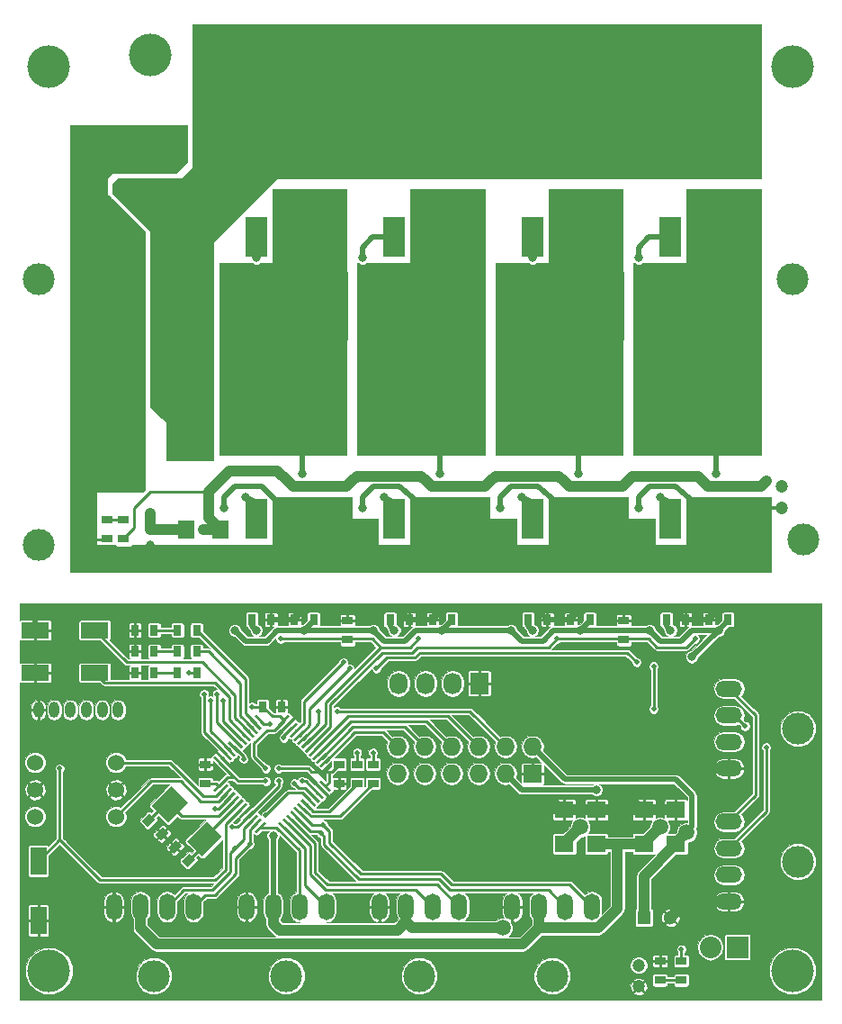
<source format=gbr>
G04 #@! TF.FileFunction,Copper,L1,Top,Signal*
%FSLAX46Y46*%
G04 Gerber Fmt 4.6, Leading zero omitted, Abs format (unit mm)*
G04 Created by KiCad (PCBNEW 4.0.4-stable) date 12/16/16 10:26:41*
%MOMM*%
%LPD*%
G01*
G04 APERTURE LIST*
%ADD10C,0.100000*%
%ADD11C,1.200000*%
%ADD12R,0.800000X1.000000*%
%ADD13O,2.500000X1.500000*%
%ADD14C,3.000000*%
%ADD15C,1.700000*%
%ADD16R,1.700000X1.700000*%
%ADD17O,1.500000X2.500000*%
%ADD18C,1.300000*%
%ADD19R,1.300000X1.300000*%
%ADD20R,2.032000X2.032000*%
%ADD21O,2.032000X2.032000*%
%ADD22C,2.000000*%
%ADD23C,4.000000*%
%ADD24R,1.600000X1.800000*%
%ADD25R,1.000000X0.800000*%
%ADD26R,1.800000X1.600000*%
%ADD27O,1.000000X1.524000*%
%ADD28C,1.524000*%
%ADD29R,1.500000X2.600000*%
%ADD30R,2.600000X1.500000*%
%ADD31C,4.064000*%
%ADD32R,1.727200X2.032000*%
%ADD33O,1.727200X2.032000*%
%ADD34R,3.000000X6.500000*%
%ADD35R,6.451600X3.000000*%
%ADD36R,1.998980X3.799840*%
%ADD37R,3.000000X3.799840*%
%ADD38R,11.501120X8.999220*%
%ADD39R,1.727200X1.727200*%
%ADD40O,1.727200X1.727200*%
%ADD41C,1.500000*%
%ADD42C,0.800000*%
%ADD43C,0.500000*%
%ADD44C,1.000000*%
%ADD45C,0.250000*%
%ADD46C,0.500000*%
%ADD47C,0.300000*%
%ADD48C,0.026000*%
%ADD49C,0.025400*%
G04 APERTURE END LIST*
D10*
D11*
X72000000Y-46500000D03*
D12*
X22100000Y-57000000D03*
X23900000Y-57000000D03*
D10*
G36*
X12676598Y-74515075D02*
X14515075Y-72676598D01*
X16070710Y-74232233D01*
X14232233Y-76070710D01*
X12676598Y-74515075D01*
X12676598Y-74515075D01*
G37*
G36*
X16000000Y-77838478D02*
X17838478Y-76000000D01*
X19252692Y-77414214D01*
X17414214Y-79252692D01*
X16000000Y-77838478D01*
X16000000Y-77838478D01*
G37*
D13*
X67000000Y-71000000D03*
X67000000Y-68500000D03*
X67000000Y-66000000D03*
X67000000Y-63500000D03*
D14*
X73500000Y-67250000D03*
D15*
X10000000Y-41000000D03*
D16*
X15000000Y-41000000D03*
D17*
X21600000Y-84000000D03*
X24100000Y-84000000D03*
X26600000Y-84000000D03*
X29100000Y-84000000D03*
D14*
X25350000Y-90500000D03*
D17*
X34100000Y-84000000D03*
X36600000Y-84000000D03*
X39100000Y-84000000D03*
X41600000Y-84000000D03*
D14*
X37850000Y-90500000D03*
D10*
G36*
X18608311Y-73179379D02*
X18431534Y-73002602D01*
X19350773Y-72083363D01*
X19527550Y-72260140D01*
X18608311Y-73179379D01*
X18608311Y-73179379D01*
G37*
G36*
X18961864Y-73532932D02*
X18785087Y-73356155D01*
X19704326Y-72436916D01*
X19881103Y-72613693D01*
X18961864Y-73532932D01*
X18961864Y-73532932D01*
G37*
G36*
X19315418Y-73886486D02*
X19138641Y-73709709D01*
X20057880Y-72790470D01*
X20234657Y-72967247D01*
X19315418Y-73886486D01*
X19315418Y-73886486D01*
G37*
G36*
X19668971Y-74240039D02*
X19492194Y-74063262D01*
X20411433Y-73144023D01*
X20588210Y-73320800D01*
X19668971Y-74240039D01*
X19668971Y-74240039D01*
G37*
G36*
X20022524Y-74593592D02*
X19845747Y-74416815D01*
X20764986Y-73497576D01*
X20941763Y-73674353D01*
X20022524Y-74593592D01*
X20022524Y-74593592D01*
G37*
G36*
X20376078Y-74947146D02*
X20199301Y-74770369D01*
X21118540Y-73851130D01*
X21295317Y-74027907D01*
X20376078Y-74947146D01*
X20376078Y-74947146D01*
G37*
G36*
X20729631Y-75300699D02*
X20552854Y-75123922D01*
X21472093Y-74204683D01*
X21648870Y-74381460D01*
X20729631Y-75300699D01*
X20729631Y-75300699D01*
G37*
G36*
X21083185Y-75654253D02*
X20906408Y-75477476D01*
X21825647Y-74558237D01*
X22002424Y-74735014D01*
X21083185Y-75654253D01*
X21083185Y-75654253D01*
G37*
G36*
X21436738Y-76007806D02*
X21259961Y-75831029D01*
X22179200Y-74911790D01*
X22355977Y-75088567D01*
X21436738Y-76007806D01*
X21436738Y-76007806D01*
G37*
G36*
X21790291Y-76361359D02*
X21613514Y-76184582D01*
X22532753Y-75265343D01*
X22709530Y-75442120D01*
X21790291Y-76361359D01*
X21790291Y-76361359D01*
G37*
G36*
X22143845Y-76714913D02*
X21967068Y-76538136D01*
X22886307Y-75618897D01*
X23063084Y-75795674D01*
X22143845Y-76714913D01*
X22143845Y-76714913D01*
G37*
G36*
X22497398Y-77068466D02*
X22320621Y-76891689D01*
X23239860Y-75972450D01*
X23416637Y-76149227D01*
X22497398Y-77068466D01*
X22497398Y-77068466D01*
G37*
G36*
X25679379Y-76891689D02*
X25502602Y-77068466D01*
X24583363Y-76149227D01*
X24760140Y-75972450D01*
X25679379Y-76891689D01*
X25679379Y-76891689D01*
G37*
G36*
X26032932Y-76538136D02*
X25856155Y-76714913D01*
X24936916Y-75795674D01*
X25113693Y-75618897D01*
X26032932Y-76538136D01*
X26032932Y-76538136D01*
G37*
G36*
X26386486Y-76184582D02*
X26209709Y-76361359D01*
X25290470Y-75442120D01*
X25467247Y-75265343D01*
X26386486Y-76184582D01*
X26386486Y-76184582D01*
G37*
G36*
X26740039Y-75831029D02*
X26563262Y-76007806D01*
X25644023Y-75088567D01*
X25820800Y-74911790D01*
X26740039Y-75831029D01*
X26740039Y-75831029D01*
G37*
G36*
X27093592Y-75477476D02*
X26916815Y-75654253D01*
X25997576Y-74735014D01*
X26174353Y-74558237D01*
X27093592Y-75477476D01*
X27093592Y-75477476D01*
G37*
G36*
X27447146Y-75123922D02*
X27270369Y-75300699D01*
X26351130Y-74381460D01*
X26527907Y-74204683D01*
X27447146Y-75123922D01*
X27447146Y-75123922D01*
G37*
G36*
X27800699Y-74770369D02*
X27623922Y-74947146D01*
X26704683Y-74027907D01*
X26881460Y-73851130D01*
X27800699Y-74770369D01*
X27800699Y-74770369D01*
G37*
G36*
X28154253Y-74416815D02*
X27977476Y-74593592D01*
X27058237Y-73674353D01*
X27235014Y-73497576D01*
X28154253Y-74416815D01*
X28154253Y-74416815D01*
G37*
G36*
X28507806Y-74063262D02*
X28331029Y-74240039D01*
X27411790Y-73320800D01*
X27588567Y-73144023D01*
X28507806Y-74063262D01*
X28507806Y-74063262D01*
G37*
G36*
X28861359Y-73709709D02*
X28684582Y-73886486D01*
X27765343Y-72967247D01*
X27942120Y-72790470D01*
X28861359Y-73709709D01*
X28861359Y-73709709D01*
G37*
G36*
X29214913Y-73356155D02*
X29038136Y-73532932D01*
X28118897Y-72613693D01*
X28295674Y-72436916D01*
X29214913Y-73356155D01*
X29214913Y-73356155D01*
G37*
G36*
X29568466Y-73002602D02*
X29391689Y-73179379D01*
X28472450Y-72260140D01*
X28649227Y-72083363D01*
X29568466Y-73002602D01*
X29568466Y-73002602D01*
G37*
G36*
X28649227Y-70916637D02*
X28472450Y-70739860D01*
X29391689Y-69820621D01*
X29568466Y-69997398D01*
X28649227Y-70916637D01*
X28649227Y-70916637D01*
G37*
G36*
X28295674Y-70563084D02*
X28118897Y-70386307D01*
X29038136Y-69467068D01*
X29214913Y-69643845D01*
X28295674Y-70563084D01*
X28295674Y-70563084D01*
G37*
G36*
X27942120Y-70209530D02*
X27765343Y-70032753D01*
X28684582Y-69113514D01*
X28861359Y-69290291D01*
X27942120Y-70209530D01*
X27942120Y-70209530D01*
G37*
G36*
X27588567Y-69855977D02*
X27411790Y-69679200D01*
X28331029Y-68759961D01*
X28507806Y-68936738D01*
X27588567Y-69855977D01*
X27588567Y-69855977D01*
G37*
G36*
X27235014Y-69502424D02*
X27058237Y-69325647D01*
X27977476Y-68406408D01*
X28154253Y-68583185D01*
X27235014Y-69502424D01*
X27235014Y-69502424D01*
G37*
G36*
X26881460Y-69148870D02*
X26704683Y-68972093D01*
X27623922Y-68052854D01*
X27800699Y-68229631D01*
X26881460Y-69148870D01*
X26881460Y-69148870D01*
G37*
G36*
X26527907Y-68795317D02*
X26351130Y-68618540D01*
X27270369Y-67699301D01*
X27447146Y-67876078D01*
X26527907Y-68795317D01*
X26527907Y-68795317D01*
G37*
G36*
X26174353Y-68441763D02*
X25997576Y-68264986D01*
X26916815Y-67345747D01*
X27093592Y-67522524D01*
X26174353Y-68441763D01*
X26174353Y-68441763D01*
G37*
G36*
X25820800Y-68088210D02*
X25644023Y-67911433D01*
X26563262Y-66992194D01*
X26740039Y-67168971D01*
X25820800Y-68088210D01*
X25820800Y-68088210D01*
G37*
G36*
X25467247Y-67734657D02*
X25290470Y-67557880D01*
X26209709Y-66638641D01*
X26386486Y-66815418D01*
X25467247Y-67734657D01*
X25467247Y-67734657D01*
G37*
G36*
X25113693Y-67381103D02*
X24936916Y-67204326D01*
X25856155Y-66285087D01*
X26032932Y-66461864D01*
X25113693Y-67381103D01*
X25113693Y-67381103D01*
G37*
G36*
X24760140Y-67027550D02*
X24583363Y-66850773D01*
X25502602Y-65931534D01*
X25679379Y-66108311D01*
X24760140Y-67027550D01*
X24760140Y-67027550D01*
G37*
G36*
X23416637Y-66850773D02*
X23239860Y-67027550D01*
X22320621Y-66108311D01*
X22497398Y-65931534D01*
X23416637Y-66850773D01*
X23416637Y-66850773D01*
G37*
G36*
X23063084Y-67204326D02*
X22886307Y-67381103D01*
X21967068Y-66461864D01*
X22143845Y-66285087D01*
X23063084Y-67204326D01*
X23063084Y-67204326D01*
G37*
G36*
X22709530Y-67557880D02*
X22532753Y-67734657D01*
X21613514Y-66815418D01*
X21790291Y-66638641D01*
X22709530Y-67557880D01*
X22709530Y-67557880D01*
G37*
G36*
X22355977Y-67911433D02*
X22179200Y-68088210D01*
X21259961Y-67168971D01*
X21436738Y-66992194D01*
X22355977Y-67911433D01*
X22355977Y-67911433D01*
G37*
G36*
X22002424Y-68264986D02*
X21825647Y-68441763D01*
X20906408Y-67522524D01*
X21083185Y-67345747D01*
X22002424Y-68264986D01*
X22002424Y-68264986D01*
G37*
G36*
X21648870Y-68618540D02*
X21472093Y-68795317D01*
X20552854Y-67876078D01*
X20729631Y-67699301D01*
X21648870Y-68618540D01*
X21648870Y-68618540D01*
G37*
G36*
X21295317Y-68972093D02*
X21118540Y-69148870D01*
X20199301Y-68229631D01*
X20376078Y-68052854D01*
X21295317Y-68972093D01*
X21295317Y-68972093D01*
G37*
G36*
X20941763Y-69325647D02*
X20764986Y-69502424D01*
X19845747Y-68583185D01*
X20022524Y-68406408D01*
X20941763Y-69325647D01*
X20941763Y-69325647D01*
G37*
G36*
X20588210Y-69679200D02*
X20411433Y-69855977D01*
X19492194Y-68936738D01*
X19668971Y-68759961D01*
X20588210Y-69679200D01*
X20588210Y-69679200D01*
G37*
G36*
X20234657Y-70032753D02*
X20057880Y-70209530D01*
X19138641Y-69290291D01*
X19315418Y-69113514D01*
X20234657Y-70032753D01*
X20234657Y-70032753D01*
G37*
G36*
X19881103Y-70386307D02*
X19704326Y-70563084D01*
X18785087Y-69643845D01*
X18961864Y-69467068D01*
X19881103Y-70386307D01*
X19881103Y-70386307D01*
G37*
G36*
X19527550Y-70739860D02*
X19350773Y-70916637D01*
X18431534Y-69997398D01*
X18608311Y-69820621D01*
X19527550Y-70739860D01*
X19527550Y-70739860D01*
G37*
D18*
X61500000Y-85000000D03*
D19*
X59000000Y-85000000D03*
D13*
X67000000Y-83500000D03*
X67000000Y-81000000D03*
X67000000Y-78500000D03*
X67000000Y-76000000D03*
D14*
X73500000Y-79750000D03*
D20*
X67800000Y-87800000D03*
D21*
X65260000Y-87800000D03*
D22*
X15040000Y-11500000D03*
X15040000Y-16580000D03*
X9960000Y-11500000D03*
X9960000Y-16580000D03*
D23*
X12500000Y-3880000D03*
D24*
X19100000Y-48500000D03*
X15900000Y-48500000D03*
D12*
X39100000Y-57000000D03*
X40900000Y-57000000D03*
D10*
G36*
X11727208Y-75934315D02*
X12434315Y-75227208D01*
X13000000Y-75792893D01*
X12292893Y-76500000D01*
X11727208Y-75934315D01*
X11727208Y-75934315D01*
G37*
G36*
X13000000Y-77207107D02*
X13707107Y-76500000D01*
X14272792Y-77065685D01*
X13565685Y-77772792D01*
X13000000Y-77207107D01*
X13000000Y-77207107D01*
G37*
G36*
X16772792Y-79565685D02*
X16065685Y-80272792D01*
X15500000Y-79707107D01*
X16207107Y-79000000D01*
X16772792Y-79565685D01*
X16772792Y-79565685D01*
G37*
G36*
X15500000Y-78292893D02*
X14792893Y-79000000D01*
X14227208Y-78434315D01*
X14934315Y-77727208D01*
X15500000Y-78292893D01*
X15500000Y-78292893D01*
G37*
D12*
X24900000Y-65200000D03*
X23100000Y-65200000D03*
D25*
X17700000Y-70600000D03*
X17700000Y-72400000D03*
D12*
X65100000Y-57000000D03*
X66900000Y-57000000D03*
X52100000Y-57000000D03*
X53900000Y-57000000D03*
X12900000Y-60000000D03*
X11100000Y-60000000D03*
X35100000Y-57000000D03*
X36900000Y-57000000D03*
X61100000Y-57000000D03*
X62900000Y-57000000D03*
X48100000Y-57000000D03*
X49900000Y-57000000D03*
D25*
X30300000Y-72400000D03*
X30300000Y-70600000D03*
D12*
X12900000Y-62000000D03*
X11100000Y-62000000D03*
D25*
X60500000Y-90900000D03*
X60500000Y-89100000D03*
X8500000Y-47600000D03*
X8500000Y-49400000D03*
D26*
X51500000Y-78100000D03*
X51500000Y-74900000D03*
D27*
X2000000Y-65500000D03*
X3500000Y-65500000D03*
X5000000Y-65500000D03*
X6500000Y-65500000D03*
X8000000Y-65500000D03*
X9500000Y-65500000D03*
D28*
X9310000Y-75540000D03*
X9310000Y-73000000D03*
X9310000Y-70460000D03*
X1690000Y-70460000D03*
X1690000Y-73000000D03*
X1690000Y-75540000D03*
D15*
X10000000Y-28000000D03*
D16*
X15000000Y-28000000D03*
D12*
X12900000Y-58000000D03*
X11100000Y-58000000D03*
D17*
X9100000Y-84000000D03*
X11600000Y-84000000D03*
X14100000Y-84000000D03*
X16600000Y-84000000D03*
D14*
X12850000Y-90500000D03*
D17*
X46600000Y-84000000D03*
X49100000Y-84000000D03*
X51600000Y-84000000D03*
X54100000Y-84000000D03*
D14*
X50350000Y-90500000D03*
D25*
X57100000Y-57100000D03*
X57100000Y-58900000D03*
D12*
X16900000Y-60000000D03*
X15100000Y-60000000D03*
X16900000Y-62000000D03*
X15100000Y-62000000D03*
D25*
X62500000Y-89100000D03*
X62500000Y-90900000D03*
X10000000Y-49400000D03*
X10000000Y-47600000D03*
D12*
X16900000Y-58000000D03*
X15100000Y-58000000D03*
D26*
X62000000Y-78100000D03*
X62000000Y-74900000D03*
X59000000Y-78100000D03*
X59000000Y-74900000D03*
D29*
X2000000Y-85300000D03*
X2000000Y-79700000D03*
D30*
X1700000Y-58000000D03*
X7300000Y-58000000D03*
X1700000Y-62000000D03*
X7300000Y-62000000D03*
D31*
X8500000Y-20000000D03*
X15000000Y-20000000D03*
D11*
X58500000Y-89500000D03*
X58500000Y-91500000D03*
X72000000Y-44500000D03*
D25*
X33500000Y-72400000D03*
X33500000Y-70600000D03*
X32000000Y-72400000D03*
X32000000Y-70600000D03*
D12*
X26100000Y-57000000D03*
X27900000Y-57000000D03*
D32*
X43500000Y-63000000D03*
D33*
X40960000Y-63000000D03*
X38420000Y-63000000D03*
X35880000Y-63000000D03*
D25*
X31100000Y-57100000D03*
X31100000Y-58900000D03*
D34*
X29700000Y-27500000D03*
D35*
X36900000Y-26600000D03*
D34*
X55700000Y-27500000D03*
D35*
X62900000Y-26600000D03*
D36*
X35500640Y-21049900D03*
D37*
X40499360Y-21049900D03*
D38*
X38000000Y-9950100D03*
D36*
X35500640Y-47549900D03*
D37*
X40499360Y-47549900D03*
D38*
X38000000Y-36450100D03*
D36*
X22500640Y-21049900D03*
D37*
X27499360Y-21049900D03*
D38*
X25000000Y-9950100D03*
D36*
X22500640Y-47549900D03*
D37*
X27499360Y-47549900D03*
D38*
X25000000Y-36450100D03*
D36*
X61500640Y-21049900D03*
D37*
X66499360Y-21049900D03*
D38*
X64000000Y-9950100D03*
D36*
X61500640Y-47549900D03*
D37*
X66499360Y-47549900D03*
D38*
X64000000Y-36450100D03*
D36*
X48500640Y-21049900D03*
D37*
X53499360Y-21049900D03*
D38*
X51000000Y-9950100D03*
D36*
X48500640Y-47549900D03*
D37*
X53499360Y-47549900D03*
D38*
X51000000Y-36450100D03*
D26*
X54500000Y-78100000D03*
X54500000Y-74900000D03*
D39*
X48500000Y-71500000D03*
D40*
X48500000Y-68960000D03*
X45960000Y-71500000D03*
X45960000Y-68960000D03*
X43420000Y-71500000D03*
X43420000Y-68960000D03*
X40880000Y-71500000D03*
X40880000Y-68960000D03*
X38340000Y-71500000D03*
X38340000Y-68960000D03*
X35800000Y-71500000D03*
X35800000Y-68960000D03*
D14*
X74000000Y-49500000D03*
X2000000Y-50000000D03*
D23*
X3000000Y-90000000D03*
X73000000Y-90000000D03*
D14*
X2000000Y-25000000D03*
X73000000Y-25000000D03*
D23*
X3000000Y-5000000D03*
X73000000Y-5000000D03*
D41*
X50500000Y-74500000D03*
X58000000Y-74500000D03*
D42*
X65000000Y-67000000D03*
D43*
X58000000Y-56000000D03*
X56000000Y-56000000D03*
X57000000Y-56000000D03*
X45000000Y-56000000D03*
X43000000Y-56000000D03*
X44000000Y-56000000D03*
X32000000Y-56000000D03*
X30000000Y-56000000D03*
X31000000Y-56000000D03*
X69000000Y-56000000D03*
X75000000Y-56000000D03*
X73000000Y-56000000D03*
X71000000Y-56000000D03*
X19000000Y-56000000D03*
X17000000Y-56000000D03*
X15000000Y-56000000D03*
X13000000Y-56000000D03*
X11000000Y-56000000D03*
X9000000Y-56000000D03*
X7000000Y-56000000D03*
X5000000Y-56000000D03*
X3000000Y-56000000D03*
X1000000Y-56000000D03*
X29500000Y-81000000D03*
X25500000Y-82000000D03*
X14000000Y-80500000D03*
D42*
X64135000Y-56700000D03*
X51135000Y-56700000D03*
X38135000Y-56700000D03*
X25135000Y-56700000D03*
D43*
X22900000Y-72800000D03*
X22100000Y-74200000D03*
X20200000Y-70700000D03*
X4000000Y-71000000D03*
X2000000Y-79700000D03*
D41*
X53000000Y-76500000D03*
D42*
X63500000Y-60500000D03*
D43*
X20200000Y-76500000D03*
D42*
X24100000Y-77300000D03*
D43*
X16200000Y-62000000D03*
X22100000Y-65200000D03*
D42*
X59500000Y-58000000D03*
X46500000Y-58000000D03*
X20500000Y-58000000D03*
X33500000Y-58000000D03*
X27000000Y-58000000D03*
X40000000Y-58000000D03*
X53000000Y-58000000D03*
X66000000Y-58000000D03*
D43*
X23400000Y-71000000D03*
X24600000Y-71000000D03*
X23400000Y-72200000D03*
X24600000Y-72200000D03*
D41*
X45700000Y-86000000D03*
D43*
X62500000Y-88000000D03*
D41*
X6000000Y-51500000D03*
X6000000Y-49500000D03*
X6000000Y-47500000D03*
X6000000Y-45500000D03*
D42*
X12500000Y-47000000D03*
X12500000Y-48500000D03*
X12500000Y-50000000D03*
X19500000Y-46500000D03*
X32500000Y-46500000D03*
X58500000Y-46500000D03*
X45500000Y-46500000D03*
X26800000Y-43300000D03*
X52800000Y-43300000D03*
D43*
X21900000Y-78100000D03*
X20500000Y-78500000D03*
X28800000Y-76300000D03*
X28600000Y-77100000D03*
X68500000Y-67000000D03*
X70500000Y-69000000D03*
X26800000Y-72200000D03*
X26100000Y-72400000D03*
X25100000Y-68100000D03*
X23800000Y-66800000D03*
D42*
X39800000Y-43300000D03*
X65800000Y-43300000D03*
D43*
X21300000Y-70100000D03*
D42*
X35500000Y-58000000D03*
X22500000Y-58000000D03*
X61500000Y-58000000D03*
X48500000Y-58000000D03*
D43*
X58300000Y-61000000D03*
X33800000Y-61600000D03*
X31300000Y-61600000D03*
X18200000Y-64600000D03*
X17600000Y-64000000D03*
X19400000Y-64600000D03*
X18800000Y-64000000D03*
X59900000Y-65400000D03*
X59900000Y-61400000D03*
X30700000Y-61000000D03*
D42*
X17500000Y-48500000D03*
X70500000Y-44000000D03*
X64500000Y-44000000D03*
X57500000Y-44000000D03*
X51500000Y-44000000D03*
X38500000Y-44000000D03*
X25500000Y-44000000D03*
X44500000Y-44000000D03*
X31500000Y-44000000D03*
X32500000Y-23000000D03*
X34500000Y-45500000D03*
X22500000Y-23000000D03*
X21500000Y-45500000D03*
X58500000Y-23000000D03*
X60500000Y-45500000D03*
X48500000Y-23000000D03*
X47500000Y-45500000D03*
D43*
X18600000Y-74800000D03*
D41*
X63000000Y-77000000D03*
D42*
X54500000Y-73000000D03*
D41*
X60500000Y-76500000D03*
D43*
X33500000Y-69500000D03*
X32000000Y-69500000D03*
X23400000Y-75400000D03*
X37800000Y-58800000D03*
X24800000Y-58800000D03*
X63800000Y-58800000D03*
X50800000Y-58800000D03*
X30100000Y-65600000D03*
X28400000Y-65600000D03*
D44*
X50500000Y-74500000D02*
X50900000Y-74900000D01*
X50900000Y-74900000D02*
X51500000Y-74900000D01*
X58000000Y-74500000D02*
X58000000Y-74900000D01*
X58000000Y-74900000D02*
X58000000Y-74500000D01*
X58000000Y-74500000D02*
X58000000Y-74900000D01*
X54500000Y-74900000D02*
X51500000Y-74900000D01*
X59000000Y-74900000D02*
X58000000Y-74900000D01*
X58000000Y-74900000D02*
X54500000Y-74900000D01*
X62000000Y-74900000D02*
X59000000Y-74900000D01*
X61500000Y-85000000D02*
X63000000Y-83500000D01*
X63000000Y-83500000D02*
X65500000Y-83500000D01*
D45*
X61500000Y-85000000D02*
X60500000Y-86000000D01*
X60500000Y-86000000D02*
X60500000Y-89100000D01*
X2000000Y-85300000D02*
X4800000Y-85300000D01*
X9100000Y-85400000D02*
X9100000Y-84000000D01*
X8500000Y-86000000D02*
X9100000Y-85400000D01*
X5500000Y-86000000D02*
X8500000Y-86000000D01*
X4800000Y-85300000D02*
X5500000Y-86000000D01*
X2000000Y-65500000D02*
X2000000Y-64500000D01*
X1700000Y-64200000D02*
X1700000Y-62000000D01*
X2000000Y-64500000D02*
X1700000Y-64200000D01*
D46*
X65100000Y-57000000D02*
X66100000Y-56000000D01*
X66100000Y-56000000D02*
X69000000Y-56000000D01*
X69000000Y-56000000D02*
X68000000Y-57000000D01*
X68000000Y-57000000D02*
X68000000Y-58000000D01*
X65000000Y-62500000D02*
X65000000Y-67000000D01*
X68000000Y-59500000D02*
X65000000Y-62500000D01*
X68000000Y-58000000D02*
X68000000Y-59500000D01*
X65000000Y-67000000D02*
X65000000Y-70500000D01*
X65000000Y-70500000D02*
X65500000Y-71000000D01*
X73000000Y-56000000D02*
X71000000Y-56000000D01*
X1700000Y-58000000D02*
X1700000Y-56700000D01*
X15000000Y-56000000D02*
X17000000Y-56000000D01*
X11000000Y-56000000D02*
X13000000Y-56000000D01*
X7000000Y-56000000D02*
X9000000Y-56000000D01*
X3000000Y-56000000D02*
X5000000Y-56000000D01*
X1700000Y-56700000D02*
X1000000Y-56000000D01*
D45*
X14863604Y-78363604D02*
X14000000Y-79227208D01*
X14000000Y-79227208D02*
X14000000Y-80500000D01*
D46*
X52100000Y-57000000D02*
X53100000Y-56000000D01*
X53100000Y-56000000D02*
X56000000Y-56000000D01*
X56000000Y-56000000D02*
X57000000Y-56000000D01*
X57000000Y-56000000D02*
X57100000Y-56000000D01*
X61900000Y-56000000D02*
X62900000Y-57000000D01*
X57100000Y-56000000D02*
X58000000Y-56000000D01*
X58000000Y-56000000D02*
X61900000Y-56000000D01*
X39100000Y-57000000D02*
X40100000Y-56000000D01*
X40100000Y-56000000D02*
X43000000Y-56000000D01*
X43000000Y-56000000D02*
X44000000Y-56000000D01*
X44000000Y-56000000D02*
X45000000Y-56000000D01*
X45000000Y-56000000D02*
X48900000Y-56000000D01*
X48900000Y-56000000D02*
X49900000Y-57000000D01*
X26100000Y-57000000D02*
X27100000Y-56000000D01*
X35900000Y-56000000D02*
X36900000Y-57000000D01*
X27100000Y-56000000D02*
X30000000Y-56000000D01*
X30000000Y-56000000D02*
X31000000Y-56000000D01*
X31000000Y-56000000D02*
X31100000Y-56000000D01*
X31100000Y-56000000D02*
X32000000Y-56000000D01*
X32000000Y-56000000D02*
X35900000Y-56000000D01*
X62900000Y-57000000D02*
X65100000Y-57000000D01*
X63835000Y-57000000D02*
X64135000Y-56700000D01*
X62900000Y-57000000D02*
X63835000Y-57000000D01*
X49900000Y-57000000D02*
X52100000Y-57000000D01*
X50835000Y-57000000D02*
X51135000Y-56700000D01*
X49900000Y-57000000D02*
X50835000Y-57000000D01*
X36900000Y-57000000D02*
X39100000Y-57000000D01*
X37835000Y-57000000D02*
X38135000Y-56700000D01*
X36900000Y-57000000D02*
X37835000Y-57000000D01*
X23900000Y-57000000D02*
X26100000Y-57000000D01*
X23900000Y-57000000D02*
X24835000Y-57000000D01*
X24835000Y-57000000D02*
X25135000Y-56700000D01*
D45*
X11100000Y-62000000D02*
X10000000Y-62000000D01*
X9500000Y-61500000D02*
X9500000Y-61000000D01*
X10000000Y-62000000D02*
X9500000Y-61500000D01*
X11100000Y-58000000D02*
X11100000Y-57100000D01*
X10500000Y-56500000D02*
X5500000Y-56500000D01*
X11100000Y-57100000D02*
X10500000Y-56500000D01*
X4000000Y-58000000D02*
X5500000Y-56500000D01*
X4000000Y-58000000D02*
X1700000Y-58000000D01*
X6500000Y-60500000D02*
X4000000Y-58000000D01*
X9000000Y-60500000D02*
X6500000Y-60500000D01*
X9500000Y-61000000D02*
X9000000Y-60500000D01*
X11100000Y-58000000D02*
X11100000Y-60000000D01*
X1700000Y-62000000D02*
X1700000Y-58000000D01*
X2000000Y-65500000D02*
X1700000Y-65200000D01*
X2000000Y-65500000D02*
X2000000Y-68500000D01*
X3000000Y-71690000D02*
X1690000Y-73000000D01*
X3000000Y-69500000D02*
X3000000Y-71690000D01*
X2000000Y-68500000D02*
X3000000Y-69500000D01*
D44*
X67000000Y-83500000D02*
X65500000Y-83500000D01*
X65000000Y-83000000D02*
X65000000Y-73500000D01*
X65500000Y-83500000D02*
X65000000Y-83000000D01*
X65000000Y-73500000D02*
X65000000Y-71500000D01*
X65000000Y-71500000D02*
X65500000Y-71000000D01*
X65500000Y-71000000D02*
X67000000Y-71000000D01*
D45*
X22900000Y-72800000D02*
X23760661Y-72800000D01*
X23760661Y-72800000D02*
X23800000Y-72760661D01*
X13636396Y-77136396D02*
X14250000Y-77750000D01*
X14250000Y-77750000D02*
X14863604Y-78363604D01*
X30300000Y-72400000D02*
X30400000Y-72500000D01*
X25484924Y-66833095D02*
X24418019Y-67900000D01*
X24418019Y-67900000D02*
X24400000Y-67900000D01*
X22800000Y-69500000D02*
X24000000Y-70700000D01*
X22800000Y-68750002D02*
X22800000Y-69500000D01*
X23650002Y-67900000D02*
X22800000Y-68750002D01*
X24400000Y-67900000D02*
X23650002Y-67900000D01*
X21454416Y-75106245D02*
X22100000Y-74460661D01*
X22100000Y-74460661D02*
X22100000Y-74200000D01*
X19333095Y-70015076D02*
X20018019Y-70700000D01*
X20018019Y-70700000D02*
X20200000Y-70700000D01*
X30300000Y-72400000D02*
X30300000Y-73100000D01*
X30300000Y-73100000D02*
X29800000Y-73600000D01*
X29800000Y-73600000D02*
X29281981Y-73600000D01*
X29281981Y-73600000D02*
X28666905Y-72984924D01*
X19333095Y-70015076D02*
X18718019Y-69400000D01*
X17700000Y-69800000D02*
X17700000Y-70600000D01*
X18100000Y-69400000D02*
X17700000Y-69800000D01*
X18718019Y-69400000D02*
X18100000Y-69400000D01*
X25484924Y-66833095D02*
X26100000Y-66218019D01*
X25600000Y-65200000D02*
X24900000Y-65200000D01*
X26100000Y-65700000D02*
X25600000Y-65200000D01*
X26100000Y-66218019D02*
X26100000Y-65700000D01*
X24000000Y-70700000D02*
X24000000Y-71600000D01*
X21454416Y-75106245D02*
X23800000Y-72760661D01*
X23800000Y-72760661D02*
X24000000Y-72560661D01*
X24000000Y-72560661D02*
X24000000Y-71600000D01*
X19333095Y-70015076D02*
X20918019Y-71600000D01*
X20918019Y-71600000D02*
X24000000Y-71600000D01*
X27281981Y-71600000D02*
X28666905Y-72984924D01*
X24000000Y-71600000D02*
X27281981Y-71600000D01*
X24900000Y-65200000D02*
X25131371Y-65431371D01*
X17700000Y-70600000D02*
X17931371Y-70368629D01*
X30300000Y-72400000D02*
X30068629Y-72631371D01*
X4000000Y-77700000D02*
X7800000Y-81500000D01*
X7800000Y-81500000D02*
X8000000Y-81500000D01*
X4000000Y-77700000D02*
X2000000Y-79700000D01*
X4000000Y-71000000D02*
X4000000Y-77700000D01*
X18600000Y-81500000D02*
X8000000Y-81500000D01*
X8000000Y-81500000D02*
X7800000Y-81500000D01*
X19600000Y-80500000D02*
X18600000Y-81500000D01*
X19600000Y-76253553D02*
X19600000Y-80500000D01*
X21100862Y-74752691D02*
X19600000Y-76253553D01*
X12363604Y-75863604D02*
X13853554Y-74373654D01*
X13853554Y-74373654D02*
X14373654Y-74373654D01*
X14373654Y-74373654D02*
X15500000Y-75500000D01*
X18939339Y-75500000D02*
X20393755Y-74045584D01*
X15500000Y-75500000D02*
X18939339Y-75500000D01*
X16136396Y-79636396D02*
X17626346Y-78146446D01*
X17626346Y-78146446D02*
X17626346Y-77626346D01*
X17626346Y-77626346D02*
X17626346Y-77520101D01*
X17626346Y-77520101D02*
X20747309Y-74399138D01*
X29400000Y-71300000D02*
X29400000Y-72251829D01*
X29400000Y-72251829D02*
X29020458Y-72631371D01*
X30300000Y-70600000D02*
X29600000Y-71300000D01*
X29600000Y-71300000D02*
X29400000Y-71300000D01*
X29400000Y-71300000D02*
X27689087Y-71300000D01*
D44*
X53000000Y-76500000D02*
X51500000Y-78000000D01*
X51500000Y-78000000D02*
X51500000Y-78100000D01*
D46*
X66000000Y-58000000D02*
X63500000Y-60500000D01*
D45*
X21807969Y-75459798D02*
X20767767Y-76500000D01*
X20767767Y-76500000D02*
X20200000Y-76500000D01*
D46*
X24100000Y-84000000D02*
X24100000Y-77300000D01*
D45*
X23100000Y-65200000D02*
X22100000Y-65200000D01*
X16200000Y-62000000D02*
X16900000Y-62000000D01*
D46*
X27000000Y-58000000D02*
X33500000Y-58000000D01*
X37500000Y-58000000D02*
X36500000Y-59000000D01*
X40000000Y-58000000D02*
X37500000Y-58000000D01*
X24500000Y-58000000D02*
X23500000Y-59000000D01*
X27000000Y-58000000D02*
X24500000Y-58000000D01*
X50500000Y-58000000D02*
X49500000Y-59000000D01*
X53000000Y-58000000D02*
X50500000Y-58000000D01*
X63500000Y-58000000D02*
X62500000Y-59000000D01*
X66000000Y-58000000D02*
X63500000Y-58000000D01*
X53000000Y-58000000D02*
X59500000Y-58000000D01*
X40000000Y-58000000D02*
X46500000Y-58000000D01*
X59500000Y-58000000D02*
X60500000Y-59000000D01*
X60500000Y-59000000D02*
X62500000Y-59000000D01*
X46500000Y-58000000D02*
X47500000Y-59000000D01*
X47500000Y-59000000D02*
X49500000Y-59000000D01*
X20500000Y-58000000D02*
X21500000Y-59000000D01*
X21500000Y-59000000D02*
X23500000Y-59000000D01*
X33500000Y-58000000D02*
X34500000Y-59000000D01*
X34500000Y-59000000D02*
X36500000Y-59000000D01*
X27000000Y-58000000D02*
X27900000Y-57100000D01*
X27900000Y-57100000D02*
X27900000Y-57000000D01*
X40000000Y-58000000D02*
X40900000Y-57100000D01*
X40900000Y-57100000D02*
X40900000Y-57000000D01*
X53000000Y-58000000D02*
X53900000Y-57100000D01*
X53900000Y-57100000D02*
X53900000Y-57000000D01*
X66000000Y-58000000D02*
X66900000Y-57100000D01*
X66900000Y-57100000D02*
X66900000Y-57000000D01*
D45*
X23400000Y-71000000D02*
X22300000Y-69900000D01*
X25131371Y-66479542D02*
X24210913Y-67400000D01*
X24210913Y-67400000D02*
X23500000Y-67400000D01*
X23500000Y-67400000D02*
X22300000Y-68600000D01*
X22300000Y-68600000D02*
X22300000Y-69900000D01*
X17700000Y-72400000D02*
X18748171Y-72400000D01*
X18748171Y-72400000D02*
X18979542Y-72631371D01*
X23100000Y-65200000D02*
X24000000Y-66100000D01*
X24751829Y-66100000D02*
X25131371Y-66479542D01*
X24000000Y-66100000D02*
X24751829Y-66100000D01*
X18979542Y-72631371D02*
X19810913Y-71800000D01*
X19810913Y-71800000D02*
X20410913Y-71800000D01*
X27389087Y-71000000D02*
X24600000Y-71000000D01*
X27389087Y-71000000D02*
X27689087Y-71300000D01*
X20810913Y-72200000D02*
X23400000Y-72200000D01*
X20810913Y-72200000D02*
X20410913Y-71800000D01*
X24600000Y-72667767D02*
X24600000Y-72200000D01*
X21807969Y-75459798D02*
X24600000Y-72667767D01*
X20410913Y-71800000D02*
X18979542Y-70368629D01*
D44*
X36600000Y-85400000D02*
X37200000Y-86000000D01*
X37200000Y-86000000D02*
X45700000Y-86000000D01*
X24100000Y-84000000D02*
X24100000Y-85600000D01*
X36600000Y-85400000D02*
X36600000Y-84000000D01*
X35800000Y-86200000D02*
X36600000Y-85400000D01*
X24700000Y-86200000D02*
X35800000Y-86200000D01*
X24100000Y-85600000D02*
X24700000Y-86200000D01*
D45*
X62500000Y-88000000D02*
X62500000Y-89100000D01*
X8500000Y-49400000D02*
X8400000Y-49500000D01*
X8400000Y-49500000D02*
X6000000Y-49500000D01*
D46*
X6000000Y-51500000D02*
X6000000Y-49500000D01*
X6000000Y-47500000D02*
X6000000Y-45500000D01*
D47*
X72000000Y-46500000D02*
X67549260Y-46500000D01*
X67549260Y-46500000D02*
X66499360Y-47549900D01*
D44*
X15900000Y-48500000D02*
X12500000Y-48500000D01*
X12500000Y-47000000D02*
X12500000Y-48500000D01*
D46*
X26049900Y-47549900D02*
X23000000Y-44500000D01*
X20500000Y-44500000D02*
X23000000Y-44500000D01*
X19500000Y-46500000D02*
X19500000Y-45500000D01*
X19500000Y-45500000D02*
X20500000Y-44500000D01*
X26049900Y-47549900D02*
X27499360Y-47549900D01*
X65549900Y-47549900D02*
X66499360Y-47549900D01*
X32500000Y-46500000D02*
X32500000Y-45500000D01*
X58500000Y-46500000D02*
X58500000Y-45500000D01*
X45500000Y-46500000D02*
X45500000Y-45500000D01*
X32500000Y-45500000D02*
X33500000Y-44500000D01*
X58500000Y-45500000D02*
X59500000Y-44500000D01*
X45500000Y-45500000D02*
X46500000Y-44500000D01*
X39549900Y-47549900D02*
X40499360Y-47549900D01*
X36000000Y-44500000D02*
X39549900Y-47549900D01*
X33500000Y-44500000D02*
X36000000Y-44500000D01*
X62000000Y-44500000D02*
X65799900Y-47799900D01*
X59500000Y-44500000D02*
X62000000Y-44500000D01*
X49000000Y-44500000D02*
X52549900Y-47549900D01*
X46500000Y-44500000D02*
X49000000Y-44500000D01*
X52549900Y-47549900D02*
X53499360Y-47549900D01*
X26800000Y-43300000D02*
X26800000Y-38250100D01*
X26800000Y-38250100D02*
X25000000Y-36450100D01*
X25000000Y-36450100D02*
X27000000Y-38450100D01*
X52800000Y-43300000D02*
X52800000Y-38250100D01*
X52800000Y-38250100D02*
X51000000Y-36450100D01*
D45*
X15100000Y-60000000D02*
X12900000Y-60000000D01*
X22515076Y-76166905D02*
X21900000Y-76781981D01*
X21900000Y-78100000D02*
X20600000Y-79400000D01*
X21900000Y-76781981D02*
X21900000Y-78100000D01*
X16600000Y-84000000D02*
X17700000Y-82900000D01*
X17700000Y-82900000D02*
X18600000Y-82900000D01*
X20600000Y-79400000D02*
X20600000Y-80900000D01*
X20600000Y-80900000D02*
X18600000Y-82900000D01*
X16600000Y-84000000D02*
X16600000Y-83611271D01*
X22161522Y-75813351D02*
X21300000Y-76674873D01*
X21300000Y-77700000D02*
X20500000Y-78500000D01*
X20500000Y-78500000D02*
X20100000Y-78900000D01*
X21300000Y-76674873D02*
X21300000Y-77700000D01*
X14100000Y-84000000D02*
X15700000Y-82400000D01*
X15700000Y-82400000D02*
X18400000Y-82400000D01*
X18400000Y-82400000D02*
X20100000Y-80700000D01*
X20100000Y-80700000D02*
X20100000Y-78900000D01*
X26545584Y-75106245D02*
X27739339Y-76300000D01*
X29400000Y-76900000D02*
X29400000Y-77960661D01*
X28800000Y-76300000D02*
X29400000Y-76900000D01*
X27739339Y-76300000D02*
X28800000Y-76300000D01*
X52000000Y-81900000D02*
X40900000Y-81900000D01*
X39900000Y-80900000D02*
X32339339Y-80900000D01*
X40900000Y-81900000D02*
X39900000Y-80900000D01*
X29400000Y-77960661D02*
X32339339Y-80900000D01*
X52000000Y-81900000D02*
X54100000Y-84000000D01*
X28600000Y-77100000D02*
X28900000Y-77400000D01*
X28900000Y-77400000D02*
X28900000Y-78167767D01*
X27616117Y-76883884D02*
X28383884Y-76883884D01*
X28383884Y-76883884D02*
X28600000Y-77100000D01*
X26192031Y-75459798D02*
X27616117Y-76883884D01*
X28900000Y-78167767D02*
X32132233Y-81400000D01*
X32132233Y-81400000D02*
X39700000Y-81400000D01*
X39700000Y-81400000D02*
X40700000Y-82400000D01*
X40700000Y-82400000D02*
X50000000Y-82400000D01*
X50000000Y-82400000D02*
X51600000Y-84000000D01*
X67000000Y-76000000D02*
X69500000Y-73500000D01*
X69500000Y-66000000D02*
X67000000Y-63500000D01*
X69500000Y-73500000D02*
X69500000Y-66000000D01*
X67000000Y-66000000D02*
X67500000Y-66000000D01*
X67500000Y-66000000D02*
X68500000Y-67000000D01*
X70500000Y-69000000D02*
X70500000Y-75000000D01*
X70500000Y-75000000D02*
X67000000Y-78500000D01*
X26600000Y-84000000D02*
X26600000Y-78700000D01*
X26600000Y-78700000D02*
X26600000Y-78800000D01*
X26600000Y-78800000D02*
X26600000Y-78700000D01*
X24420458Y-76520458D02*
X26600000Y-78700000D01*
X22868629Y-76520458D02*
X24420458Y-76520458D01*
X29100000Y-84000000D02*
X27100000Y-82000000D01*
X27100000Y-82000000D02*
X27100000Y-78489087D01*
X27100000Y-78489087D02*
X25131371Y-76520458D01*
X25484924Y-76166905D02*
X27600000Y-78281981D01*
X29000000Y-82400000D02*
X31718019Y-82400000D01*
X27600000Y-81000000D02*
X29000000Y-82400000D01*
X27600000Y-78281981D02*
X27600000Y-81000000D01*
X37500000Y-82400000D02*
X39100000Y-84000000D01*
X31718019Y-82400000D02*
X37500000Y-82400000D01*
X28062564Y-78037437D02*
X28062564Y-80762564D01*
X29200000Y-81900000D02*
X31925127Y-81900000D01*
X28062564Y-80762564D02*
X29200000Y-81900000D01*
X41600000Y-84000000D02*
X39500000Y-81900000D01*
X28062564Y-78037437D02*
X25838478Y-75813351D01*
X39500000Y-81900000D02*
X31925127Y-81900000D01*
X28313351Y-73338478D02*
X27174873Y-72200000D01*
X27174873Y-72200000D02*
X26800000Y-72200000D01*
X27959798Y-73692031D02*
X27067767Y-72800000D01*
X26500000Y-72800000D02*
X26100000Y-72400000D01*
X27067767Y-72800000D02*
X26500000Y-72800000D01*
X25838478Y-67186649D02*
X25100000Y-67925127D01*
X25100000Y-67925127D02*
X25100000Y-68100000D01*
X23800000Y-66800000D02*
X23189087Y-66800000D01*
X22868629Y-66479542D02*
X23189087Y-66800000D01*
D46*
X39800000Y-43300000D02*
X39800000Y-38250100D01*
X39800000Y-38250100D02*
X38000000Y-36450100D01*
X65800000Y-43300000D02*
X65800000Y-38250100D01*
X65800000Y-38250100D02*
X64000000Y-36450100D01*
D45*
X20393755Y-68954416D02*
X21300000Y-69860661D01*
X21300000Y-69860661D02*
X21300000Y-70100000D01*
D46*
X35100000Y-57600000D02*
X35100000Y-57000000D01*
X35500000Y-58000000D02*
X35100000Y-57600000D01*
X22100000Y-57600000D02*
X22100000Y-57000000D01*
X22500000Y-58000000D02*
X22100000Y-57600000D01*
X61100000Y-57600000D02*
X61100000Y-57000000D01*
X61500000Y-58000000D02*
X61100000Y-57600000D01*
X48100000Y-57600000D02*
X48100000Y-57000000D01*
X48500000Y-58000000D02*
X48100000Y-57600000D01*
D45*
X57400000Y-60100000D02*
X58300000Y-61000000D01*
X37900000Y-60100000D02*
X57400000Y-60100000D01*
X37400000Y-60600000D02*
X37900000Y-60100000D01*
X34800000Y-60600000D02*
X37400000Y-60600000D01*
X33800000Y-61600000D02*
X34800000Y-60600000D01*
X27500000Y-66939339D02*
X26545584Y-67893755D01*
X27500000Y-65400000D02*
X27500000Y-66939339D01*
X31300000Y-61600000D02*
X27500000Y-65400000D01*
X18200000Y-67467767D02*
X18200000Y-64600000D01*
X20040202Y-69307969D02*
X18200000Y-67467767D01*
X19686649Y-69661522D02*
X17600000Y-67574873D01*
X17600000Y-67574873D02*
X17600000Y-64000000D01*
X19400000Y-66546447D02*
X19400000Y-64600000D01*
X21100862Y-68247309D02*
X19400000Y-66546447D01*
X18800000Y-66653553D02*
X18800000Y-64000000D01*
X20747309Y-68600862D02*
X18800000Y-66653553D01*
X59900000Y-61400000D02*
X59900000Y-65400000D01*
X26192031Y-67540202D02*
X27000000Y-66732233D01*
X27000000Y-64700000D02*
X30700000Y-61000000D01*
X27000000Y-66732233D02*
X27000000Y-64700000D01*
X10000000Y-49400000D02*
X11000000Y-48400000D01*
X12500000Y-45000000D02*
X18000000Y-45000000D01*
X11000000Y-46500000D02*
X12500000Y-45000000D01*
X11000000Y-48400000D02*
X11000000Y-46500000D01*
D44*
X19100000Y-48500000D02*
X17500000Y-48500000D01*
X25500000Y-44000000D02*
X24500000Y-43000000D01*
X18000000Y-47400000D02*
X19100000Y-48500000D01*
X18000000Y-45000000D02*
X18000000Y-47400000D01*
X20000000Y-43000000D02*
X18000000Y-45000000D01*
X24500000Y-43000000D02*
X20000000Y-43000000D01*
X64500000Y-44000000D02*
X65000000Y-44500000D01*
X70000000Y-44500000D02*
X70500000Y-44000000D01*
X65000000Y-44500000D02*
X70000000Y-44500000D01*
X51500000Y-44000000D02*
X52000000Y-44500000D01*
X57000000Y-44500000D02*
X57500000Y-44000000D01*
X52000000Y-44500000D02*
X57000000Y-44500000D01*
X38500000Y-44000000D02*
X39000000Y-44500000D01*
X44000000Y-44500000D02*
X44500000Y-44000000D01*
X39000000Y-44500000D02*
X44000000Y-44500000D01*
X25500000Y-44000000D02*
X26000000Y-44500000D01*
X31000000Y-44500000D02*
X31500000Y-44000000D01*
X26000000Y-44500000D02*
X31000000Y-44500000D01*
X57500000Y-44000000D02*
X57950002Y-43549998D01*
X57950002Y-43549998D02*
X64049998Y-43549998D01*
X64049998Y-43549998D02*
X64500000Y-44000000D01*
X44500000Y-44000000D02*
X45000000Y-43500000D01*
X45000000Y-43500000D02*
X51000000Y-43500000D01*
X51000000Y-43500000D02*
X51500000Y-44000000D01*
X31500000Y-44000000D02*
X32000000Y-43500000D01*
X32000000Y-43500000D02*
X38000000Y-43500000D01*
X38000000Y-43500000D02*
X38500000Y-44000000D01*
D46*
X33450100Y-21049900D02*
X35500640Y-21049900D01*
X32500000Y-22000000D02*
X33450100Y-21049900D01*
X32500000Y-23000000D02*
X32500000Y-22000000D01*
X34500000Y-45500000D02*
X35500640Y-46000640D01*
X35500640Y-46000640D02*
X35500640Y-47549900D01*
X22500640Y-22999360D02*
X22500640Y-21049900D01*
X22500000Y-23000000D02*
X22500640Y-22999360D01*
X22500640Y-22499360D02*
X22500640Y-21049900D01*
X22500640Y-46000640D02*
X22500640Y-47549900D01*
X22500640Y-46000640D02*
X22500640Y-47549900D01*
X21500000Y-45500000D02*
X22500640Y-46000640D01*
X61500640Y-21049900D02*
X59450100Y-21049900D01*
X59450100Y-21049900D02*
X58500000Y-22000000D01*
X58500000Y-23000000D02*
X58500000Y-22000000D01*
X60500000Y-45500000D02*
X61500640Y-46000640D01*
X61500640Y-46000640D02*
X61500640Y-47549900D01*
X48500640Y-22999360D02*
X48500640Y-21049900D01*
X48500000Y-23000000D02*
X48500640Y-22999360D01*
X47500000Y-45500000D02*
X48500640Y-46000640D01*
X48500640Y-46000640D02*
X48500640Y-47549900D01*
D45*
X12900000Y-62000000D02*
X15100000Y-62000000D01*
X60500000Y-90900000D02*
X62500000Y-90900000D01*
X8500000Y-47600000D02*
X10000000Y-47600000D01*
X19333095Y-72984924D02*
X18718019Y-73600000D01*
X14360000Y-70460000D02*
X9310000Y-70460000D01*
X17500000Y-73600000D02*
X14360000Y-70460000D01*
X18718019Y-73600000D02*
X17500000Y-73600000D01*
X9310000Y-75540000D02*
X12650000Y-72200000D01*
X18925127Y-74100000D02*
X19686649Y-73338478D01*
X17300000Y-74100000D02*
X18925127Y-74100000D01*
X15400000Y-72200000D02*
X17300000Y-74100000D01*
X12650000Y-72200000D02*
X15400000Y-72200000D01*
X20040202Y-73692031D02*
X18932233Y-74800000D01*
X18932233Y-74800000D02*
X18600000Y-74800000D01*
D46*
X48500000Y-68960000D02*
X51540000Y-72000000D01*
X63500000Y-76500000D02*
X63000000Y-77000000D01*
X63500000Y-73500000D02*
X63500000Y-76500000D01*
X62000000Y-72000000D02*
X63500000Y-73500000D01*
X51540000Y-72000000D02*
X62000000Y-72000000D01*
D44*
X62000000Y-78100000D02*
X59000000Y-81100000D01*
X59000000Y-81100000D02*
X59000000Y-85000000D01*
X62000000Y-78100000D02*
X62000000Y-78000000D01*
X62000000Y-78000000D02*
X63000000Y-77000000D01*
D45*
X12900000Y-58000000D02*
X15100000Y-58000000D01*
D46*
X45960000Y-71500000D02*
X47460000Y-73000000D01*
X47460000Y-73000000D02*
X54500000Y-73000000D01*
D44*
X60500000Y-76500000D02*
X59000000Y-78000000D01*
X59000000Y-78000000D02*
X59000000Y-78100000D01*
X56500000Y-78100000D02*
X56500000Y-84200000D01*
X54700000Y-86000000D02*
X56500000Y-84200000D01*
X54700000Y-86000000D02*
X49100000Y-86000000D01*
X54500000Y-78100000D02*
X56500000Y-78100000D01*
X56500000Y-78100000D02*
X59000000Y-78100000D01*
X11600000Y-84000000D02*
X11600000Y-86000000D01*
X11600000Y-86000000D02*
X13100000Y-87500000D01*
X13100000Y-87500000D02*
X47600000Y-87500000D01*
X47600000Y-87500000D02*
X49100000Y-86000000D01*
X49100000Y-86000000D02*
X49100000Y-84000000D01*
D45*
X33500000Y-70600000D02*
X33500000Y-69500000D01*
X32000000Y-70600000D02*
X32000000Y-69500000D01*
X22161522Y-67186649D02*
X21000000Y-66025127D01*
X18000000Y-60000000D02*
X16900000Y-60000000D01*
X21000000Y-63000000D02*
X18000000Y-60000000D01*
X21000000Y-66025127D02*
X21000000Y-63000000D01*
X16900000Y-58000000D02*
X21500000Y-62600000D01*
X21500000Y-65818019D02*
X22515076Y-66833095D01*
X21500000Y-62600000D02*
X21500000Y-65818019D01*
X21807969Y-67540202D02*
X20500000Y-66232233D01*
X10300000Y-61000000D02*
X7300000Y-58000000D01*
X17400000Y-61000000D02*
X10300000Y-61000000D01*
X20500000Y-64100000D02*
X17400000Y-61000000D01*
X20500000Y-66232233D02*
X20500000Y-64100000D01*
X21454416Y-67893755D02*
X20000000Y-66439339D01*
X18600000Y-62900000D02*
X8200000Y-62900000D01*
X20000000Y-64300000D02*
X18600000Y-62900000D01*
X20000000Y-66439339D02*
X20000000Y-64300000D01*
X8200000Y-62900000D02*
X7300000Y-62000000D01*
X8200000Y-62900000D02*
X7300000Y-62000000D01*
X25500000Y-73300000D02*
X26860661Y-73300000D01*
X23400000Y-75400000D02*
X25500000Y-73300000D01*
X27606245Y-74045584D02*
X26860661Y-73300000D01*
X26899138Y-74752691D02*
X27646447Y-75500000D01*
X30400000Y-75500000D02*
X33500000Y-72400000D01*
X27646447Y-75500000D02*
X30400000Y-75500000D01*
X27252691Y-74399138D02*
X27853553Y-75000000D01*
X29400000Y-75000000D02*
X32000000Y-72400000D01*
X27853553Y-75000000D02*
X29400000Y-75000000D01*
X27252691Y-68600862D02*
X29000000Y-66853553D01*
X29000000Y-64800000D02*
X34200000Y-59600000D01*
X29000000Y-66853553D02*
X29000000Y-64800000D01*
X31100000Y-58900000D02*
X31200000Y-58800000D01*
X31200000Y-58800000D02*
X31800000Y-58800000D01*
X33400000Y-58800000D02*
X31800000Y-58800000D01*
X31800000Y-58800000D02*
X24800000Y-58800000D01*
X34200000Y-59600000D02*
X33400000Y-58800000D01*
X37000000Y-59600000D02*
X34200000Y-59600000D01*
X37800000Y-58800000D02*
X37000000Y-59600000D01*
X50800000Y-58800000D02*
X50000000Y-59600000D01*
X37700000Y-59600000D02*
X37200000Y-60100000D01*
X50000000Y-59600000D02*
X37700000Y-59600000D01*
X27606245Y-68954416D02*
X29500000Y-67060661D01*
X29500000Y-67060661D02*
X29500000Y-65000000D01*
X29500000Y-65000000D02*
X34400000Y-60100000D01*
X34400000Y-60100000D02*
X37200000Y-60100000D01*
X57100000Y-58900000D02*
X57000000Y-58800000D01*
X57000000Y-58800000D02*
X56400000Y-58800000D01*
X63000000Y-59600000D02*
X63800000Y-58800000D01*
X60200000Y-59600000D02*
X63000000Y-59600000D01*
X59400000Y-58800000D02*
X60200000Y-59600000D01*
X50800000Y-58800000D02*
X56400000Y-58800000D01*
X56400000Y-58800000D02*
X59400000Y-58800000D01*
X29020458Y-70368629D02*
X31789087Y-67600000D01*
X34440000Y-67600000D02*
X35800000Y-68960000D01*
X31789087Y-67600000D02*
X34440000Y-67600000D01*
X38340000Y-68960000D02*
X36480000Y-67100000D01*
X31581981Y-67100000D02*
X28666905Y-70015076D01*
X36480000Y-67100000D02*
X31581981Y-67100000D01*
X28313351Y-69661522D02*
X31374873Y-66600000D01*
X38520000Y-66600000D02*
X40880000Y-68960000D01*
X31374873Y-66600000D02*
X38520000Y-66600000D01*
X27959798Y-69307969D02*
X31167767Y-66100000D01*
X40560000Y-66100000D02*
X43420000Y-68960000D01*
X31167767Y-66100000D02*
X40560000Y-66100000D01*
X30100000Y-65600000D02*
X42600000Y-65600000D01*
X42600000Y-65600000D02*
X45960000Y-68960000D01*
X26899138Y-68247309D02*
X28400000Y-66746447D01*
X28400000Y-66746447D02*
X28400000Y-65600000D01*
D48*
G36*
X75712000Y-92712000D02*
X288000Y-92712000D01*
X288000Y-90438262D01*
X786617Y-90438262D01*
X1122816Y-91251926D01*
X1744800Y-91874996D01*
X2557876Y-92212615D01*
X3438262Y-92213383D01*
X4251926Y-91877184D01*
X4874996Y-91255200D01*
X5047717Y-90839242D01*
X11136703Y-90839242D01*
X11396942Y-91469069D01*
X11878396Y-91951364D01*
X12507768Y-92212702D01*
X13189242Y-92213297D01*
X13819069Y-91953058D01*
X14301364Y-91471604D01*
X14562702Y-90842232D01*
X14562704Y-90839242D01*
X23636703Y-90839242D01*
X23896942Y-91469069D01*
X24378396Y-91951364D01*
X25007768Y-92212702D01*
X25689242Y-92213297D01*
X26319069Y-91953058D01*
X26801364Y-91471604D01*
X27062702Y-90842232D01*
X27062704Y-90839242D01*
X36136703Y-90839242D01*
X36396942Y-91469069D01*
X36878396Y-91951364D01*
X37507768Y-92212702D01*
X38189242Y-92213297D01*
X38819069Y-91953058D01*
X39301364Y-91471604D01*
X39562702Y-90842232D01*
X39562704Y-90839242D01*
X48636703Y-90839242D01*
X48896942Y-91469069D01*
X49378396Y-91951364D01*
X50007768Y-92212702D01*
X50689242Y-92213297D01*
X50947601Y-92106545D01*
X58016492Y-92106545D01*
X58085844Y-92218051D01*
X58392156Y-92321883D01*
X58714886Y-92300591D01*
X58914156Y-92218051D01*
X58983508Y-92106545D01*
X58500000Y-91623037D01*
X58016492Y-92106545D01*
X50947601Y-92106545D01*
X51319069Y-91953058D01*
X51801364Y-91471604D01*
X51834353Y-91392156D01*
X57678117Y-91392156D01*
X57699409Y-91714886D01*
X57781949Y-91914156D01*
X57893455Y-91983508D01*
X58376963Y-91500000D01*
X58623037Y-91500000D01*
X59106545Y-91983508D01*
X59218051Y-91914156D01*
X59321883Y-91607844D01*
X59300591Y-91285114D01*
X59218051Y-91085844D01*
X59106545Y-91016492D01*
X58623037Y-91500000D01*
X58376963Y-91500000D01*
X57893455Y-91016492D01*
X57781949Y-91085844D01*
X57678117Y-91392156D01*
X51834353Y-91392156D01*
X52041432Y-90893455D01*
X58016492Y-90893455D01*
X58500000Y-91376963D01*
X58983508Y-90893455D01*
X58914156Y-90781949D01*
X58607844Y-90678117D01*
X58285114Y-90699409D01*
X58085844Y-90781949D01*
X58016492Y-90893455D01*
X52041432Y-90893455D01*
X52062702Y-90842232D01*
X52063000Y-90500000D01*
X59782828Y-90500000D01*
X59782828Y-91300000D01*
X59797680Y-91378933D01*
X59844329Y-91451428D01*
X59915508Y-91500062D01*
X60000000Y-91517172D01*
X61000000Y-91517172D01*
X61078933Y-91502320D01*
X61151428Y-91455671D01*
X61200062Y-91384492D01*
X61217172Y-91300000D01*
X61217172Y-91238000D01*
X61782828Y-91238000D01*
X61782828Y-91300000D01*
X61797680Y-91378933D01*
X61844329Y-91451428D01*
X61915508Y-91500062D01*
X62000000Y-91517172D01*
X63000000Y-91517172D01*
X63078933Y-91502320D01*
X63151428Y-91455671D01*
X63200062Y-91384492D01*
X63217172Y-91300000D01*
X63217172Y-90500000D01*
X63205556Y-90438262D01*
X70786617Y-90438262D01*
X71122816Y-91251926D01*
X71744800Y-91874996D01*
X72557876Y-92212615D01*
X73438262Y-92213383D01*
X74251926Y-91877184D01*
X74874996Y-91255200D01*
X75212615Y-90442124D01*
X75213383Y-89561738D01*
X74877184Y-88748074D01*
X74255200Y-88125004D01*
X73442124Y-87787385D01*
X72561738Y-87786617D01*
X71748074Y-88122816D01*
X71125004Y-88744800D01*
X70787385Y-89557876D01*
X70786617Y-90438262D01*
X63205556Y-90438262D01*
X63202320Y-90421067D01*
X63155671Y-90348572D01*
X63084492Y-90299938D01*
X63000000Y-90282828D01*
X62000000Y-90282828D01*
X61921067Y-90297680D01*
X61848572Y-90344329D01*
X61799938Y-90415508D01*
X61782828Y-90500000D01*
X61782828Y-90562000D01*
X61217172Y-90562000D01*
X61217172Y-90500000D01*
X61202320Y-90421067D01*
X61155671Y-90348572D01*
X61084492Y-90299938D01*
X61000000Y-90282828D01*
X60000000Y-90282828D01*
X59921067Y-90297680D01*
X59848572Y-90344329D01*
X59799938Y-90415508D01*
X59782828Y-90500000D01*
X52063000Y-90500000D01*
X52063297Y-90160758D01*
X51856804Y-89661006D01*
X57686859Y-89661006D01*
X57810370Y-89959926D01*
X58038871Y-90188826D01*
X58337575Y-90312859D01*
X58661006Y-90313141D01*
X58959926Y-90189630D01*
X59188826Y-89961129D01*
X59312859Y-89662425D01*
X59313141Y-89338994D01*
X59272341Y-89240250D01*
X59787000Y-89240250D01*
X59787000Y-89542368D01*
X59819427Y-89620654D01*
X59879345Y-89680572D01*
X59957631Y-89713000D01*
X60359750Y-89713000D01*
X60413000Y-89659750D01*
X60413000Y-89187000D01*
X60587000Y-89187000D01*
X60587000Y-89659750D01*
X60640250Y-89713000D01*
X61042369Y-89713000D01*
X61120655Y-89680572D01*
X61180573Y-89620654D01*
X61213000Y-89542368D01*
X61213000Y-89240250D01*
X61159750Y-89187000D01*
X60587000Y-89187000D01*
X60413000Y-89187000D01*
X59840250Y-89187000D01*
X59787000Y-89240250D01*
X59272341Y-89240250D01*
X59189630Y-89040074D01*
X58961129Y-88811174D01*
X58662425Y-88687141D01*
X58338994Y-88686859D01*
X58040074Y-88810370D01*
X57811174Y-89038871D01*
X57687141Y-89337575D01*
X57686859Y-89661006D01*
X51856804Y-89661006D01*
X51803058Y-89530931D01*
X51321604Y-89048636D01*
X50692232Y-88787298D01*
X50010758Y-88786703D01*
X49380931Y-89046942D01*
X48898636Y-89528396D01*
X48637298Y-90157768D01*
X48636703Y-90839242D01*
X39562704Y-90839242D01*
X39563297Y-90160758D01*
X39303058Y-89530931D01*
X38821604Y-89048636D01*
X38192232Y-88787298D01*
X37510758Y-88786703D01*
X36880931Y-89046942D01*
X36398636Y-89528396D01*
X36137298Y-90157768D01*
X36136703Y-90839242D01*
X27062704Y-90839242D01*
X27063297Y-90160758D01*
X26803058Y-89530931D01*
X26321604Y-89048636D01*
X25692232Y-88787298D01*
X25010758Y-88786703D01*
X24380931Y-89046942D01*
X23898636Y-89528396D01*
X23637298Y-90157768D01*
X23636703Y-90839242D01*
X14562704Y-90839242D01*
X14563297Y-90160758D01*
X14303058Y-89530931D01*
X13821604Y-89048636D01*
X13192232Y-88787298D01*
X12510758Y-88786703D01*
X11880931Y-89046942D01*
X11398636Y-89528396D01*
X11137298Y-90157768D01*
X11136703Y-90839242D01*
X5047717Y-90839242D01*
X5212615Y-90442124D01*
X5213383Y-89561738D01*
X4877184Y-88748074D01*
X4786900Y-88657632D01*
X59787000Y-88657632D01*
X59787000Y-88959750D01*
X59840250Y-89013000D01*
X60413000Y-89013000D01*
X60413000Y-88540250D01*
X60587000Y-88540250D01*
X60587000Y-89013000D01*
X61159750Y-89013000D01*
X61213000Y-88959750D01*
X61213000Y-88700000D01*
X61782828Y-88700000D01*
X61782828Y-89500000D01*
X61797680Y-89578933D01*
X61844329Y-89651428D01*
X61915508Y-89700062D01*
X62000000Y-89717172D01*
X63000000Y-89717172D01*
X63078933Y-89702320D01*
X63151428Y-89655671D01*
X63200062Y-89584492D01*
X63217172Y-89500000D01*
X63217172Y-88700000D01*
X63202320Y-88621067D01*
X63155671Y-88548572D01*
X63084492Y-88499938D01*
X63000000Y-88482828D01*
X62838000Y-88482828D01*
X62838000Y-88316800D01*
X62892284Y-88262611D01*
X62962920Y-88092500D01*
X62963080Y-87908308D01*
X62908380Y-87775922D01*
X64031000Y-87775922D01*
X64031000Y-87824078D01*
X64124552Y-88294396D01*
X64390966Y-88693112D01*
X64789682Y-88959526D01*
X65260000Y-89053078D01*
X65730318Y-88959526D01*
X66129034Y-88693112D01*
X66395448Y-88294396D01*
X66489000Y-87824078D01*
X66489000Y-87775922D01*
X66395448Y-87305604D01*
X66129034Y-86906888D01*
X65945120Y-86784000D01*
X66566828Y-86784000D01*
X66566828Y-88816000D01*
X66581680Y-88894933D01*
X66628329Y-88967428D01*
X66699508Y-89016062D01*
X66784000Y-89033172D01*
X68816000Y-89033172D01*
X68894933Y-89018320D01*
X68967428Y-88971671D01*
X69016062Y-88900492D01*
X69033172Y-88816000D01*
X69033172Y-86784000D01*
X69018320Y-86705067D01*
X68971671Y-86632572D01*
X68900492Y-86583938D01*
X68816000Y-86566828D01*
X66784000Y-86566828D01*
X66705067Y-86581680D01*
X66632572Y-86628329D01*
X66583938Y-86699508D01*
X66566828Y-86784000D01*
X65945120Y-86784000D01*
X65730318Y-86640474D01*
X65260000Y-86546922D01*
X64789682Y-86640474D01*
X64390966Y-86906888D01*
X64124552Y-87305604D01*
X64031000Y-87775922D01*
X62908380Y-87775922D01*
X62892741Y-87738074D01*
X62762611Y-87607716D01*
X62592500Y-87537080D01*
X62408308Y-87536920D01*
X62238074Y-87607259D01*
X62107716Y-87737389D01*
X62037080Y-87907500D01*
X62036920Y-88091692D01*
X62107259Y-88261926D01*
X62162000Y-88316763D01*
X62162000Y-88482828D01*
X62000000Y-88482828D01*
X61921067Y-88497680D01*
X61848572Y-88544329D01*
X61799938Y-88615508D01*
X61782828Y-88700000D01*
X61213000Y-88700000D01*
X61213000Y-88657632D01*
X61180573Y-88579346D01*
X61120655Y-88519428D01*
X61042369Y-88487000D01*
X60640250Y-88487000D01*
X60587000Y-88540250D01*
X60413000Y-88540250D01*
X60359750Y-88487000D01*
X59957631Y-88487000D01*
X59879345Y-88519428D01*
X59819427Y-88579346D01*
X59787000Y-88657632D01*
X4786900Y-88657632D01*
X4255200Y-88125004D01*
X3442124Y-87787385D01*
X2561738Y-87786617D01*
X1748074Y-88122816D01*
X1125004Y-88744800D01*
X787385Y-89557876D01*
X786617Y-90438262D01*
X288000Y-90438262D01*
X288000Y-85440250D01*
X1037000Y-85440250D01*
X1037000Y-86642368D01*
X1069427Y-86720654D01*
X1129345Y-86780572D01*
X1207631Y-86813000D01*
X1859750Y-86813000D01*
X1913000Y-86759750D01*
X1913000Y-85387000D01*
X2087000Y-85387000D01*
X2087000Y-86759750D01*
X2140250Y-86813000D01*
X2792369Y-86813000D01*
X2870655Y-86780572D01*
X2930573Y-86720654D01*
X2963000Y-86642368D01*
X2963000Y-85440250D01*
X2909750Y-85387000D01*
X2087000Y-85387000D01*
X1913000Y-85387000D01*
X1090250Y-85387000D01*
X1037000Y-85440250D01*
X288000Y-85440250D01*
X288000Y-83957632D01*
X1037000Y-83957632D01*
X1037000Y-85159750D01*
X1090250Y-85213000D01*
X1913000Y-85213000D01*
X1913000Y-83840250D01*
X2087000Y-83840250D01*
X2087000Y-85213000D01*
X2909750Y-85213000D01*
X2963000Y-85159750D01*
X2963000Y-84087000D01*
X8137000Y-84087000D01*
X8137000Y-84587000D01*
X8243597Y-84948902D01*
X8480574Y-85242463D01*
X8811853Y-85422990D01*
X8864041Y-85433645D01*
X9013000Y-85405581D01*
X9013000Y-84087000D01*
X9187000Y-84087000D01*
X9187000Y-85405581D01*
X9335959Y-85433645D01*
X9388147Y-85422990D01*
X9719426Y-85242463D01*
X9956403Y-84948902D01*
X10063000Y-84587000D01*
X10063000Y-84087000D01*
X9187000Y-84087000D01*
X9013000Y-84087000D01*
X8137000Y-84087000D01*
X2963000Y-84087000D01*
X2963000Y-83957632D01*
X2930573Y-83879346D01*
X2870655Y-83819428D01*
X2792369Y-83787000D01*
X2140250Y-83787000D01*
X2087000Y-83840250D01*
X1913000Y-83840250D01*
X1859750Y-83787000D01*
X1207631Y-83787000D01*
X1129345Y-83819428D01*
X1069427Y-83879346D01*
X1037000Y-83957632D01*
X288000Y-83957632D01*
X288000Y-83413000D01*
X8137000Y-83413000D01*
X8137000Y-83913000D01*
X9013000Y-83913000D01*
X9013000Y-82594419D01*
X9187000Y-82594419D01*
X9187000Y-83913000D01*
X10063000Y-83913000D01*
X10063000Y-83413000D01*
X9956403Y-83051098D01*
X9719426Y-82757537D01*
X9388147Y-82577010D01*
X9335959Y-82566355D01*
X9187000Y-82594419D01*
X9013000Y-82594419D01*
X8864041Y-82566355D01*
X8811853Y-82577010D01*
X8480574Y-82757537D01*
X8243597Y-83051098D01*
X8137000Y-83413000D01*
X288000Y-83413000D01*
X288000Y-78400000D01*
X1032828Y-78400000D01*
X1032828Y-81000000D01*
X1047680Y-81078933D01*
X1094329Y-81151428D01*
X1165508Y-81200062D01*
X1250000Y-81217172D01*
X2750000Y-81217172D01*
X2828933Y-81202320D01*
X2901428Y-81155671D01*
X2950062Y-81084492D01*
X2967172Y-81000000D01*
X2967172Y-79210832D01*
X4000000Y-78178004D01*
X7560998Y-81739002D01*
X7670653Y-81812271D01*
X7800000Y-81838000D01*
X18483996Y-81838000D01*
X18259996Y-82062000D01*
X15700000Y-82062000D01*
X15570653Y-82087729D01*
X15460998Y-82160998D01*
X14801235Y-82820761D01*
X14780944Y-82790394D01*
X14468524Y-82581642D01*
X14100000Y-82508338D01*
X13731476Y-82581642D01*
X13419056Y-82790394D01*
X13210304Y-83102814D01*
X13137000Y-83471338D01*
X13137000Y-84528662D01*
X13210304Y-84897186D01*
X13419056Y-85209606D01*
X13731476Y-85418358D01*
X14100000Y-85491662D01*
X14468524Y-85418358D01*
X14780944Y-85209606D01*
X14989696Y-84897186D01*
X15063000Y-84528662D01*
X15063000Y-83515004D01*
X15840004Y-82738000D01*
X15997469Y-82738000D01*
X15919056Y-82790394D01*
X15710304Y-83102814D01*
X15637000Y-83471338D01*
X15637000Y-84528662D01*
X15710304Y-84897186D01*
X15919056Y-85209606D01*
X16231476Y-85418358D01*
X16600000Y-85491662D01*
X16968524Y-85418358D01*
X17280944Y-85209606D01*
X17489696Y-84897186D01*
X17563000Y-84528662D01*
X17563000Y-84087000D01*
X20637000Y-84087000D01*
X20637000Y-84587000D01*
X20743597Y-84948902D01*
X20980574Y-85242463D01*
X21311853Y-85422990D01*
X21364041Y-85433645D01*
X21513000Y-85405581D01*
X21513000Y-84087000D01*
X21687000Y-84087000D01*
X21687000Y-85405581D01*
X21835959Y-85433645D01*
X21888147Y-85422990D01*
X22219426Y-85242463D01*
X22456403Y-84948902D01*
X22563000Y-84587000D01*
X22563000Y-84087000D01*
X21687000Y-84087000D01*
X21513000Y-84087000D01*
X20637000Y-84087000D01*
X17563000Y-84087000D01*
X17563000Y-83515004D01*
X17665004Y-83413000D01*
X20637000Y-83413000D01*
X20637000Y-83913000D01*
X21513000Y-83913000D01*
X21513000Y-82594419D01*
X21687000Y-82594419D01*
X21687000Y-83913000D01*
X22563000Y-83913000D01*
X22563000Y-83413000D01*
X22456403Y-83051098D01*
X22219426Y-82757537D01*
X21888147Y-82577010D01*
X21835959Y-82566355D01*
X21687000Y-82594419D01*
X21513000Y-82594419D01*
X21364041Y-82566355D01*
X21311853Y-82577010D01*
X20980574Y-82757537D01*
X20743597Y-83051098D01*
X20637000Y-83413000D01*
X17665004Y-83413000D01*
X17840004Y-83238000D01*
X18600000Y-83238000D01*
X18729347Y-83212271D01*
X18839002Y-83139002D01*
X20839002Y-81139002D01*
X20912271Y-81029347D01*
X20938000Y-80900000D01*
X20938000Y-79540004D01*
X21914991Y-78563013D01*
X21991692Y-78563080D01*
X22161926Y-78492741D01*
X22292284Y-78362611D01*
X22362920Y-78192500D01*
X22363080Y-78008308D01*
X22292741Y-77838074D01*
X22238000Y-77783237D01*
X22238000Y-77116196D01*
X22343834Y-77222030D01*
X22410150Y-77267342D01*
X22494398Y-77285617D01*
X22579118Y-77269676D01*
X22650962Y-77222030D01*
X23014534Y-76858458D01*
X23674643Y-76858458D01*
X23580627Y-76952310D01*
X23487107Y-77177532D01*
X23486894Y-77421398D01*
X23580021Y-77646783D01*
X23637000Y-77703862D01*
X23637000Y-82644769D01*
X23419056Y-82790394D01*
X23210304Y-83102814D01*
X23137000Y-83471338D01*
X23137000Y-84528662D01*
X23210304Y-84897186D01*
X23387000Y-85161631D01*
X23387000Y-85600000D01*
X23441274Y-85872853D01*
X23595833Y-86104167D01*
X24195833Y-86704167D01*
X24319801Y-86787000D01*
X13395334Y-86787000D01*
X12313000Y-85704666D01*
X12313000Y-85161631D01*
X12489696Y-84897186D01*
X12563000Y-84528662D01*
X12563000Y-83471338D01*
X12489696Y-83102814D01*
X12280944Y-82790394D01*
X11968524Y-82581642D01*
X11600000Y-82508338D01*
X11231476Y-82581642D01*
X10919056Y-82790394D01*
X10710304Y-83102814D01*
X10637000Y-83471338D01*
X10637000Y-84528662D01*
X10710304Y-84897186D01*
X10887000Y-85161631D01*
X10887000Y-86000000D01*
X10941274Y-86272853D01*
X11095833Y-86504167D01*
X12595833Y-88004167D01*
X12827146Y-88158726D01*
X13100000Y-88213000D01*
X47600000Y-88213000D01*
X47872853Y-88158726D01*
X48104167Y-88004167D01*
X49395334Y-86713000D01*
X54700000Y-86713000D01*
X54972853Y-86658726D01*
X55204167Y-86504167D01*
X57004167Y-84704167D01*
X57158726Y-84472854D01*
X57213000Y-84200000D01*
X57213000Y-78813000D01*
X57882828Y-78813000D01*
X57882828Y-78900000D01*
X57897680Y-78978933D01*
X57944329Y-79051428D01*
X58015508Y-79100062D01*
X58100000Y-79117172D01*
X59900000Y-79117172D01*
X59978933Y-79102320D01*
X60008140Y-79083526D01*
X58495833Y-80595833D01*
X58341274Y-80827147D01*
X58287000Y-81100000D01*
X58287000Y-84144682D01*
X58271067Y-84147680D01*
X58198572Y-84194329D01*
X58149938Y-84265508D01*
X58132828Y-84350000D01*
X58132828Y-85650000D01*
X58147680Y-85728933D01*
X58194329Y-85801428D01*
X58265508Y-85850062D01*
X58350000Y-85867172D01*
X59650000Y-85867172D01*
X59728933Y-85852320D01*
X59801428Y-85805671D01*
X59850062Y-85734492D01*
X59867172Y-85650000D01*
X59867172Y-85642807D01*
X60980230Y-85642807D01*
X61055723Y-85759508D01*
X61380193Y-85871712D01*
X61722903Y-85851205D01*
X61944277Y-85759508D01*
X62019770Y-85642807D01*
X61500000Y-85123037D01*
X60980230Y-85642807D01*
X59867172Y-85642807D01*
X59867172Y-84880193D01*
X60628288Y-84880193D01*
X60648795Y-85222903D01*
X60740492Y-85444277D01*
X60857193Y-85519770D01*
X61376963Y-85000000D01*
X61623037Y-85000000D01*
X62142807Y-85519770D01*
X62259508Y-85444277D01*
X62371712Y-85119807D01*
X62351205Y-84777097D01*
X62259508Y-84555723D01*
X62142807Y-84480230D01*
X61623037Y-85000000D01*
X61376963Y-85000000D01*
X60857193Y-84480230D01*
X60740492Y-84555723D01*
X60628288Y-84880193D01*
X59867172Y-84880193D01*
X59867172Y-84357193D01*
X60980230Y-84357193D01*
X61500000Y-84876963D01*
X62019770Y-84357193D01*
X61944277Y-84240492D01*
X61619807Y-84128288D01*
X61277097Y-84148795D01*
X61055723Y-84240492D01*
X60980230Y-84357193D01*
X59867172Y-84357193D01*
X59867172Y-84350000D01*
X59852320Y-84271067D01*
X59805671Y-84198572D01*
X59734492Y-84149938D01*
X59713000Y-84145586D01*
X59713000Y-83735959D01*
X65566355Y-83735959D01*
X65577010Y-83788147D01*
X65757537Y-84119426D01*
X66051098Y-84356403D01*
X66413000Y-84463000D01*
X66913000Y-84463000D01*
X66913000Y-83587000D01*
X67087000Y-83587000D01*
X67087000Y-84463000D01*
X67587000Y-84463000D01*
X67948902Y-84356403D01*
X68242463Y-84119426D01*
X68422990Y-83788147D01*
X68433645Y-83735959D01*
X68405581Y-83587000D01*
X67087000Y-83587000D01*
X66913000Y-83587000D01*
X65594419Y-83587000D01*
X65566355Y-83735959D01*
X59713000Y-83735959D01*
X59713000Y-83264041D01*
X65566355Y-83264041D01*
X65594419Y-83413000D01*
X66913000Y-83413000D01*
X66913000Y-82537000D01*
X67087000Y-82537000D01*
X67087000Y-83413000D01*
X68405581Y-83413000D01*
X68433645Y-83264041D01*
X68422990Y-83211853D01*
X68242463Y-82880574D01*
X67948902Y-82643597D01*
X67587000Y-82537000D01*
X67087000Y-82537000D01*
X66913000Y-82537000D01*
X66413000Y-82537000D01*
X66051098Y-82643597D01*
X65757537Y-82880574D01*
X65577010Y-83211853D01*
X65566355Y-83264041D01*
X59713000Y-83264041D01*
X59713000Y-81395334D01*
X60108334Y-81000000D01*
X65508338Y-81000000D01*
X65581642Y-81368524D01*
X65790394Y-81680944D01*
X66102814Y-81889696D01*
X66471338Y-81963000D01*
X67528662Y-81963000D01*
X67897186Y-81889696D01*
X68209606Y-81680944D01*
X68418358Y-81368524D01*
X68491662Y-81000000D01*
X68418358Y-80631476D01*
X68209606Y-80319056D01*
X67897186Y-80110304D01*
X67791301Y-80089242D01*
X71786703Y-80089242D01*
X72046942Y-80719069D01*
X72528396Y-81201364D01*
X73157768Y-81462702D01*
X73839242Y-81463297D01*
X74469069Y-81203058D01*
X74951364Y-80721604D01*
X75212702Y-80092232D01*
X75213297Y-79410758D01*
X74953058Y-78780931D01*
X74471604Y-78298636D01*
X73842232Y-78037298D01*
X73160758Y-78036703D01*
X72530931Y-78296942D01*
X72048636Y-78778396D01*
X71787298Y-79407768D01*
X71786703Y-80089242D01*
X67791301Y-80089242D01*
X67528662Y-80037000D01*
X66471338Y-80037000D01*
X66102814Y-80110304D01*
X65790394Y-80319056D01*
X65581642Y-80631476D01*
X65508338Y-81000000D01*
X60108334Y-81000000D01*
X61991162Y-79117172D01*
X62900000Y-79117172D01*
X62978933Y-79102320D01*
X63051428Y-79055671D01*
X63100062Y-78984492D01*
X63117172Y-78900000D01*
X63117172Y-78500000D01*
X65508338Y-78500000D01*
X65581642Y-78868524D01*
X65790394Y-79180944D01*
X66102814Y-79389696D01*
X66471338Y-79463000D01*
X67528662Y-79463000D01*
X67897186Y-79389696D01*
X68209606Y-79180944D01*
X68418358Y-78868524D01*
X68491662Y-78500000D01*
X68418358Y-78131476D01*
X68209606Y-77819056D01*
X68179239Y-77798765D01*
X70739002Y-75239002D01*
X70812271Y-75129347D01*
X70838000Y-75000000D01*
X70838000Y-69316800D01*
X70892284Y-69262611D01*
X70962920Y-69092500D01*
X70963080Y-68908308D01*
X70892741Y-68738074D01*
X70762611Y-68607716D01*
X70592500Y-68537080D01*
X70408308Y-68536920D01*
X70238074Y-68607259D01*
X70107716Y-68737389D01*
X70037080Y-68907500D01*
X70036920Y-69091692D01*
X70107259Y-69261926D01*
X70162000Y-69316763D01*
X70162000Y-74859996D01*
X67484996Y-77537000D01*
X66471338Y-77537000D01*
X66102814Y-77610304D01*
X65790394Y-77819056D01*
X65581642Y-78131476D01*
X65508338Y-78500000D01*
X63117172Y-78500000D01*
X63117172Y-77963103D01*
X63190712Y-77963167D01*
X63544783Y-77816867D01*
X63815915Y-77546208D01*
X63962832Y-77192393D01*
X63963167Y-76809288D01*
X63915908Y-76694914D01*
X63927756Y-76677182D01*
X63963000Y-76500000D01*
X63963000Y-73500000D01*
X63929770Y-73332943D01*
X63927756Y-73322817D01*
X63827390Y-73172609D01*
X62327390Y-71672610D01*
X62177183Y-71572244D01*
X62147786Y-71566397D01*
X62000000Y-71537000D01*
X51731781Y-71537000D01*
X51430740Y-71235959D01*
X65566355Y-71235959D01*
X65577010Y-71288147D01*
X65757537Y-71619426D01*
X66051098Y-71856403D01*
X66413000Y-71963000D01*
X66913000Y-71963000D01*
X66913000Y-71087000D01*
X67087000Y-71087000D01*
X67087000Y-71963000D01*
X67587000Y-71963000D01*
X67948902Y-71856403D01*
X68242463Y-71619426D01*
X68422990Y-71288147D01*
X68433645Y-71235959D01*
X68405581Y-71087000D01*
X67087000Y-71087000D01*
X66913000Y-71087000D01*
X65594419Y-71087000D01*
X65566355Y-71235959D01*
X51430740Y-71235959D01*
X50958822Y-70764041D01*
X65566355Y-70764041D01*
X65594419Y-70913000D01*
X66913000Y-70913000D01*
X66913000Y-70037000D01*
X67087000Y-70037000D01*
X67087000Y-70913000D01*
X68405581Y-70913000D01*
X68433645Y-70764041D01*
X68422990Y-70711853D01*
X68242463Y-70380574D01*
X67948902Y-70143597D01*
X67587000Y-70037000D01*
X67087000Y-70037000D01*
X66913000Y-70037000D01*
X66413000Y-70037000D01*
X66051098Y-70143597D01*
X65757537Y-70380574D01*
X65577010Y-70711853D01*
X65566355Y-70764041D01*
X50958822Y-70764041D01*
X49524208Y-69329428D01*
X49597692Y-68960000D01*
X49515741Y-68548003D01*
X49483667Y-68500000D01*
X65508338Y-68500000D01*
X65581642Y-68868524D01*
X65790394Y-69180944D01*
X66102814Y-69389696D01*
X66471338Y-69463000D01*
X67528662Y-69463000D01*
X67897186Y-69389696D01*
X68209606Y-69180944D01*
X68418358Y-68868524D01*
X68491662Y-68500000D01*
X68418358Y-68131476D01*
X68209606Y-67819056D01*
X67897186Y-67610304D01*
X67528662Y-67537000D01*
X66471338Y-67537000D01*
X66102814Y-67610304D01*
X65790394Y-67819056D01*
X65581642Y-68131476D01*
X65508338Y-68500000D01*
X49483667Y-68500000D01*
X49282363Y-68198729D01*
X48933089Y-67965351D01*
X48521092Y-67883400D01*
X48478908Y-67883400D01*
X48066911Y-67965351D01*
X47717637Y-68198729D01*
X47484259Y-68548003D01*
X47402308Y-68960000D01*
X47484259Y-69371997D01*
X47717637Y-69721271D01*
X48066911Y-69954649D01*
X48478908Y-70036600D01*
X48521092Y-70036600D01*
X48855335Y-69970115D01*
X49308620Y-70423400D01*
X48640250Y-70423400D01*
X48587000Y-70476650D01*
X48587000Y-71413000D01*
X49523350Y-71413000D01*
X49576600Y-71359750D01*
X49576600Y-70691380D01*
X51212609Y-72327390D01*
X51362817Y-72427756D01*
X51389784Y-72433120D01*
X51540000Y-72463000D01*
X54194411Y-72463000D01*
X54153217Y-72480021D01*
X54096138Y-72537000D01*
X49491427Y-72537000D01*
X49544172Y-72484255D01*
X49576600Y-72405969D01*
X49576600Y-71640250D01*
X49523350Y-71587000D01*
X48587000Y-71587000D01*
X48587000Y-71607000D01*
X48413000Y-71607000D01*
X48413000Y-71587000D01*
X47476650Y-71587000D01*
X47423400Y-71640250D01*
X47423400Y-72308619D01*
X46984208Y-71869428D01*
X47057692Y-71500000D01*
X46975741Y-71088003D01*
X46742363Y-70738729D01*
X46525808Y-70594031D01*
X47423400Y-70594031D01*
X47423400Y-71359750D01*
X47476650Y-71413000D01*
X48413000Y-71413000D01*
X48413000Y-70476650D01*
X48359750Y-70423400D01*
X47594032Y-70423400D01*
X47515746Y-70455827D01*
X47455828Y-70515745D01*
X47423400Y-70594031D01*
X46525808Y-70594031D01*
X46393089Y-70505351D01*
X45981092Y-70423400D01*
X45938908Y-70423400D01*
X45526911Y-70505351D01*
X45177637Y-70738729D01*
X44944259Y-71088003D01*
X44862308Y-71500000D01*
X44944259Y-71911997D01*
X45177637Y-72261271D01*
X45526911Y-72494649D01*
X45938908Y-72576600D01*
X45981092Y-72576600D01*
X46315335Y-72510115D01*
X47132609Y-73327390D01*
X47282817Y-73427756D01*
X47290816Y-73429347D01*
X47460000Y-73463000D01*
X54096035Y-73463000D01*
X54152310Y-73519373D01*
X54377532Y-73612893D01*
X54621398Y-73613106D01*
X54846783Y-73519979D01*
X55019373Y-73347690D01*
X55112893Y-73122468D01*
X55113106Y-72878602D01*
X55019979Y-72653217D01*
X54847690Y-72480627D01*
X54805239Y-72463000D01*
X61808220Y-72463000D01*
X63037000Y-73691781D01*
X63037000Y-73935773D01*
X63020655Y-73919428D01*
X62942369Y-73887000D01*
X62140250Y-73887000D01*
X62087000Y-73940250D01*
X62087000Y-74813000D01*
X62107000Y-74813000D01*
X62107000Y-74987000D01*
X62087000Y-74987000D01*
X62087000Y-75859750D01*
X62140250Y-75913000D01*
X62942369Y-75913000D01*
X63020655Y-75880572D01*
X63037000Y-75864227D01*
X63037000Y-76037032D01*
X62809288Y-76036833D01*
X62455217Y-76183133D01*
X62184085Y-76453792D01*
X62037168Y-76807607D01*
X62037039Y-76954627D01*
X61908838Y-77082828D01*
X61279231Y-77082828D01*
X61315915Y-77046208D01*
X61462832Y-76692393D01*
X61463167Y-76309288D01*
X61316867Y-75955217D01*
X61274724Y-75913000D01*
X61859750Y-75913000D01*
X61913000Y-75859750D01*
X61913000Y-74987000D01*
X60940250Y-74987000D01*
X60887000Y-75040250D01*
X60887000Y-75617976D01*
X60692393Y-75537168D01*
X60309288Y-75536833D01*
X60113000Y-75617938D01*
X60113000Y-75040250D01*
X60059750Y-74987000D01*
X59087000Y-74987000D01*
X59087000Y-75859750D01*
X59140250Y-75913000D01*
X59724948Y-75913000D01*
X59684085Y-75953792D01*
X59537168Y-76307607D01*
X59537039Y-76454627D01*
X58908838Y-77082828D01*
X58100000Y-77082828D01*
X58021067Y-77097680D01*
X57948572Y-77144329D01*
X57899938Y-77215508D01*
X57882828Y-77300000D01*
X57882828Y-77387000D01*
X55617172Y-77387000D01*
X55617172Y-77300000D01*
X55602320Y-77221067D01*
X55555671Y-77148572D01*
X55484492Y-77099938D01*
X55400000Y-77082828D01*
X53779231Y-77082828D01*
X53815915Y-77046208D01*
X53962832Y-76692393D01*
X53963167Y-76309288D01*
X53816867Y-75955217D01*
X53774724Y-75913000D01*
X54359750Y-75913000D01*
X54413000Y-75859750D01*
X54413000Y-74987000D01*
X54587000Y-74987000D01*
X54587000Y-75859750D01*
X54640250Y-75913000D01*
X55442369Y-75913000D01*
X55520655Y-75880572D01*
X55580573Y-75820654D01*
X55613000Y-75742368D01*
X55613000Y-75040250D01*
X57887000Y-75040250D01*
X57887000Y-75742368D01*
X57919427Y-75820654D01*
X57979345Y-75880572D01*
X58057631Y-75913000D01*
X58859750Y-75913000D01*
X58913000Y-75859750D01*
X58913000Y-74987000D01*
X57940250Y-74987000D01*
X57887000Y-75040250D01*
X55613000Y-75040250D01*
X55559750Y-74987000D01*
X54587000Y-74987000D01*
X54413000Y-74987000D01*
X53440250Y-74987000D01*
X53387000Y-75040250D01*
X53387000Y-75617976D01*
X53192393Y-75537168D01*
X52809288Y-75536833D01*
X52613000Y-75617938D01*
X52613000Y-75040250D01*
X52559750Y-74987000D01*
X51587000Y-74987000D01*
X51587000Y-75859750D01*
X51640250Y-75913000D01*
X52224948Y-75913000D01*
X52184085Y-75953792D01*
X52037168Y-76307607D01*
X52037039Y-76454627D01*
X51408838Y-77082828D01*
X50600000Y-77082828D01*
X50521067Y-77097680D01*
X50448572Y-77144329D01*
X50399938Y-77215508D01*
X50382828Y-77300000D01*
X50382828Y-78900000D01*
X50397680Y-78978933D01*
X50444329Y-79051428D01*
X50515508Y-79100062D01*
X50600000Y-79117172D01*
X52400000Y-79117172D01*
X52478933Y-79102320D01*
X52551428Y-79055671D01*
X52600062Y-78984492D01*
X52617172Y-78900000D01*
X52617172Y-77891162D01*
X53045294Y-77463040D01*
X53190712Y-77463167D01*
X53382828Y-77383786D01*
X53382828Y-78900000D01*
X53397680Y-78978933D01*
X53444329Y-79051428D01*
X53515508Y-79100062D01*
X53600000Y-79117172D01*
X55400000Y-79117172D01*
X55478933Y-79102320D01*
X55551428Y-79055671D01*
X55600062Y-78984492D01*
X55617172Y-78900000D01*
X55617172Y-78813000D01*
X55787000Y-78813000D01*
X55787000Y-83904666D01*
X55038169Y-84653497D01*
X55063000Y-84528662D01*
X55063000Y-83471338D01*
X54989696Y-83102814D01*
X54780944Y-82790394D01*
X54468524Y-82581642D01*
X54100000Y-82508338D01*
X53731476Y-82581642D01*
X53419056Y-82790394D01*
X53398765Y-82820761D01*
X52239002Y-81660998D01*
X52129347Y-81587729D01*
X52000000Y-81562000D01*
X41040004Y-81562000D01*
X40139002Y-80660998D01*
X40029347Y-80587729D01*
X39900000Y-80562000D01*
X32479343Y-80562000D01*
X29738000Y-77820657D01*
X29738000Y-76900000D01*
X29712271Y-76770653D01*
X29639002Y-76660998D01*
X29263013Y-76285009D01*
X29263080Y-76208308D01*
X29192741Y-76038074D01*
X29062611Y-75907716D01*
X28894716Y-75838000D01*
X30400000Y-75838000D01*
X30529347Y-75812271D01*
X30639002Y-75739002D01*
X31337754Y-75040250D01*
X50387000Y-75040250D01*
X50387000Y-75742368D01*
X50419427Y-75820654D01*
X50479345Y-75880572D01*
X50557631Y-75913000D01*
X51359750Y-75913000D01*
X51413000Y-75859750D01*
X51413000Y-74987000D01*
X50440250Y-74987000D01*
X50387000Y-75040250D01*
X31337754Y-75040250D01*
X32320372Y-74057632D01*
X50387000Y-74057632D01*
X50387000Y-74759750D01*
X50440250Y-74813000D01*
X51413000Y-74813000D01*
X51413000Y-73940250D01*
X51587000Y-73940250D01*
X51587000Y-74813000D01*
X52559750Y-74813000D01*
X52613000Y-74759750D01*
X52613000Y-74057632D01*
X53387000Y-74057632D01*
X53387000Y-74759750D01*
X53440250Y-74813000D01*
X54413000Y-74813000D01*
X54413000Y-73940250D01*
X54587000Y-73940250D01*
X54587000Y-74813000D01*
X55559750Y-74813000D01*
X55613000Y-74759750D01*
X55613000Y-74057632D01*
X57887000Y-74057632D01*
X57887000Y-74759750D01*
X57940250Y-74813000D01*
X58913000Y-74813000D01*
X58913000Y-73940250D01*
X59087000Y-73940250D01*
X59087000Y-74813000D01*
X60059750Y-74813000D01*
X60113000Y-74759750D01*
X60113000Y-74057632D01*
X60887000Y-74057632D01*
X60887000Y-74759750D01*
X60940250Y-74813000D01*
X61913000Y-74813000D01*
X61913000Y-73940250D01*
X61859750Y-73887000D01*
X61057631Y-73887000D01*
X60979345Y-73919428D01*
X60919427Y-73979346D01*
X60887000Y-74057632D01*
X60113000Y-74057632D01*
X60080573Y-73979346D01*
X60020655Y-73919428D01*
X59942369Y-73887000D01*
X59140250Y-73887000D01*
X59087000Y-73940250D01*
X58913000Y-73940250D01*
X58859750Y-73887000D01*
X58057631Y-73887000D01*
X57979345Y-73919428D01*
X57919427Y-73979346D01*
X57887000Y-74057632D01*
X55613000Y-74057632D01*
X55580573Y-73979346D01*
X55520655Y-73919428D01*
X55442369Y-73887000D01*
X54640250Y-73887000D01*
X54587000Y-73940250D01*
X54413000Y-73940250D01*
X54359750Y-73887000D01*
X53557631Y-73887000D01*
X53479345Y-73919428D01*
X53419427Y-73979346D01*
X53387000Y-74057632D01*
X52613000Y-74057632D01*
X52580573Y-73979346D01*
X52520655Y-73919428D01*
X52442369Y-73887000D01*
X51640250Y-73887000D01*
X51587000Y-73940250D01*
X51413000Y-73940250D01*
X51359750Y-73887000D01*
X50557631Y-73887000D01*
X50479345Y-73919428D01*
X50419427Y-73979346D01*
X50387000Y-74057632D01*
X32320372Y-74057632D01*
X33360832Y-73017172D01*
X34000000Y-73017172D01*
X34078933Y-73002320D01*
X34151428Y-72955671D01*
X34200062Y-72884492D01*
X34217172Y-72800000D01*
X34217172Y-72000000D01*
X34202320Y-71921067D01*
X34155671Y-71848572D01*
X34084492Y-71799938D01*
X34000000Y-71782828D01*
X33000000Y-71782828D01*
X32921067Y-71797680D01*
X32848572Y-71844329D01*
X32799938Y-71915508D01*
X32782828Y-72000000D01*
X32782828Y-72639168D01*
X32717172Y-72704824D01*
X32717172Y-72000000D01*
X32702320Y-71921067D01*
X32655671Y-71848572D01*
X32584492Y-71799938D01*
X32500000Y-71782828D01*
X31500000Y-71782828D01*
X31421067Y-71797680D01*
X31348572Y-71844329D01*
X31299938Y-71915508D01*
X31282828Y-72000000D01*
X31282828Y-72639168D01*
X29259996Y-74662000D01*
X28216196Y-74662000D01*
X28307817Y-74570379D01*
X28353129Y-74504063D01*
X28364797Y-74450272D01*
X28412749Y-74441249D01*
X28484593Y-74393603D01*
X28661370Y-74216826D01*
X28706682Y-74150510D01*
X28718350Y-74096719D01*
X28766302Y-74087696D01*
X28838146Y-74040050D01*
X29014923Y-73863273D01*
X29060235Y-73796957D01*
X29071304Y-73745931D01*
X29080504Y-73745931D01*
X29158790Y-73713505D01*
X29195291Y-73677005D01*
X29195291Y-73601698D01*
X28684229Y-73090636D01*
X28652763Y-73122103D01*
X28529726Y-72999066D01*
X28561193Y-72967600D01*
X28050131Y-72456538D01*
X27974824Y-72456538D01*
X27942120Y-72489243D01*
X27413875Y-71960998D01*
X27304220Y-71887729D01*
X27174873Y-71862000D01*
X27116800Y-71862000D01*
X27062611Y-71807716D01*
X26892500Y-71737080D01*
X26708308Y-71736920D01*
X26538074Y-71807259D01*
X26407716Y-71937389D01*
X26373842Y-72018967D01*
X26362611Y-72007716D01*
X26192500Y-71937080D01*
X26008308Y-71936920D01*
X25838074Y-72007259D01*
X25707716Y-72137389D01*
X25637080Y-72307500D01*
X25636920Y-72491692D01*
X25707259Y-72661926D01*
X25837389Y-72792284D01*
X26007500Y-72862920D01*
X26084983Y-72862987D01*
X26183996Y-72962000D01*
X25500000Y-72962000D01*
X25370653Y-72987729D01*
X25260998Y-73060998D01*
X23385009Y-74936987D01*
X23308308Y-74936920D01*
X23138074Y-75007259D01*
X23007716Y-75137389D01*
X22937080Y-75307500D01*
X22936989Y-75412089D01*
X22919763Y-75408352D01*
X22910740Y-75360400D01*
X22863094Y-75288556D01*
X22686317Y-75111779D01*
X22655232Y-75090539D01*
X24839002Y-72906769D01*
X24912271Y-72797114D01*
X24938000Y-72667767D01*
X24938000Y-72516800D01*
X24992284Y-72462611D01*
X25062920Y-72292500D01*
X25063080Y-72108308D01*
X24992741Y-71938074D01*
X24862611Y-71807716D01*
X24692500Y-71737080D01*
X24508308Y-71736920D01*
X24338074Y-71807259D01*
X24207716Y-71937389D01*
X24137080Y-72107500D01*
X24136920Y-72291692D01*
X24207259Y-72461926D01*
X24262000Y-72516763D01*
X24262000Y-72527763D01*
X22179200Y-74610563D01*
X22139017Y-74570379D01*
X22146497Y-74577859D01*
X22071190Y-74577859D01*
X21560128Y-75088921D01*
X21591595Y-75120387D01*
X21468558Y-75243424D01*
X21437092Y-75211957D01*
X20926030Y-75723019D01*
X20926030Y-75798326D01*
X20958734Y-75831029D01*
X20627763Y-76162000D01*
X20516800Y-76162000D01*
X20462611Y-76107716D01*
X20293897Y-76037660D01*
X20729631Y-75601926D01*
X20762335Y-75634631D01*
X20837642Y-75634631D01*
X21348704Y-75123569D01*
X21317237Y-75092103D01*
X21440274Y-74969066D01*
X21471740Y-75000533D01*
X21982802Y-74489471D01*
X21982802Y-74414164D01*
X21946301Y-74377664D01*
X21868015Y-74345238D01*
X21858641Y-74345238D01*
X21850080Y-74299740D01*
X21802434Y-74227896D01*
X21625657Y-74051119D01*
X21559341Y-74005807D01*
X21505550Y-73994139D01*
X21496527Y-73946187D01*
X21448881Y-73874343D01*
X21272104Y-73697566D01*
X21205788Y-73652254D01*
X21151996Y-73640585D01*
X21142973Y-73592633D01*
X21095327Y-73520789D01*
X20918550Y-73344012D01*
X20852234Y-73298700D01*
X20798443Y-73287032D01*
X20789420Y-73239080D01*
X20741774Y-73167236D01*
X20564997Y-72990459D01*
X20498681Y-72945147D01*
X20444890Y-72933479D01*
X20435867Y-72885527D01*
X20388221Y-72813683D01*
X20211444Y-72636906D01*
X20145128Y-72591594D01*
X20091336Y-72579925D01*
X20082313Y-72531973D01*
X20034667Y-72460129D01*
X19857890Y-72283352D01*
X19826805Y-72262112D01*
X19950917Y-72138000D01*
X20270909Y-72138000D01*
X20571911Y-72439002D01*
X20681566Y-72512271D01*
X20810913Y-72538000D01*
X23083200Y-72538000D01*
X23137389Y-72592284D01*
X23307500Y-72662920D01*
X23491692Y-72663080D01*
X23661926Y-72592741D01*
X23792284Y-72462611D01*
X23862920Y-72292500D01*
X23863080Y-72108308D01*
X23792741Y-71938074D01*
X23662611Y-71807716D01*
X23492500Y-71737080D01*
X23308308Y-71736920D01*
X23138074Y-71807259D01*
X23083237Y-71862000D01*
X20950917Y-71862000D01*
X19828777Y-70739860D01*
X19861481Y-70707157D01*
X19861481Y-70631850D01*
X19350419Y-70120788D01*
X19318953Y-70152255D01*
X19195916Y-70029218D01*
X19227383Y-69997752D01*
X18716321Y-69486690D01*
X18641014Y-69486690D01*
X18604514Y-69523191D01*
X18572088Y-69601477D01*
X18572088Y-69610850D01*
X18526591Y-69619411D01*
X18454747Y-69667057D01*
X18277970Y-69843834D01*
X18232658Y-69910150D01*
X18215988Y-69987000D01*
X17840250Y-69987000D01*
X17787000Y-70040250D01*
X17787000Y-70513000D01*
X18359750Y-70513000D01*
X18413000Y-70459750D01*
X18413000Y-70285992D01*
X19197209Y-71070201D01*
X19215840Y-71082931D01*
X19645042Y-71512133D01*
X19571911Y-71560998D01*
X19214729Y-71918180D01*
X19197209Y-71929799D01*
X18974487Y-72152521D01*
X18877518Y-72087729D01*
X18748171Y-72062000D01*
X18417172Y-72062000D01*
X18417172Y-72000000D01*
X18402320Y-71921067D01*
X18355671Y-71848572D01*
X18284492Y-71799938D01*
X18200000Y-71782828D01*
X17200000Y-71782828D01*
X17121067Y-71797680D01*
X17048572Y-71844329D01*
X16999938Y-71915508D01*
X16982828Y-72000000D01*
X16982828Y-72604824D01*
X15118254Y-70740250D01*
X16987000Y-70740250D01*
X16987000Y-71042368D01*
X17019427Y-71120654D01*
X17079345Y-71180572D01*
X17157631Y-71213000D01*
X17559750Y-71213000D01*
X17613000Y-71159750D01*
X17613000Y-70687000D01*
X17787000Y-70687000D01*
X17787000Y-71159750D01*
X17840250Y-71213000D01*
X18242369Y-71213000D01*
X18320655Y-71180572D01*
X18380573Y-71120654D01*
X18413000Y-71042368D01*
X18413000Y-70740250D01*
X18359750Y-70687000D01*
X17787000Y-70687000D01*
X17613000Y-70687000D01*
X17040250Y-70687000D01*
X16987000Y-70740250D01*
X15118254Y-70740250D01*
X14599002Y-70220998D01*
X14504168Y-70157632D01*
X16987000Y-70157632D01*
X16987000Y-70459750D01*
X17040250Y-70513000D01*
X17613000Y-70513000D01*
X17613000Y-70040250D01*
X17559750Y-69987000D01*
X17157631Y-69987000D01*
X17079345Y-70019428D01*
X17019427Y-70079346D01*
X16987000Y-70157632D01*
X14504168Y-70157632D01*
X14489347Y-70147729D01*
X14360000Y-70122000D01*
X10225292Y-70122000D01*
X10137046Y-69908429D01*
X9863014Y-69633918D01*
X9504790Y-69485170D01*
X9116911Y-69484831D01*
X8758429Y-69632954D01*
X8483918Y-69906986D01*
X8335170Y-70265210D01*
X8334831Y-70653089D01*
X8482954Y-71011571D01*
X8756986Y-71286082D01*
X9115210Y-71434830D01*
X9503089Y-71435169D01*
X9861571Y-71287046D01*
X10136082Y-71013014D01*
X10225364Y-70798000D01*
X14219996Y-70798000D01*
X15283996Y-71862000D01*
X12650000Y-71862000D01*
X12520653Y-71887729D01*
X12410998Y-71960998D01*
X9718207Y-74653789D01*
X9504790Y-74565170D01*
X9116911Y-74564831D01*
X8758429Y-74712954D01*
X8483918Y-74986986D01*
X8335170Y-75345210D01*
X8334831Y-75733089D01*
X8482954Y-76091571D01*
X8756986Y-76366082D01*
X9115210Y-76514830D01*
X9503089Y-76515169D01*
X9861571Y-76367046D01*
X10136082Y-76093014D01*
X10284830Y-75734790D01*
X10285169Y-75346911D01*
X10196262Y-75131742D01*
X12790004Y-72538000D01*
X14346545Y-72538000D01*
X12523034Y-74361511D01*
X12477722Y-74427827D01*
X12459447Y-74512075D01*
X12475388Y-74596795D01*
X12523034Y-74668639D01*
X12801800Y-74947405D01*
X12631720Y-75117485D01*
X12587879Y-75073644D01*
X12521563Y-75028332D01*
X12437315Y-75010057D01*
X12352595Y-75025998D01*
X12280751Y-75073644D01*
X11573644Y-75780751D01*
X11528332Y-75847067D01*
X11510057Y-75931315D01*
X11525998Y-76016035D01*
X11573644Y-76087879D01*
X12139329Y-76653564D01*
X12205645Y-76698876D01*
X12289893Y-76717151D01*
X12374613Y-76701210D01*
X12446457Y-76653564D01*
X12496253Y-76603768D01*
X13302111Y-76603768D01*
X13302111Y-76679075D01*
X13636396Y-77013359D01*
X14041391Y-76608364D01*
X14041391Y-76533057D01*
X13827762Y-76319427D01*
X13749476Y-76287000D01*
X13664739Y-76287000D01*
X13586452Y-76319427D01*
X13302111Y-76603768D01*
X12496253Y-76603768D01*
X13153564Y-75946457D01*
X13198876Y-75880141D01*
X13217151Y-75795893D01*
X13201210Y-75711173D01*
X13153564Y-75639329D01*
X13109724Y-75595489D01*
X13279804Y-75425409D01*
X14078669Y-76224274D01*
X14144985Y-76269586D01*
X14229233Y-76287861D01*
X14313953Y-76271920D01*
X14385797Y-76224274D01*
X15066034Y-75544038D01*
X15260998Y-75739002D01*
X15370653Y-75812271D01*
X15500000Y-75838000D01*
X17697634Y-75838000D01*
X17684914Y-75846436D01*
X15846436Y-77684914D01*
X15801124Y-77751230D01*
X15782849Y-77835478D01*
X15798790Y-77920198D01*
X15846436Y-77992042D01*
X16574591Y-78720197D01*
X16404512Y-78890277D01*
X16360671Y-78846436D01*
X16294355Y-78801124D01*
X16210107Y-78782849D01*
X16125387Y-78798790D01*
X16053543Y-78846436D01*
X15346436Y-79553543D01*
X15301124Y-79619859D01*
X15282849Y-79704107D01*
X15298790Y-79788827D01*
X15346436Y-79860671D01*
X15912121Y-80426356D01*
X15978437Y-80471668D01*
X16062685Y-80489943D01*
X16147405Y-80474002D01*
X16219249Y-80426356D01*
X16926356Y-79719249D01*
X16971668Y-79652933D01*
X16989943Y-79568685D01*
X16974002Y-79483965D01*
X16926356Y-79412121D01*
X16882516Y-79368281D01*
X17052595Y-79198201D01*
X17260650Y-79406256D01*
X17326966Y-79451568D01*
X17411214Y-79469843D01*
X17495934Y-79453902D01*
X17567778Y-79406256D01*
X19262000Y-77712034D01*
X19262000Y-80359996D01*
X18459996Y-81162000D01*
X7940004Y-81162000D01*
X5669640Y-78891636D01*
X14458609Y-78891636D01*
X14458609Y-78966943D01*
X14672238Y-79180573D01*
X14750524Y-79213000D01*
X14835261Y-79213000D01*
X14913548Y-79180573D01*
X15197889Y-78896232D01*
X15197889Y-78820925D01*
X14863604Y-78486641D01*
X14458609Y-78891636D01*
X5669640Y-78891636D01*
X5169951Y-78391947D01*
X14014208Y-78391947D01*
X14014208Y-78476684D01*
X14046635Y-78554970D01*
X14260265Y-78768599D01*
X14335572Y-78768599D01*
X14740567Y-78363604D01*
X14986641Y-78363604D01*
X15320925Y-78697889D01*
X15396232Y-78697889D01*
X15680573Y-78413548D01*
X15713000Y-78335261D01*
X15713000Y-78250524D01*
X15680573Y-78172238D01*
X15466943Y-77958609D01*
X15391636Y-77958609D01*
X14986641Y-78363604D01*
X14740567Y-78363604D01*
X14406283Y-78029319D01*
X14330976Y-78029319D01*
X14046635Y-78313660D01*
X14014208Y-78391947D01*
X5169951Y-78391947D01*
X4442432Y-77664428D01*
X13231401Y-77664428D01*
X13231401Y-77739735D01*
X13445030Y-77953365D01*
X13523316Y-77985792D01*
X13608053Y-77985792D01*
X13686340Y-77953365D01*
X13808729Y-77830976D01*
X14529319Y-77830976D01*
X14529319Y-77906283D01*
X14863604Y-78240567D01*
X15268599Y-77835572D01*
X15268599Y-77760265D01*
X15054970Y-77546635D01*
X14976684Y-77514208D01*
X14891947Y-77514208D01*
X14813660Y-77546635D01*
X14529319Y-77830976D01*
X13808729Y-77830976D01*
X13970681Y-77669024D01*
X13970681Y-77593717D01*
X13636396Y-77259433D01*
X13231401Y-77664428D01*
X4442432Y-77664428D01*
X4338000Y-77559996D01*
X4338000Y-77164739D01*
X12787000Y-77164739D01*
X12787000Y-77249476D01*
X12819427Y-77327762D01*
X13033057Y-77541391D01*
X13108364Y-77541391D01*
X13513359Y-77136396D01*
X13759433Y-77136396D01*
X14093717Y-77470681D01*
X14169024Y-77470681D01*
X14453365Y-77186340D01*
X14485792Y-77108053D01*
X14485792Y-77023316D01*
X14453365Y-76945030D01*
X14239735Y-76731401D01*
X14164428Y-76731401D01*
X13759433Y-77136396D01*
X13513359Y-77136396D01*
X13179075Y-76802111D01*
X13103768Y-76802111D01*
X12819427Y-77086452D01*
X12787000Y-77164739D01*
X4338000Y-77164739D01*
X4338000Y-73723950D01*
X8709087Y-73723950D01*
X8798309Y-73852296D01*
X9163418Y-73983235D01*
X9550843Y-73964485D01*
X9821691Y-73852296D01*
X9910913Y-73723950D01*
X9310000Y-73123037D01*
X8709087Y-73723950D01*
X4338000Y-73723950D01*
X4338000Y-72853418D01*
X8326765Y-72853418D01*
X8345515Y-73240843D01*
X8457704Y-73511691D01*
X8586050Y-73600913D01*
X9186963Y-73000000D01*
X9433037Y-73000000D01*
X10033950Y-73600913D01*
X10162296Y-73511691D01*
X10293235Y-73146582D01*
X10274485Y-72759157D01*
X10162296Y-72488309D01*
X10033950Y-72399087D01*
X9433037Y-73000000D01*
X9186963Y-73000000D01*
X8586050Y-72399087D01*
X8457704Y-72488309D01*
X8326765Y-72853418D01*
X4338000Y-72853418D01*
X4338000Y-72276050D01*
X8709087Y-72276050D01*
X9310000Y-72876963D01*
X9910913Y-72276050D01*
X9821691Y-72147704D01*
X9456582Y-72016765D01*
X9069157Y-72035515D01*
X8798309Y-72147704D01*
X8709087Y-72276050D01*
X4338000Y-72276050D01*
X4338000Y-71316800D01*
X4392284Y-71262611D01*
X4462920Y-71092500D01*
X4463080Y-70908308D01*
X4392741Y-70738074D01*
X4262611Y-70607716D01*
X4092500Y-70537080D01*
X3908308Y-70536920D01*
X3738074Y-70607259D01*
X3607716Y-70737389D01*
X3537080Y-70907500D01*
X3536920Y-71091692D01*
X3607259Y-71261926D01*
X3662000Y-71316763D01*
X3662000Y-77559996D01*
X2932199Y-78289797D01*
X2905671Y-78248572D01*
X2834492Y-78199938D01*
X2750000Y-78182828D01*
X1250000Y-78182828D01*
X1171067Y-78197680D01*
X1098572Y-78244329D01*
X1049938Y-78315508D01*
X1032828Y-78400000D01*
X288000Y-78400000D01*
X288000Y-75733089D01*
X714831Y-75733089D01*
X862954Y-76091571D01*
X1136986Y-76366082D01*
X1495210Y-76514830D01*
X1883089Y-76515169D01*
X2241571Y-76367046D01*
X2516082Y-76093014D01*
X2664830Y-75734790D01*
X2665169Y-75346911D01*
X2517046Y-74988429D01*
X2243014Y-74713918D01*
X1884790Y-74565170D01*
X1496911Y-74564831D01*
X1138429Y-74712954D01*
X863918Y-74986986D01*
X715170Y-75345210D01*
X714831Y-75733089D01*
X288000Y-75733089D01*
X288000Y-73723950D01*
X1089087Y-73723950D01*
X1178309Y-73852296D01*
X1543418Y-73983235D01*
X1930843Y-73964485D01*
X2201691Y-73852296D01*
X2290913Y-73723950D01*
X1690000Y-73123037D01*
X1089087Y-73723950D01*
X288000Y-73723950D01*
X288000Y-72853418D01*
X706765Y-72853418D01*
X725515Y-73240843D01*
X837704Y-73511691D01*
X966050Y-73600913D01*
X1566963Y-73000000D01*
X1813037Y-73000000D01*
X2413950Y-73600913D01*
X2542296Y-73511691D01*
X2673235Y-73146582D01*
X2654485Y-72759157D01*
X2542296Y-72488309D01*
X2413950Y-72399087D01*
X1813037Y-73000000D01*
X1566963Y-73000000D01*
X966050Y-72399087D01*
X837704Y-72488309D01*
X706765Y-72853418D01*
X288000Y-72853418D01*
X288000Y-72276050D01*
X1089087Y-72276050D01*
X1690000Y-72876963D01*
X2290913Y-72276050D01*
X2201691Y-72147704D01*
X1836582Y-72016765D01*
X1449157Y-72035515D01*
X1178309Y-72147704D01*
X1089087Y-72276050D01*
X288000Y-72276050D01*
X288000Y-70653089D01*
X714831Y-70653089D01*
X862954Y-71011571D01*
X1136986Y-71286082D01*
X1495210Y-71434830D01*
X1883089Y-71435169D01*
X2241571Y-71287046D01*
X2516082Y-71013014D01*
X2664830Y-70654790D01*
X2665169Y-70266911D01*
X2517046Y-69908429D01*
X2243014Y-69633918D01*
X1884790Y-69485170D01*
X1496911Y-69484831D01*
X1138429Y-69632954D01*
X863918Y-69906986D01*
X715170Y-70265210D01*
X714831Y-70653089D01*
X288000Y-70653089D01*
X288000Y-65587000D01*
X1287000Y-65587000D01*
X1287000Y-65849000D01*
X1374567Y-66115231D01*
X1557351Y-66327686D01*
X1803367Y-66447350D01*
X1913000Y-66415989D01*
X1913000Y-65587000D01*
X2087000Y-65587000D01*
X2087000Y-66415989D01*
X2196633Y-66447350D01*
X2442649Y-66327686D01*
X2625433Y-66115231D01*
X2713000Y-65849000D01*
X2713000Y-65587000D01*
X2087000Y-65587000D01*
X1913000Y-65587000D01*
X1287000Y-65587000D01*
X288000Y-65587000D01*
X288000Y-65151000D01*
X1287000Y-65151000D01*
X1287000Y-65413000D01*
X1913000Y-65413000D01*
X1913000Y-64584011D01*
X2087000Y-64584011D01*
X2087000Y-65413000D01*
X2713000Y-65413000D01*
X2713000Y-65218899D01*
X2787000Y-65218899D01*
X2787000Y-65781101D01*
X2841274Y-66053954D01*
X2995833Y-66285268D01*
X3227147Y-66439827D01*
X3500000Y-66494101D01*
X3772853Y-66439827D01*
X4004167Y-66285268D01*
X4158726Y-66053954D01*
X4213000Y-65781101D01*
X4213000Y-65218899D01*
X4287000Y-65218899D01*
X4287000Y-65781101D01*
X4341274Y-66053954D01*
X4495833Y-66285268D01*
X4727147Y-66439827D01*
X5000000Y-66494101D01*
X5272853Y-66439827D01*
X5504167Y-66285268D01*
X5658726Y-66053954D01*
X5713000Y-65781101D01*
X5713000Y-65218899D01*
X5787000Y-65218899D01*
X5787000Y-65781101D01*
X5841274Y-66053954D01*
X5995833Y-66285268D01*
X6227147Y-66439827D01*
X6500000Y-66494101D01*
X6772853Y-66439827D01*
X7004167Y-66285268D01*
X7158726Y-66053954D01*
X7213000Y-65781101D01*
X7213000Y-65218899D01*
X7287000Y-65218899D01*
X7287000Y-65781101D01*
X7341274Y-66053954D01*
X7495833Y-66285268D01*
X7727147Y-66439827D01*
X8000000Y-66494101D01*
X8272853Y-66439827D01*
X8504167Y-66285268D01*
X8658726Y-66053954D01*
X8713000Y-65781101D01*
X8713000Y-65218899D01*
X8787000Y-65218899D01*
X8787000Y-65781101D01*
X8841274Y-66053954D01*
X8995833Y-66285268D01*
X9227147Y-66439827D01*
X9500000Y-66494101D01*
X9772853Y-66439827D01*
X10004167Y-66285268D01*
X10158726Y-66053954D01*
X10213000Y-65781101D01*
X10213000Y-65218899D01*
X10158726Y-64946046D01*
X10004167Y-64714732D01*
X9772853Y-64560173D01*
X9500000Y-64505899D01*
X9227147Y-64560173D01*
X8995833Y-64714732D01*
X8841274Y-64946046D01*
X8787000Y-65218899D01*
X8713000Y-65218899D01*
X8658726Y-64946046D01*
X8504167Y-64714732D01*
X8272853Y-64560173D01*
X8000000Y-64505899D01*
X7727147Y-64560173D01*
X7495833Y-64714732D01*
X7341274Y-64946046D01*
X7287000Y-65218899D01*
X7213000Y-65218899D01*
X7158726Y-64946046D01*
X7004167Y-64714732D01*
X6772853Y-64560173D01*
X6500000Y-64505899D01*
X6227147Y-64560173D01*
X5995833Y-64714732D01*
X5841274Y-64946046D01*
X5787000Y-65218899D01*
X5713000Y-65218899D01*
X5658726Y-64946046D01*
X5504167Y-64714732D01*
X5272853Y-64560173D01*
X5000000Y-64505899D01*
X4727147Y-64560173D01*
X4495833Y-64714732D01*
X4341274Y-64946046D01*
X4287000Y-65218899D01*
X4213000Y-65218899D01*
X4158726Y-64946046D01*
X4004167Y-64714732D01*
X3772853Y-64560173D01*
X3500000Y-64505899D01*
X3227147Y-64560173D01*
X2995833Y-64714732D01*
X2841274Y-64946046D01*
X2787000Y-65218899D01*
X2713000Y-65218899D01*
X2713000Y-65151000D01*
X2625433Y-64884769D01*
X2442649Y-64672314D01*
X2196633Y-64552650D01*
X2087000Y-64584011D01*
X1913000Y-64584011D01*
X1803367Y-64552650D01*
X1557351Y-64672314D01*
X1374567Y-64884769D01*
X1287000Y-65151000D01*
X288000Y-65151000D01*
X288000Y-62934158D01*
X357632Y-62963000D01*
X1559750Y-62963000D01*
X1613000Y-62909750D01*
X1613000Y-62087000D01*
X1787000Y-62087000D01*
X1787000Y-62909750D01*
X1840250Y-62963000D01*
X3042368Y-62963000D01*
X3120654Y-62930573D01*
X3180572Y-62870655D01*
X3213000Y-62792369D01*
X3213000Y-62140250D01*
X3159750Y-62087000D01*
X1787000Y-62087000D01*
X1613000Y-62087000D01*
X1593000Y-62087000D01*
X1593000Y-61913000D01*
X1613000Y-61913000D01*
X1613000Y-61090250D01*
X1787000Y-61090250D01*
X1787000Y-61913000D01*
X3159750Y-61913000D01*
X3213000Y-61859750D01*
X3213000Y-61207631D01*
X3180572Y-61129345D01*
X3120654Y-61069427D01*
X3042368Y-61037000D01*
X1840250Y-61037000D01*
X1787000Y-61090250D01*
X1613000Y-61090250D01*
X1559750Y-61037000D01*
X357632Y-61037000D01*
X288000Y-61065842D01*
X288000Y-58934158D01*
X357632Y-58963000D01*
X1559750Y-58963000D01*
X1613000Y-58909750D01*
X1613000Y-58087000D01*
X1787000Y-58087000D01*
X1787000Y-58909750D01*
X1840250Y-58963000D01*
X3042368Y-58963000D01*
X3120654Y-58930573D01*
X3180572Y-58870655D01*
X3213000Y-58792369D01*
X3213000Y-58140250D01*
X3159750Y-58087000D01*
X1787000Y-58087000D01*
X1613000Y-58087000D01*
X1593000Y-58087000D01*
X1593000Y-57913000D01*
X1613000Y-57913000D01*
X1613000Y-57090250D01*
X1787000Y-57090250D01*
X1787000Y-57913000D01*
X3159750Y-57913000D01*
X3213000Y-57859750D01*
X3213000Y-57250000D01*
X5782828Y-57250000D01*
X5782828Y-58750000D01*
X5797680Y-58828933D01*
X5844329Y-58901428D01*
X5915508Y-58950062D01*
X6000000Y-58967172D01*
X7789168Y-58967172D01*
X10060998Y-61239002D01*
X10170653Y-61312271D01*
X10300000Y-61338000D01*
X10560773Y-61338000D01*
X10519428Y-61379345D01*
X10487000Y-61457631D01*
X10487000Y-61859750D01*
X10540250Y-61913000D01*
X11013000Y-61913000D01*
X11013000Y-61893000D01*
X11187000Y-61893000D01*
X11187000Y-61913000D01*
X11659750Y-61913000D01*
X11713000Y-61859750D01*
X11713000Y-61457631D01*
X11680572Y-61379345D01*
X11639227Y-61338000D01*
X12358408Y-61338000D01*
X12348572Y-61344329D01*
X12299938Y-61415508D01*
X12282828Y-61500000D01*
X12282828Y-62500000D01*
X12294494Y-62562000D01*
X11704868Y-62562000D01*
X11713000Y-62542369D01*
X11713000Y-62140250D01*
X11659750Y-62087000D01*
X11187000Y-62087000D01*
X11187000Y-62107000D01*
X11013000Y-62107000D01*
X11013000Y-62087000D01*
X10540250Y-62087000D01*
X10487000Y-62140250D01*
X10487000Y-62542369D01*
X10495132Y-62562000D01*
X8817172Y-62562000D01*
X8817172Y-61250000D01*
X8802320Y-61171067D01*
X8755671Y-61098572D01*
X8684492Y-61049938D01*
X8600000Y-61032828D01*
X6000000Y-61032828D01*
X5921067Y-61047680D01*
X5848572Y-61094329D01*
X5799938Y-61165508D01*
X5782828Y-61250000D01*
X5782828Y-62750000D01*
X5797680Y-62828933D01*
X5844329Y-62901428D01*
X5915508Y-62950062D01*
X6000000Y-62967172D01*
X7789168Y-62967172D01*
X7960998Y-63139002D01*
X8070653Y-63212271D01*
X8200000Y-63238000D01*
X18459996Y-63238000D01*
X18758960Y-63536964D01*
X18708308Y-63536920D01*
X18538074Y-63607259D01*
X18407716Y-63737389D01*
X18337080Y-63907500D01*
X18336920Y-64091692D01*
X18368757Y-64168745D01*
X18292500Y-64137080D01*
X18108308Y-64136920D01*
X18031255Y-64168757D01*
X18062920Y-64092500D01*
X18063080Y-63908308D01*
X17992741Y-63738074D01*
X17862611Y-63607716D01*
X17692500Y-63537080D01*
X17508308Y-63536920D01*
X17338074Y-63607259D01*
X17207716Y-63737389D01*
X17137080Y-63907500D01*
X17136920Y-64091692D01*
X17207259Y-64261926D01*
X17262000Y-64316763D01*
X17262000Y-67574873D01*
X17287729Y-67704220D01*
X17360998Y-67813875D01*
X18837414Y-69290291D01*
X18804709Y-69322995D01*
X18804709Y-69398302D01*
X19315771Y-69909364D01*
X19347237Y-69877897D01*
X19470274Y-70000934D01*
X19438807Y-70032400D01*
X19949869Y-70543462D01*
X20025176Y-70543462D01*
X20061676Y-70506961D01*
X20094102Y-70428675D01*
X20094102Y-70419301D01*
X20139600Y-70410740D01*
X20211444Y-70363094D01*
X20388221Y-70186317D01*
X20433533Y-70120001D01*
X20445201Y-70066210D01*
X20493153Y-70057187D01*
X20564997Y-70009541D01*
X20741774Y-69832764D01*
X20763014Y-69801679D01*
X20875737Y-69914402D01*
X20837080Y-70007500D01*
X20836920Y-70191692D01*
X20907259Y-70361926D01*
X21037389Y-70492284D01*
X21207500Y-70562920D01*
X21391692Y-70563080D01*
X21561926Y-70492741D01*
X21692284Y-70362611D01*
X21762920Y-70192500D01*
X21763080Y-70008308D01*
X21692741Y-69838074D01*
X21618767Y-69763970D01*
X21612271Y-69731314D01*
X21539002Y-69621659D01*
X21240642Y-69323299D01*
X21272104Y-69302434D01*
X21448881Y-69125657D01*
X21494193Y-69059341D01*
X21505861Y-69005550D01*
X21553813Y-68996527D01*
X21625657Y-68948881D01*
X21802434Y-68772104D01*
X21847746Y-68705788D01*
X21859415Y-68651996D01*
X21907367Y-68642973D01*
X21962000Y-68606741D01*
X21962000Y-69900000D01*
X21987729Y-70029347D01*
X22060998Y-70139002D01*
X22936987Y-71014991D01*
X22936920Y-71091692D01*
X23007259Y-71261926D01*
X23137389Y-71392284D01*
X23307500Y-71462920D01*
X23491692Y-71463080D01*
X23661926Y-71392741D01*
X23792284Y-71262611D01*
X23862920Y-71092500D01*
X23863080Y-70908308D01*
X23792741Y-70738074D01*
X23662611Y-70607716D01*
X23492500Y-70537080D01*
X23415017Y-70537013D01*
X22638000Y-69759996D01*
X22638000Y-68740004D01*
X23640004Y-67738000D01*
X24210913Y-67738000D01*
X24340260Y-67712271D01*
X24449915Y-67639002D01*
X24760140Y-67328777D01*
X24792843Y-67361481D01*
X24868150Y-67361481D01*
X25379212Y-66850419D01*
X25347745Y-66818953D01*
X25470782Y-66695916D01*
X25502248Y-66727383D01*
X26013310Y-66216321D01*
X26013310Y-66141014D01*
X25976809Y-66104514D01*
X25898523Y-66072088D01*
X25889150Y-66072088D01*
X25880589Y-66026591D01*
X25832943Y-65954747D01*
X25656166Y-65777970D01*
X25589850Y-65732658D01*
X25513000Y-65715988D01*
X25513000Y-65340250D01*
X25459750Y-65287000D01*
X24987000Y-65287000D01*
X24987000Y-65307000D01*
X24813000Y-65307000D01*
X24813000Y-65287000D01*
X24340250Y-65287000D01*
X24287000Y-65340250D01*
X24287000Y-65742369D01*
X24295132Y-65762000D01*
X24140004Y-65762000D01*
X23717172Y-65339168D01*
X23717172Y-64700000D01*
X23709200Y-64657631D01*
X24287000Y-64657631D01*
X24287000Y-65059750D01*
X24340250Y-65113000D01*
X24813000Y-65113000D01*
X24813000Y-64540250D01*
X24987000Y-64540250D01*
X24987000Y-65113000D01*
X25459750Y-65113000D01*
X25513000Y-65059750D01*
X25513000Y-64657631D01*
X25480572Y-64579345D01*
X25420654Y-64519427D01*
X25342368Y-64487000D01*
X25040250Y-64487000D01*
X24987000Y-64540250D01*
X24813000Y-64540250D01*
X24759750Y-64487000D01*
X24457632Y-64487000D01*
X24379346Y-64519427D01*
X24319428Y-64579345D01*
X24287000Y-64657631D01*
X23709200Y-64657631D01*
X23702320Y-64621067D01*
X23655671Y-64548572D01*
X23584492Y-64499938D01*
X23500000Y-64482828D01*
X22700000Y-64482828D01*
X22621067Y-64497680D01*
X22548572Y-64544329D01*
X22499938Y-64615508D01*
X22482828Y-64700000D01*
X22482828Y-64862000D01*
X22416800Y-64862000D01*
X22362611Y-64807716D01*
X22192500Y-64737080D01*
X22008308Y-64736920D01*
X21838074Y-64807259D01*
X21838000Y-64807333D01*
X21838000Y-62600000D01*
X21812271Y-62470653D01*
X21739002Y-62360998D01*
X17517172Y-58139168D01*
X17517172Y-58121398D01*
X19886894Y-58121398D01*
X19980021Y-58346783D01*
X20152310Y-58519373D01*
X20377532Y-58612893D01*
X20458183Y-58612963D01*
X21172610Y-59327391D01*
X21312807Y-59421067D01*
X21322818Y-59427756D01*
X21500000Y-59463000D01*
X23500000Y-59463000D01*
X23647786Y-59433603D01*
X23677183Y-59427756D01*
X23827390Y-59327390D01*
X24336984Y-58817796D01*
X24336920Y-58891692D01*
X24407259Y-59061926D01*
X24537389Y-59192284D01*
X24707500Y-59262920D01*
X24891692Y-59263080D01*
X25061926Y-59192741D01*
X25116763Y-59138000D01*
X30382828Y-59138000D01*
X30382828Y-59300000D01*
X30397680Y-59378933D01*
X30444329Y-59451428D01*
X30515508Y-59500062D01*
X30600000Y-59517172D01*
X31600000Y-59517172D01*
X31678933Y-59502320D01*
X31751428Y-59455671D01*
X31800062Y-59384492D01*
X31817172Y-59300000D01*
X31817172Y-59138000D01*
X33259996Y-59138000D01*
X33721996Y-59600000D01*
X31763036Y-61558960D01*
X31763080Y-61508308D01*
X31692741Y-61338074D01*
X31562611Y-61207716D01*
X31392500Y-61137080D01*
X31208308Y-61136920D01*
X31131255Y-61168757D01*
X31162920Y-61092500D01*
X31163080Y-60908308D01*
X31092741Y-60738074D01*
X30962611Y-60607716D01*
X30792500Y-60537080D01*
X30608308Y-60536920D01*
X30438074Y-60607259D01*
X30307716Y-60737389D01*
X30237080Y-60907500D01*
X30237013Y-60984983D01*
X26760998Y-64460998D01*
X26687729Y-64570653D01*
X26662000Y-64700000D01*
X26662000Y-66592229D01*
X26560914Y-66693315D01*
X26540050Y-66661854D01*
X26363273Y-66485077D01*
X26296957Y-66439765D01*
X26245931Y-66428696D01*
X26245931Y-66419496D01*
X26213505Y-66341210D01*
X26157564Y-66285268D01*
X26177005Y-66304709D01*
X26101698Y-66304709D01*
X25590636Y-66815771D01*
X25622103Y-66847237D01*
X25499066Y-66970274D01*
X25467600Y-66938807D01*
X24956538Y-67449869D01*
X24956538Y-67525176D01*
X24989243Y-67557880D01*
X24860998Y-67686125D01*
X24850234Y-67702235D01*
X24838074Y-67707259D01*
X24707716Y-67837389D01*
X24637080Y-68007500D01*
X24636920Y-68191692D01*
X24707259Y-68361926D01*
X24837389Y-68492284D01*
X25007500Y-68562920D01*
X25191692Y-68563080D01*
X25361926Y-68492741D01*
X25492284Y-68362611D01*
X25562920Y-68192500D01*
X25562968Y-68137506D01*
X25667236Y-68241774D01*
X25733552Y-68287086D01*
X25787343Y-68298754D01*
X25796366Y-68346706D01*
X25844012Y-68418550D01*
X26020789Y-68595327D01*
X26087105Y-68640639D01*
X26140897Y-68652308D01*
X26149920Y-68700260D01*
X26197566Y-68772104D01*
X26374343Y-68948881D01*
X26440659Y-68994193D01*
X26494450Y-69005861D01*
X26503473Y-69053813D01*
X26551119Y-69125657D01*
X26727896Y-69302434D01*
X26794212Y-69347746D01*
X26848004Y-69359415D01*
X26857027Y-69407367D01*
X26904673Y-69479211D01*
X27081450Y-69655988D01*
X27147766Y-69701300D01*
X27201557Y-69712968D01*
X27210580Y-69760920D01*
X27258226Y-69832764D01*
X27435003Y-70009541D01*
X27501319Y-70054853D01*
X27555110Y-70066521D01*
X27564133Y-70114473D01*
X27611779Y-70186317D01*
X27788556Y-70363094D01*
X27854872Y-70408406D01*
X27908664Y-70420075D01*
X27917687Y-70468027D01*
X27965333Y-70539871D01*
X28142110Y-70716648D01*
X28208426Y-70761960D01*
X28262217Y-70773628D01*
X28271240Y-70821580D01*
X28318886Y-70893424D01*
X28495663Y-71070201D01*
X28561979Y-71115513D01*
X28646227Y-71133788D01*
X28730947Y-71117847D01*
X28802791Y-71070201D01*
X29582828Y-70290164D01*
X29582828Y-70839168D01*
X29160998Y-71260998D01*
X29087729Y-71370653D01*
X29062000Y-71500000D01*
X29062000Y-72111825D01*
X29023409Y-72150417D01*
X28802791Y-71929799D01*
X28784160Y-71917069D01*
X27628089Y-70760998D01*
X27518434Y-70687729D01*
X27389087Y-70662000D01*
X24916800Y-70662000D01*
X24862611Y-70607716D01*
X24692500Y-70537080D01*
X24508308Y-70536920D01*
X24338074Y-70607259D01*
X24207716Y-70737389D01*
X24137080Y-70907500D01*
X24136920Y-71091692D01*
X24207259Y-71261926D01*
X24337389Y-71392284D01*
X24507500Y-71462920D01*
X24691692Y-71463080D01*
X24861926Y-71392741D01*
X24916763Y-71338000D01*
X27249083Y-71338000D01*
X28171223Y-72260140D01*
X28138519Y-72292843D01*
X28138519Y-72368150D01*
X28649581Y-72879212D01*
X28681047Y-72847745D01*
X28804084Y-72970782D01*
X28772617Y-73002248D01*
X29283679Y-73513310D01*
X29358986Y-73513310D01*
X29395486Y-73476809D01*
X29427912Y-73398523D01*
X29427912Y-73389150D01*
X29473409Y-73380589D01*
X29545253Y-73332943D01*
X29722030Y-73156166D01*
X29767342Y-73089850D01*
X29784012Y-73013000D01*
X30159750Y-73013000D01*
X30213000Y-72959750D01*
X30213000Y-72487000D01*
X30387000Y-72487000D01*
X30387000Y-72959750D01*
X30440250Y-73013000D01*
X30842369Y-73013000D01*
X30920655Y-72980572D01*
X30980573Y-72920654D01*
X31013000Y-72842368D01*
X31013000Y-72540250D01*
X30959750Y-72487000D01*
X30387000Y-72487000D01*
X30213000Y-72487000D01*
X30193000Y-72487000D01*
X30193000Y-72313000D01*
X30213000Y-72313000D01*
X30213000Y-71840250D01*
X30387000Y-71840250D01*
X30387000Y-72313000D01*
X30959750Y-72313000D01*
X31013000Y-72259750D01*
X31013000Y-71957632D01*
X30980573Y-71879346D01*
X30920655Y-71819428D01*
X30842369Y-71787000D01*
X30440250Y-71787000D01*
X30387000Y-71840250D01*
X30213000Y-71840250D01*
X30159750Y-71787000D01*
X29757631Y-71787000D01*
X29738000Y-71795132D01*
X29738000Y-71640004D01*
X29878004Y-71500000D01*
X34702308Y-71500000D01*
X34784259Y-71911997D01*
X35017637Y-72261271D01*
X35366911Y-72494649D01*
X35778908Y-72576600D01*
X35821092Y-72576600D01*
X36233089Y-72494649D01*
X36582363Y-72261271D01*
X36815741Y-71911997D01*
X36897692Y-71500000D01*
X37242308Y-71500000D01*
X37324259Y-71911997D01*
X37557637Y-72261271D01*
X37906911Y-72494649D01*
X38318908Y-72576600D01*
X38361092Y-72576600D01*
X38773089Y-72494649D01*
X39122363Y-72261271D01*
X39355741Y-71911997D01*
X39437692Y-71500000D01*
X39782308Y-71500000D01*
X39864259Y-71911997D01*
X40097637Y-72261271D01*
X40446911Y-72494649D01*
X40858908Y-72576600D01*
X40901092Y-72576600D01*
X41313089Y-72494649D01*
X41662363Y-72261271D01*
X41895741Y-71911997D01*
X41977692Y-71500000D01*
X42322308Y-71500000D01*
X42404259Y-71911997D01*
X42637637Y-72261271D01*
X42986911Y-72494649D01*
X43398908Y-72576600D01*
X43441092Y-72576600D01*
X43853089Y-72494649D01*
X44202363Y-72261271D01*
X44435741Y-71911997D01*
X44517692Y-71500000D01*
X44435741Y-71088003D01*
X44202363Y-70738729D01*
X43853089Y-70505351D01*
X43441092Y-70423400D01*
X43398908Y-70423400D01*
X42986911Y-70505351D01*
X42637637Y-70738729D01*
X42404259Y-71088003D01*
X42322308Y-71500000D01*
X41977692Y-71500000D01*
X41895741Y-71088003D01*
X41662363Y-70738729D01*
X41313089Y-70505351D01*
X40901092Y-70423400D01*
X40858908Y-70423400D01*
X40446911Y-70505351D01*
X40097637Y-70738729D01*
X39864259Y-71088003D01*
X39782308Y-71500000D01*
X39437692Y-71500000D01*
X39355741Y-71088003D01*
X39122363Y-70738729D01*
X38773089Y-70505351D01*
X38361092Y-70423400D01*
X38318908Y-70423400D01*
X37906911Y-70505351D01*
X37557637Y-70738729D01*
X37324259Y-71088003D01*
X37242308Y-71500000D01*
X36897692Y-71500000D01*
X36815741Y-71088003D01*
X36582363Y-70738729D01*
X36233089Y-70505351D01*
X35821092Y-70423400D01*
X35778908Y-70423400D01*
X35366911Y-70505351D01*
X35017637Y-70738729D01*
X34784259Y-71088003D01*
X34702308Y-71500000D01*
X29878004Y-71500000D01*
X30160832Y-71217172D01*
X30800000Y-71217172D01*
X30878933Y-71202320D01*
X30951428Y-71155671D01*
X31000062Y-71084492D01*
X31017172Y-71000000D01*
X31017172Y-70200000D01*
X31282828Y-70200000D01*
X31282828Y-71000000D01*
X31297680Y-71078933D01*
X31344329Y-71151428D01*
X31415508Y-71200062D01*
X31500000Y-71217172D01*
X32500000Y-71217172D01*
X32578933Y-71202320D01*
X32651428Y-71155671D01*
X32700062Y-71084492D01*
X32717172Y-71000000D01*
X32717172Y-70200000D01*
X32782828Y-70200000D01*
X32782828Y-71000000D01*
X32797680Y-71078933D01*
X32844329Y-71151428D01*
X32915508Y-71200062D01*
X33000000Y-71217172D01*
X34000000Y-71217172D01*
X34078933Y-71202320D01*
X34151428Y-71155671D01*
X34200062Y-71084492D01*
X34217172Y-71000000D01*
X34217172Y-70200000D01*
X34202320Y-70121067D01*
X34155671Y-70048572D01*
X34084492Y-69999938D01*
X34000000Y-69982828D01*
X33838000Y-69982828D01*
X33838000Y-69816800D01*
X33892284Y-69762611D01*
X33962920Y-69592500D01*
X33963080Y-69408308D01*
X33892741Y-69238074D01*
X33762611Y-69107716D01*
X33592500Y-69037080D01*
X33408308Y-69036920D01*
X33238074Y-69107259D01*
X33107716Y-69237389D01*
X33037080Y-69407500D01*
X33036920Y-69591692D01*
X33107259Y-69761926D01*
X33162000Y-69816763D01*
X33162000Y-69982828D01*
X33000000Y-69982828D01*
X32921067Y-69997680D01*
X32848572Y-70044329D01*
X32799938Y-70115508D01*
X32782828Y-70200000D01*
X32717172Y-70200000D01*
X32702320Y-70121067D01*
X32655671Y-70048572D01*
X32584492Y-69999938D01*
X32500000Y-69982828D01*
X32338000Y-69982828D01*
X32338000Y-69816800D01*
X32392284Y-69762611D01*
X32462920Y-69592500D01*
X32463080Y-69408308D01*
X32392741Y-69238074D01*
X32262611Y-69107716D01*
X32092500Y-69037080D01*
X31908308Y-69036920D01*
X31738074Y-69107259D01*
X31607716Y-69237389D01*
X31537080Y-69407500D01*
X31536920Y-69591692D01*
X31607259Y-69761926D01*
X31662000Y-69816763D01*
X31662000Y-69982828D01*
X31500000Y-69982828D01*
X31421067Y-69997680D01*
X31348572Y-70044329D01*
X31299938Y-70115508D01*
X31282828Y-70200000D01*
X31017172Y-70200000D01*
X31002320Y-70121067D01*
X30955671Y-70048572D01*
X30884492Y-69999938D01*
X30800000Y-69982828D01*
X29884263Y-69982828D01*
X31929091Y-67938000D01*
X34299996Y-67938000D01*
X34834623Y-68472627D01*
X34784259Y-68548003D01*
X34702308Y-68960000D01*
X34784259Y-69371997D01*
X35017637Y-69721271D01*
X35366911Y-69954649D01*
X35778908Y-70036600D01*
X35821092Y-70036600D01*
X36233089Y-69954649D01*
X36582363Y-69721271D01*
X36815741Y-69371997D01*
X36897692Y-68960000D01*
X36815741Y-68548003D01*
X36582363Y-68198729D01*
X36233089Y-67965351D01*
X35821092Y-67883400D01*
X35778908Y-67883400D01*
X35366911Y-67965351D01*
X35316823Y-67998819D01*
X34756004Y-67438000D01*
X36339996Y-67438000D01*
X37374623Y-68472627D01*
X37324259Y-68548003D01*
X37242308Y-68960000D01*
X37324259Y-69371997D01*
X37557637Y-69721271D01*
X37906911Y-69954649D01*
X38318908Y-70036600D01*
X38361092Y-70036600D01*
X38773089Y-69954649D01*
X39122363Y-69721271D01*
X39355741Y-69371997D01*
X39437692Y-68960000D01*
X39355741Y-68548003D01*
X39122363Y-68198729D01*
X38773089Y-67965351D01*
X38361092Y-67883400D01*
X38318908Y-67883400D01*
X37906911Y-67965351D01*
X37856823Y-67998819D01*
X36796004Y-66938000D01*
X38379996Y-66938000D01*
X39914623Y-68472627D01*
X39864259Y-68548003D01*
X39782308Y-68960000D01*
X39864259Y-69371997D01*
X40097637Y-69721271D01*
X40446911Y-69954649D01*
X40858908Y-70036600D01*
X40901092Y-70036600D01*
X41313089Y-69954649D01*
X41662363Y-69721271D01*
X41895741Y-69371997D01*
X41977692Y-68960000D01*
X41895741Y-68548003D01*
X41662363Y-68198729D01*
X41313089Y-67965351D01*
X40901092Y-67883400D01*
X40858908Y-67883400D01*
X40446911Y-67965351D01*
X40396823Y-67998819D01*
X38836004Y-66438000D01*
X40419996Y-66438000D01*
X42454623Y-68472627D01*
X42404259Y-68548003D01*
X42322308Y-68960000D01*
X42404259Y-69371997D01*
X42637637Y-69721271D01*
X42986911Y-69954649D01*
X43398908Y-70036600D01*
X43441092Y-70036600D01*
X43853089Y-69954649D01*
X44202363Y-69721271D01*
X44435741Y-69371997D01*
X44517692Y-68960000D01*
X44435741Y-68548003D01*
X44202363Y-68198729D01*
X43853089Y-67965351D01*
X43441092Y-67883400D01*
X43398908Y-67883400D01*
X42986911Y-67965351D01*
X42936823Y-67998819D01*
X40876004Y-65938000D01*
X42459996Y-65938000D01*
X44994623Y-68472627D01*
X44944259Y-68548003D01*
X44862308Y-68960000D01*
X44944259Y-69371997D01*
X45177637Y-69721271D01*
X45526911Y-69954649D01*
X45938908Y-70036600D01*
X45981092Y-70036600D01*
X46393089Y-69954649D01*
X46742363Y-69721271D01*
X46975741Y-69371997D01*
X47057692Y-68960000D01*
X46975741Y-68548003D01*
X46742363Y-68198729D01*
X46393089Y-67965351D01*
X45981092Y-67883400D01*
X45938908Y-67883400D01*
X45526911Y-67965351D01*
X45476823Y-67998819D01*
X43478004Y-66000000D01*
X65508338Y-66000000D01*
X65581642Y-66368524D01*
X65790394Y-66680944D01*
X66102814Y-66889696D01*
X66471338Y-66963000D01*
X67528662Y-66963000D01*
X67897186Y-66889696D01*
X67905882Y-66883886D01*
X68036987Y-67014991D01*
X68036920Y-67091692D01*
X68107259Y-67261926D01*
X68237389Y-67392284D01*
X68407500Y-67462920D01*
X68591692Y-67463080D01*
X68761926Y-67392741D01*
X68892284Y-67262611D01*
X68962920Y-67092500D01*
X68963080Y-66908308D01*
X68892741Y-66738074D01*
X68762611Y-66607716D01*
X68592500Y-66537080D01*
X68515017Y-66537013D01*
X68389587Y-66411583D01*
X68418358Y-66368524D01*
X68491662Y-66000000D01*
X68418358Y-65631476D01*
X68209606Y-65319056D01*
X67897186Y-65110304D01*
X67528662Y-65037000D01*
X66471338Y-65037000D01*
X66102814Y-65110304D01*
X65790394Y-65319056D01*
X65581642Y-65631476D01*
X65508338Y-66000000D01*
X43478004Y-66000000D01*
X42839002Y-65360998D01*
X42729347Y-65287729D01*
X42600000Y-65262000D01*
X30416800Y-65262000D01*
X30362611Y-65207716D01*
X30192500Y-65137080D01*
X30008308Y-65136920D01*
X29838074Y-65207259D01*
X29838000Y-65207333D01*
X29838000Y-65140004D01*
X32154482Y-62823522D01*
X34803400Y-62823522D01*
X34803400Y-63176478D01*
X34885351Y-63588475D01*
X35118729Y-63937749D01*
X35468003Y-64171127D01*
X35880000Y-64253078D01*
X36291997Y-64171127D01*
X36641271Y-63937749D01*
X36874649Y-63588475D01*
X36956600Y-63176478D01*
X36956600Y-62823522D01*
X37343400Y-62823522D01*
X37343400Y-63176478D01*
X37425351Y-63588475D01*
X37658729Y-63937749D01*
X38008003Y-64171127D01*
X38420000Y-64253078D01*
X38831997Y-64171127D01*
X39181271Y-63937749D01*
X39414649Y-63588475D01*
X39496600Y-63176478D01*
X39496600Y-62823522D01*
X39883400Y-62823522D01*
X39883400Y-63176478D01*
X39965351Y-63588475D01*
X40198729Y-63937749D01*
X40548003Y-64171127D01*
X40960000Y-64253078D01*
X41371997Y-64171127D01*
X41721271Y-63937749D01*
X41954649Y-63588475D01*
X42036600Y-63176478D01*
X42036600Y-63140250D01*
X42423400Y-63140250D01*
X42423400Y-64058369D01*
X42455828Y-64136655D01*
X42515746Y-64196573D01*
X42594032Y-64229000D01*
X43359750Y-64229000D01*
X43413000Y-64175750D01*
X43413000Y-63087000D01*
X43587000Y-63087000D01*
X43587000Y-64175750D01*
X43640250Y-64229000D01*
X44405968Y-64229000D01*
X44484254Y-64196573D01*
X44544172Y-64136655D01*
X44576600Y-64058369D01*
X44576600Y-63140250D01*
X44523350Y-63087000D01*
X43587000Y-63087000D01*
X43413000Y-63087000D01*
X42476650Y-63087000D01*
X42423400Y-63140250D01*
X42036600Y-63140250D01*
X42036600Y-62823522D01*
X41954649Y-62411525D01*
X41721271Y-62062251D01*
X41540751Y-61941631D01*
X42423400Y-61941631D01*
X42423400Y-62859750D01*
X42476650Y-62913000D01*
X43413000Y-62913000D01*
X43413000Y-61824250D01*
X43587000Y-61824250D01*
X43587000Y-62913000D01*
X44523350Y-62913000D01*
X44576600Y-62859750D01*
X44576600Y-61941631D01*
X44544172Y-61863345D01*
X44484254Y-61803427D01*
X44405968Y-61771000D01*
X43640250Y-61771000D01*
X43587000Y-61824250D01*
X43413000Y-61824250D01*
X43359750Y-61771000D01*
X42594032Y-61771000D01*
X42515746Y-61803427D01*
X42455828Y-61863345D01*
X42423400Y-61941631D01*
X41540751Y-61941631D01*
X41371997Y-61828873D01*
X40960000Y-61746922D01*
X40548003Y-61828873D01*
X40198729Y-62062251D01*
X39965351Y-62411525D01*
X39883400Y-62823522D01*
X39496600Y-62823522D01*
X39414649Y-62411525D01*
X39181271Y-62062251D01*
X38831997Y-61828873D01*
X38420000Y-61746922D01*
X38008003Y-61828873D01*
X37658729Y-62062251D01*
X37425351Y-62411525D01*
X37343400Y-62823522D01*
X36956600Y-62823522D01*
X36874649Y-62411525D01*
X36641271Y-62062251D01*
X36291997Y-61828873D01*
X35880000Y-61746922D01*
X35468003Y-61828873D01*
X35118729Y-62062251D01*
X34885351Y-62411525D01*
X34803400Y-62823522D01*
X32154482Y-62823522D01*
X33336964Y-61641040D01*
X33336920Y-61691692D01*
X33407259Y-61861926D01*
X33537389Y-61992284D01*
X33707500Y-62062920D01*
X33891692Y-62063080D01*
X34061926Y-61992741D01*
X34192284Y-61862611D01*
X34262920Y-61692500D01*
X34262987Y-61615017D01*
X34386312Y-61491692D01*
X59436920Y-61491692D01*
X59507259Y-61661926D01*
X59562000Y-61716763D01*
X59562000Y-65083200D01*
X59507716Y-65137389D01*
X59437080Y-65307500D01*
X59436920Y-65491692D01*
X59507259Y-65661926D01*
X59637389Y-65792284D01*
X59807500Y-65862920D01*
X59991692Y-65863080D01*
X60161926Y-65792741D01*
X60292284Y-65662611D01*
X60362920Y-65492500D01*
X60363080Y-65308308D01*
X60292741Y-65138074D01*
X60238000Y-65083237D01*
X60238000Y-63500000D01*
X65508338Y-63500000D01*
X65581642Y-63868524D01*
X65790394Y-64180944D01*
X66102814Y-64389696D01*
X66471338Y-64463000D01*
X67484996Y-64463000D01*
X69162000Y-66140004D01*
X69162000Y-73359996D01*
X67484996Y-75037000D01*
X66471338Y-75037000D01*
X66102814Y-75110304D01*
X65790394Y-75319056D01*
X65581642Y-75631476D01*
X65508338Y-76000000D01*
X65581642Y-76368524D01*
X65790394Y-76680944D01*
X66102814Y-76889696D01*
X66471338Y-76963000D01*
X67528662Y-76963000D01*
X67897186Y-76889696D01*
X68209606Y-76680944D01*
X68418358Y-76368524D01*
X68491662Y-76000000D01*
X68418358Y-75631476D01*
X68209606Y-75319056D01*
X68179239Y-75298765D01*
X69739002Y-73739002D01*
X69812271Y-73629347D01*
X69838000Y-73500000D01*
X69838000Y-67589242D01*
X71786703Y-67589242D01*
X72046942Y-68219069D01*
X72528396Y-68701364D01*
X73157768Y-68962702D01*
X73839242Y-68963297D01*
X74469069Y-68703058D01*
X74951364Y-68221604D01*
X75212702Y-67592232D01*
X75213297Y-66910758D01*
X74953058Y-66280931D01*
X74471604Y-65798636D01*
X73842232Y-65537298D01*
X73160758Y-65536703D01*
X72530931Y-65796942D01*
X72048636Y-66278396D01*
X71787298Y-66907768D01*
X71786703Y-67589242D01*
X69838000Y-67589242D01*
X69838000Y-66000000D01*
X69812271Y-65870653D01*
X69739002Y-65760998D01*
X68179239Y-64201235D01*
X68209606Y-64180944D01*
X68418358Y-63868524D01*
X68491662Y-63500000D01*
X68418358Y-63131476D01*
X68209606Y-62819056D01*
X67897186Y-62610304D01*
X67528662Y-62537000D01*
X66471338Y-62537000D01*
X66102814Y-62610304D01*
X65790394Y-62819056D01*
X65581642Y-63131476D01*
X65508338Y-63500000D01*
X60238000Y-63500000D01*
X60238000Y-61716800D01*
X60292284Y-61662611D01*
X60362920Y-61492500D01*
X60363080Y-61308308D01*
X60292741Y-61138074D01*
X60162611Y-61007716D01*
X59992500Y-60937080D01*
X59808308Y-60936920D01*
X59638074Y-61007259D01*
X59507716Y-61137389D01*
X59437080Y-61307500D01*
X59436920Y-61491692D01*
X34386312Y-61491692D01*
X34940004Y-60938000D01*
X37400000Y-60938000D01*
X37529347Y-60912271D01*
X37639002Y-60839002D01*
X38040004Y-60438000D01*
X57259996Y-60438000D01*
X57836987Y-61014991D01*
X57836920Y-61091692D01*
X57907259Y-61261926D01*
X58037389Y-61392284D01*
X58207500Y-61462920D01*
X58391692Y-61463080D01*
X58561926Y-61392741D01*
X58692284Y-61262611D01*
X58762920Y-61092500D01*
X58763080Y-60908308D01*
X58692741Y-60738074D01*
X58562611Y-60607716D01*
X58392500Y-60537080D01*
X58315017Y-60537013D01*
X57639002Y-59860998D01*
X57529347Y-59787729D01*
X57400000Y-59762000D01*
X50316004Y-59762000D01*
X50814991Y-59263013D01*
X50891692Y-59263080D01*
X51061926Y-59192741D01*
X51116763Y-59138000D01*
X56382828Y-59138000D01*
X56382828Y-59300000D01*
X56397680Y-59378933D01*
X56444329Y-59451428D01*
X56515508Y-59500062D01*
X56600000Y-59517172D01*
X57600000Y-59517172D01*
X57678933Y-59502320D01*
X57751428Y-59455671D01*
X57800062Y-59384492D01*
X57817172Y-59300000D01*
X57817172Y-59138000D01*
X59259996Y-59138000D01*
X59960998Y-59839002D01*
X60070653Y-59912271D01*
X60200000Y-59938000D01*
X63000000Y-59938000D01*
X63129347Y-59912271D01*
X63239002Y-59839002D01*
X63814991Y-59263013D01*
X63891692Y-59263080D01*
X64061926Y-59192741D01*
X64192284Y-59062611D01*
X64262920Y-58892500D01*
X64263080Y-58708308D01*
X64192741Y-58538074D01*
X64117798Y-58463000D01*
X64882219Y-58463000D01*
X63458256Y-59886964D01*
X63378602Y-59886894D01*
X63153217Y-59980021D01*
X62980627Y-60152310D01*
X62887107Y-60377532D01*
X62886894Y-60621398D01*
X62980021Y-60846783D01*
X63152310Y-61019373D01*
X63377532Y-61112893D01*
X63621398Y-61113106D01*
X63846783Y-61019979D01*
X64019373Y-60847690D01*
X64112893Y-60622468D01*
X64112963Y-60541817D01*
X66041744Y-58613036D01*
X66121398Y-58613106D01*
X66346783Y-58519979D01*
X66519373Y-58347690D01*
X66612893Y-58122468D01*
X66612963Y-58041817D01*
X66937609Y-57717172D01*
X67300000Y-57717172D01*
X67378933Y-57702320D01*
X67451428Y-57655671D01*
X67500062Y-57584492D01*
X67517172Y-57500000D01*
X67517172Y-56500000D01*
X67502320Y-56421067D01*
X67455671Y-56348572D01*
X67384492Y-56299938D01*
X67300000Y-56282828D01*
X66500000Y-56282828D01*
X66421067Y-56297680D01*
X66348572Y-56344329D01*
X66299938Y-56415508D01*
X66282828Y-56500000D01*
X66282828Y-57062391D01*
X65958256Y-57386964D01*
X65878602Y-57386894D01*
X65713000Y-57455319D01*
X65713000Y-57140250D01*
X65659750Y-57087000D01*
X65187000Y-57087000D01*
X65187000Y-57107000D01*
X65013000Y-57107000D01*
X65013000Y-57087000D01*
X64540250Y-57087000D01*
X64487000Y-57140250D01*
X64487000Y-57537000D01*
X63513000Y-57537000D01*
X63513000Y-57140250D01*
X63459750Y-57087000D01*
X62987000Y-57087000D01*
X62987000Y-57659750D01*
X63040250Y-57713000D01*
X63132219Y-57713000D01*
X62308220Y-58537000D01*
X61805589Y-58537000D01*
X61846783Y-58519979D01*
X62019373Y-58347690D01*
X62112893Y-58122468D01*
X62113106Y-57878602D01*
X62019979Y-57653217D01*
X61847690Y-57480627D01*
X61717172Y-57426431D01*
X61717172Y-57140250D01*
X62287000Y-57140250D01*
X62287000Y-57542369D01*
X62319428Y-57620655D01*
X62379346Y-57680573D01*
X62457632Y-57713000D01*
X62759750Y-57713000D01*
X62813000Y-57659750D01*
X62813000Y-57087000D01*
X62340250Y-57087000D01*
X62287000Y-57140250D01*
X61717172Y-57140250D01*
X61717172Y-56500000D01*
X61709200Y-56457631D01*
X62287000Y-56457631D01*
X62287000Y-56859750D01*
X62340250Y-56913000D01*
X62813000Y-56913000D01*
X62813000Y-56340250D01*
X62987000Y-56340250D01*
X62987000Y-56913000D01*
X63459750Y-56913000D01*
X63513000Y-56859750D01*
X63513000Y-56457631D01*
X64487000Y-56457631D01*
X64487000Y-56859750D01*
X64540250Y-56913000D01*
X65013000Y-56913000D01*
X65013000Y-56340250D01*
X65187000Y-56340250D01*
X65187000Y-56913000D01*
X65659750Y-56913000D01*
X65713000Y-56859750D01*
X65713000Y-56457631D01*
X65680572Y-56379345D01*
X65620654Y-56319427D01*
X65542368Y-56287000D01*
X65240250Y-56287000D01*
X65187000Y-56340250D01*
X65013000Y-56340250D01*
X64959750Y-56287000D01*
X64657632Y-56287000D01*
X64579346Y-56319427D01*
X64519428Y-56379345D01*
X64487000Y-56457631D01*
X63513000Y-56457631D01*
X63480572Y-56379345D01*
X63420654Y-56319427D01*
X63342368Y-56287000D01*
X63040250Y-56287000D01*
X62987000Y-56340250D01*
X62813000Y-56340250D01*
X62759750Y-56287000D01*
X62457632Y-56287000D01*
X62379346Y-56319427D01*
X62319428Y-56379345D01*
X62287000Y-56457631D01*
X61709200Y-56457631D01*
X61702320Y-56421067D01*
X61655671Y-56348572D01*
X61584492Y-56299938D01*
X61500000Y-56282828D01*
X60700000Y-56282828D01*
X60621067Y-56297680D01*
X60548572Y-56344329D01*
X60499938Y-56415508D01*
X60482828Y-56500000D01*
X60482828Y-57500000D01*
X60497680Y-57578933D01*
X60544329Y-57651428D01*
X60615508Y-57700062D01*
X60658641Y-57708797D01*
X60660307Y-57717172D01*
X60672244Y-57777183D01*
X60772610Y-57927390D01*
X60886964Y-58041744D01*
X60886894Y-58121398D01*
X60980021Y-58346783D01*
X61152310Y-58519373D01*
X61194761Y-58537000D01*
X60691781Y-58537000D01*
X60113036Y-57958256D01*
X60113106Y-57878602D01*
X60019979Y-57653217D01*
X59847690Y-57480627D01*
X59622468Y-57387107D01*
X59378602Y-57386894D01*
X59153217Y-57480021D01*
X59096138Y-57537000D01*
X57813000Y-57537000D01*
X57813000Y-57240250D01*
X57759750Y-57187000D01*
X57187000Y-57187000D01*
X57187000Y-57207000D01*
X57013000Y-57207000D01*
X57013000Y-57187000D01*
X56440250Y-57187000D01*
X56387000Y-57240250D01*
X56387000Y-57537000D01*
X54509679Y-57537000D01*
X54517172Y-57500000D01*
X54517172Y-56657632D01*
X56387000Y-56657632D01*
X56387000Y-56959750D01*
X56440250Y-57013000D01*
X57013000Y-57013000D01*
X57013000Y-56540250D01*
X57187000Y-56540250D01*
X57187000Y-57013000D01*
X57759750Y-57013000D01*
X57813000Y-56959750D01*
X57813000Y-56657632D01*
X57780573Y-56579346D01*
X57720655Y-56519428D01*
X57642369Y-56487000D01*
X57240250Y-56487000D01*
X57187000Y-56540250D01*
X57013000Y-56540250D01*
X56959750Y-56487000D01*
X56557631Y-56487000D01*
X56479345Y-56519428D01*
X56419427Y-56579346D01*
X56387000Y-56657632D01*
X54517172Y-56657632D01*
X54517172Y-56500000D01*
X54502320Y-56421067D01*
X54455671Y-56348572D01*
X54384492Y-56299938D01*
X54300000Y-56282828D01*
X53500000Y-56282828D01*
X53421067Y-56297680D01*
X53348572Y-56344329D01*
X53299938Y-56415508D01*
X53282828Y-56500000D01*
X53282828Y-57062391D01*
X52958256Y-57386964D01*
X52878602Y-57386894D01*
X52713000Y-57455319D01*
X52713000Y-57140250D01*
X52659750Y-57087000D01*
X52187000Y-57087000D01*
X52187000Y-57107000D01*
X52013000Y-57107000D01*
X52013000Y-57087000D01*
X51540250Y-57087000D01*
X51487000Y-57140250D01*
X51487000Y-57537000D01*
X50513000Y-57537000D01*
X50513000Y-57140250D01*
X50459750Y-57087000D01*
X49987000Y-57087000D01*
X49987000Y-57659750D01*
X50040250Y-57713000D01*
X50132219Y-57713000D01*
X49308220Y-58537000D01*
X48805589Y-58537000D01*
X48846783Y-58519979D01*
X49019373Y-58347690D01*
X49112893Y-58122468D01*
X49113106Y-57878602D01*
X49019979Y-57653217D01*
X48847690Y-57480627D01*
X48717172Y-57426431D01*
X48717172Y-57140250D01*
X49287000Y-57140250D01*
X49287000Y-57542369D01*
X49319428Y-57620655D01*
X49379346Y-57680573D01*
X49457632Y-57713000D01*
X49759750Y-57713000D01*
X49813000Y-57659750D01*
X49813000Y-57087000D01*
X49340250Y-57087000D01*
X49287000Y-57140250D01*
X48717172Y-57140250D01*
X48717172Y-56500000D01*
X48709200Y-56457631D01*
X49287000Y-56457631D01*
X49287000Y-56859750D01*
X49340250Y-56913000D01*
X49813000Y-56913000D01*
X49813000Y-56340250D01*
X49987000Y-56340250D01*
X49987000Y-56913000D01*
X50459750Y-56913000D01*
X50513000Y-56859750D01*
X50513000Y-56457631D01*
X51487000Y-56457631D01*
X51487000Y-56859750D01*
X51540250Y-56913000D01*
X52013000Y-56913000D01*
X52013000Y-56340250D01*
X52187000Y-56340250D01*
X52187000Y-56913000D01*
X52659750Y-56913000D01*
X52713000Y-56859750D01*
X52713000Y-56457631D01*
X52680572Y-56379345D01*
X52620654Y-56319427D01*
X52542368Y-56287000D01*
X52240250Y-56287000D01*
X52187000Y-56340250D01*
X52013000Y-56340250D01*
X51959750Y-56287000D01*
X51657632Y-56287000D01*
X51579346Y-56319427D01*
X51519428Y-56379345D01*
X51487000Y-56457631D01*
X50513000Y-56457631D01*
X50480572Y-56379345D01*
X50420654Y-56319427D01*
X50342368Y-56287000D01*
X50040250Y-56287000D01*
X49987000Y-56340250D01*
X49813000Y-56340250D01*
X49759750Y-56287000D01*
X49457632Y-56287000D01*
X49379346Y-56319427D01*
X49319428Y-56379345D01*
X49287000Y-56457631D01*
X48709200Y-56457631D01*
X48702320Y-56421067D01*
X48655671Y-56348572D01*
X48584492Y-56299938D01*
X48500000Y-56282828D01*
X47700000Y-56282828D01*
X47621067Y-56297680D01*
X47548572Y-56344329D01*
X47499938Y-56415508D01*
X47482828Y-56500000D01*
X47482828Y-57500000D01*
X47497680Y-57578933D01*
X47544329Y-57651428D01*
X47615508Y-57700062D01*
X47658641Y-57708797D01*
X47660307Y-57717172D01*
X47672244Y-57777183D01*
X47772610Y-57927390D01*
X47886964Y-58041744D01*
X47886894Y-58121398D01*
X47980021Y-58346783D01*
X48152310Y-58519373D01*
X48194761Y-58537000D01*
X47691781Y-58537000D01*
X47113036Y-57958256D01*
X47113106Y-57878602D01*
X47019979Y-57653217D01*
X46847690Y-57480627D01*
X46622468Y-57387107D01*
X46378602Y-57386894D01*
X46153217Y-57480021D01*
X46096138Y-57537000D01*
X41509679Y-57537000D01*
X41517172Y-57500000D01*
X41517172Y-56500000D01*
X41502320Y-56421067D01*
X41455671Y-56348572D01*
X41384492Y-56299938D01*
X41300000Y-56282828D01*
X40500000Y-56282828D01*
X40421067Y-56297680D01*
X40348572Y-56344329D01*
X40299938Y-56415508D01*
X40282828Y-56500000D01*
X40282828Y-57062391D01*
X39958256Y-57386964D01*
X39878602Y-57386894D01*
X39713000Y-57455319D01*
X39713000Y-57140250D01*
X39659750Y-57087000D01*
X39187000Y-57087000D01*
X39187000Y-57107000D01*
X39013000Y-57107000D01*
X39013000Y-57087000D01*
X38540250Y-57087000D01*
X38487000Y-57140250D01*
X38487000Y-57537000D01*
X37513000Y-57537000D01*
X37513000Y-57140250D01*
X37459750Y-57087000D01*
X36987000Y-57087000D01*
X36987000Y-57659750D01*
X37040250Y-57713000D01*
X37132219Y-57713000D01*
X36308220Y-58537000D01*
X35805589Y-58537000D01*
X35846783Y-58519979D01*
X36019373Y-58347690D01*
X36112893Y-58122468D01*
X36113106Y-57878602D01*
X36019979Y-57653217D01*
X35847690Y-57480627D01*
X35717172Y-57426431D01*
X35717172Y-57140250D01*
X36287000Y-57140250D01*
X36287000Y-57542369D01*
X36319428Y-57620655D01*
X36379346Y-57680573D01*
X36457632Y-57713000D01*
X36759750Y-57713000D01*
X36813000Y-57659750D01*
X36813000Y-57087000D01*
X36340250Y-57087000D01*
X36287000Y-57140250D01*
X35717172Y-57140250D01*
X35717172Y-56500000D01*
X35709200Y-56457631D01*
X36287000Y-56457631D01*
X36287000Y-56859750D01*
X36340250Y-56913000D01*
X36813000Y-56913000D01*
X36813000Y-56340250D01*
X36987000Y-56340250D01*
X36987000Y-56913000D01*
X37459750Y-56913000D01*
X37513000Y-56859750D01*
X37513000Y-56457631D01*
X38487000Y-56457631D01*
X38487000Y-56859750D01*
X38540250Y-56913000D01*
X39013000Y-56913000D01*
X39013000Y-56340250D01*
X39187000Y-56340250D01*
X39187000Y-56913000D01*
X39659750Y-56913000D01*
X39713000Y-56859750D01*
X39713000Y-56457631D01*
X39680572Y-56379345D01*
X39620654Y-56319427D01*
X39542368Y-56287000D01*
X39240250Y-56287000D01*
X39187000Y-56340250D01*
X39013000Y-56340250D01*
X38959750Y-56287000D01*
X38657632Y-56287000D01*
X38579346Y-56319427D01*
X38519428Y-56379345D01*
X38487000Y-56457631D01*
X37513000Y-56457631D01*
X37480572Y-56379345D01*
X37420654Y-56319427D01*
X37342368Y-56287000D01*
X37040250Y-56287000D01*
X36987000Y-56340250D01*
X36813000Y-56340250D01*
X36759750Y-56287000D01*
X36457632Y-56287000D01*
X36379346Y-56319427D01*
X36319428Y-56379345D01*
X36287000Y-56457631D01*
X35709200Y-56457631D01*
X35702320Y-56421067D01*
X35655671Y-56348572D01*
X35584492Y-56299938D01*
X35500000Y-56282828D01*
X34700000Y-56282828D01*
X34621067Y-56297680D01*
X34548572Y-56344329D01*
X34499938Y-56415508D01*
X34482828Y-56500000D01*
X34482828Y-57500000D01*
X34497680Y-57578933D01*
X34544329Y-57651428D01*
X34615508Y-57700062D01*
X34658641Y-57708797D01*
X34660307Y-57717172D01*
X34672244Y-57777183D01*
X34772610Y-57927390D01*
X34886964Y-58041744D01*
X34886894Y-58121398D01*
X34980021Y-58346783D01*
X35152310Y-58519373D01*
X35194761Y-58537000D01*
X34691781Y-58537000D01*
X34113036Y-57958256D01*
X34113106Y-57878602D01*
X34019979Y-57653217D01*
X33847690Y-57480627D01*
X33622468Y-57387107D01*
X33378602Y-57386894D01*
X33153217Y-57480021D01*
X33096138Y-57537000D01*
X31813000Y-57537000D01*
X31813000Y-57240250D01*
X31759750Y-57187000D01*
X31187000Y-57187000D01*
X31187000Y-57207000D01*
X31013000Y-57207000D01*
X31013000Y-57187000D01*
X30440250Y-57187000D01*
X30387000Y-57240250D01*
X30387000Y-57537000D01*
X28509679Y-57537000D01*
X28517172Y-57500000D01*
X28517172Y-56657632D01*
X30387000Y-56657632D01*
X30387000Y-56959750D01*
X30440250Y-57013000D01*
X31013000Y-57013000D01*
X31013000Y-56540250D01*
X31187000Y-56540250D01*
X31187000Y-57013000D01*
X31759750Y-57013000D01*
X31813000Y-56959750D01*
X31813000Y-56657632D01*
X31780573Y-56579346D01*
X31720655Y-56519428D01*
X31642369Y-56487000D01*
X31240250Y-56487000D01*
X31187000Y-56540250D01*
X31013000Y-56540250D01*
X30959750Y-56487000D01*
X30557631Y-56487000D01*
X30479345Y-56519428D01*
X30419427Y-56579346D01*
X30387000Y-56657632D01*
X28517172Y-56657632D01*
X28517172Y-56500000D01*
X28502320Y-56421067D01*
X28455671Y-56348572D01*
X28384492Y-56299938D01*
X28300000Y-56282828D01*
X27500000Y-56282828D01*
X27421067Y-56297680D01*
X27348572Y-56344329D01*
X27299938Y-56415508D01*
X27282828Y-56500000D01*
X27282828Y-57062391D01*
X26958256Y-57386964D01*
X26878602Y-57386894D01*
X26713000Y-57455319D01*
X26713000Y-57140250D01*
X26659750Y-57087000D01*
X26187000Y-57087000D01*
X26187000Y-57107000D01*
X26013000Y-57107000D01*
X26013000Y-57087000D01*
X25540250Y-57087000D01*
X25487000Y-57140250D01*
X25487000Y-57537000D01*
X24513000Y-57537000D01*
X24513000Y-57140250D01*
X24459750Y-57087000D01*
X23987000Y-57087000D01*
X23987000Y-57659750D01*
X24040250Y-57713000D01*
X24132219Y-57713000D01*
X23308220Y-58537000D01*
X22805589Y-58537000D01*
X22846783Y-58519979D01*
X23019373Y-58347690D01*
X23112893Y-58122468D01*
X23113106Y-57878602D01*
X23019979Y-57653217D01*
X22847690Y-57480627D01*
X22717172Y-57426431D01*
X22717172Y-57140250D01*
X23287000Y-57140250D01*
X23287000Y-57542369D01*
X23319428Y-57620655D01*
X23379346Y-57680573D01*
X23457632Y-57713000D01*
X23759750Y-57713000D01*
X23813000Y-57659750D01*
X23813000Y-57087000D01*
X23340250Y-57087000D01*
X23287000Y-57140250D01*
X22717172Y-57140250D01*
X22717172Y-56500000D01*
X22709200Y-56457631D01*
X23287000Y-56457631D01*
X23287000Y-56859750D01*
X23340250Y-56913000D01*
X23813000Y-56913000D01*
X23813000Y-56340250D01*
X23987000Y-56340250D01*
X23987000Y-56913000D01*
X24459750Y-56913000D01*
X24513000Y-56859750D01*
X24513000Y-56457631D01*
X25487000Y-56457631D01*
X25487000Y-56859750D01*
X25540250Y-56913000D01*
X26013000Y-56913000D01*
X26013000Y-56340250D01*
X26187000Y-56340250D01*
X26187000Y-56913000D01*
X26659750Y-56913000D01*
X26713000Y-56859750D01*
X26713000Y-56457631D01*
X26680572Y-56379345D01*
X26620654Y-56319427D01*
X26542368Y-56287000D01*
X26240250Y-56287000D01*
X26187000Y-56340250D01*
X26013000Y-56340250D01*
X25959750Y-56287000D01*
X25657632Y-56287000D01*
X25579346Y-56319427D01*
X25519428Y-56379345D01*
X25487000Y-56457631D01*
X24513000Y-56457631D01*
X24480572Y-56379345D01*
X24420654Y-56319427D01*
X24342368Y-56287000D01*
X24040250Y-56287000D01*
X23987000Y-56340250D01*
X23813000Y-56340250D01*
X23759750Y-56287000D01*
X23457632Y-56287000D01*
X23379346Y-56319427D01*
X23319428Y-56379345D01*
X23287000Y-56457631D01*
X22709200Y-56457631D01*
X22702320Y-56421067D01*
X22655671Y-56348572D01*
X22584492Y-56299938D01*
X22500000Y-56282828D01*
X21700000Y-56282828D01*
X21621067Y-56297680D01*
X21548572Y-56344329D01*
X21499938Y-56415508D01*
X21482828Y-56500000D01*
X21482828Y-57500000D01*
X21497680Y-57578933D01*
X21544329Y-57651428D01*
X21615508Y-57700062D01*
X21658641Y-57708797D01*
X21660307Y-57717172D01*
X21672244Y-57777183D01*
X21772610Y-57927390D01*
X21886964Y-58041744D01*
X21886894Y-58121398D01*
X21980021Y-58346783D01*
X22152310Y-58519373D01*
X22194761Y-58537000D01*
X21691781Y-58537000D01*
X21113036Y-57958256D01*
X21113106Y-57878602D01*
X21019979Y-57653217D01*
X20847690Y-57480627D01*
X20622468Y-57387107D01*
X20378602Y-57386894D01*
X20153217Y-57480021D01*
X19980627Y-57652310D01*
X19887107Y-57877532D01*
X19886894Y-58121398D01*
X17517172Y-58121398D01*
X17517172Y-57500000D01*
X17502320Y-57421067D01*
X17455671Y-57348572D01*
X17384492Y-57299938D01*
X17300000Y-57282828D01*
X16500000Y-57282828D01*
X16421067Y-57297680D01*
X16348572Y-57344329D01*
X16299938Y-57415508D01*
X16282828Y-57500000D01*
X16282828Y-58500000D01*
X16297680Y-58578933D01*
X16344329Y-58651428D01*
X16415508Y-58700062D01*
X16500000Y-58717172D01*
X17139168Y-58717172D01*
X18104853Y-59682857D01*
X18000000Y-59662000D01*
X17517172Y-59662000D01*
X17517172Y-59500000D01*
X17502320Y-59421067D01*
X17455671Y-59348572D01*
X17384492Y-59299938D01*
X17300000Y-59282828D01*
X16500000Y-59282828D01*
X16421067Y-59297680D01*
X16348572Y-59344329D01*
X16299938Y-59415508D01*
X16282828Y-59500000D01*
X16282828Y-60500000D01*
X16297680Y-60578933D01*
X16344329Y-60651428D01*
X16359802Y-60662000D01*
X15641592Y-60662000D01*
X15651428Y-60655671D01*
X15700062Y-60584492D01*
X15717172Y-60500000D01*
X15717172Y-59500000D01*
X15702320Y-59421067D01*
X15655671Y-59348572D01*
X15584492Y-59299938D01*
X15500000Y-59282828D01*
X14700000Y-59282828D01*
X14621067Y-59297680D01*
X14548572Y-59344329D01*
X14499938Y-59415508D01*
X14482828Y-59500000D01*
X14482828Y-59662000D01*
X13517172Y-59662000D01*
X13517172Y-59500000D01*
X13502320Y-59421067D01*
X13455671Y-59348572D01*
X13384492Y-59299938D01*
X13300000Y-59282828D01*
X12500000Y-59282828D01*
X12421067Y-59297680D01*
X12348572Y-59344329D01*
X12299938Y-59415508D01*
X12282828Y-59500000D01*
X12282828Y-60500000D01*
X12297680Y-60578933D01*
X12344329Y-60651428D01*
X12359802Y-60662000D01*
X11639227Y-60662000D01*
X11680572Y-60620655D01*
X11713000Y-60542369D01*
X11713000Y-60140250D01*
X11659750Y-60087000D01*
X11187000Y-60087000D01*
X11187000Y-60107000D01*
X11013000Y-60107000D01*
X11013000Y-60087000D01*
X10540250Y-60087000D01*
X10487000Y-60140250D01*
X10487000Y-60542369D01*
X10519428Y-60620655D01*
X10560773Y-60662000D01*
X10440004Y-60662000D01*
X9235635Y-59457631D01*
X10487000Y-59457631D01*
X10487000Y-59859750D01*
X10540250Y-59913000D01*
X11013000Y-59913000D01*
X11013000Y-59340250D01*
X11187000Y-59340250D01*
X11187000Y-59913000D01*
X11659750Y-59913000D01*
X11713000Y-59859750D01*
X11713000Y-59457631D01*
X11680572Y-59379345D01*
X11620654Y-59319427D01*
X11542368Y-59287000D01*
X11240250Y-59287000D01*
X11187000Y-59340250D01*
X11013000Y-59340250D01*
X10959750Y-59287000D01*
X10657632Y-59287000D01*
X10579346Y-59319427D01*
X10519428Y-59379345D01*
X10487000Y-59457631D01*
X9235635Y-59457631D01*
X8710203Y-58932199D01*
X8751428Y-58905671D01*
X8800062Y-58834492D01*
X8817172Y-58750000D01*
X8817172Y-58140250D01*
X10487000Y-58140250D01*
X10487000Y-58542369D01*
X10519428Y-58620655D01*
X10579346Y-58680573D01*
X10657632Y-58713000D01*
X10959750Y-58713000D01*
X11013000Y-58659750D01*
X11013000Y-58087000D01*
X11187000Y-58087000D01*
X11187000Y-58659750D01*
X11240250Y-58713000D01*
X11542368Y-58713000D01*
X11620654Y-58680573D01*
X11680572Y-58620655D01*
X11713000Y-58542369D01*
X11713000Y-58140250D01*
X11659750Y-58087000D01*
X11187000Y-58087000D01*
X11013000Y-58087000D01*
X10540250Y-58087000D01*
X10487000Y-58140250D01*
X8817172Y-58140250D01*
X8817172Y-57457631D01*
X10487000Y-57457631D01*
X10487000Y-57859750D01*
X10540250Y-57913000D01*
X11013000Y-57913000D01*
X11013000Y-57340250D01*
X11187000Y-57340250D01*
X11187000Y-57913000D01*
X11659750Y-57913000D01*
X11713000Y-57859750D01*
X11713000Y-57500000D01*
X12282828Y-57500000D01*
X12282828Y-58500000D01*
X12297680Y-58578933D01*
X12344329Y-58651428D01*
X12415508Y-58700062D01*
X12500000Y-58717172D01*
X13300000Y-58717172D01*
X13378933Y-58702320D01*
X13451428Y-58655671D01*
X13500062Y-58584492D01*
X13517172Y-58500000D01*
X13517172Y-58338000D01*
X14482828Y-58338000D01*
X14482828Y-58500000D01*
X14497680Y-58578933D01*
X14544329Y-58651428D01*
X14615508Y-58700062D01*
X14700000Y-58717172D01*
X15500000Y-58717172D01*
X15578933Y-58702320D01*
X15651428Y-58655671D01*
X15700062Y-58584492D01*
X15717172Y-58500000D01*
X15717172Y-57500000D01*
X15702320Y-57421067D01*
X15655671Y-57348572D01*
X15584492Y-57299938D01*
X15500000Y-57282828D01*
X14700000Y-57282828D01*
X14621067Y-57297680D01*
X14548572Y-57344329D01*
X14499938Y-57415508D01*
X14482828Y-57500000D01*
X14482828Y-57662000D01*
X13517172Y-57662000D01*
X13517172Y-57500000D01*
X13502320Y-57421067D01*
X13455671Y-57348572D01*
X13384492Y-57299938D01*
X13300000Y-57282828D01*
X12500000Y-57282828D01*
X12421067Y-57297680D01*
X12348572Y-57344329D01*
X12299938Y-57415508D01*
X12282828Y-57500000D01*
X11713000Y-57500000D01*
X11713000Y-57457631D01*
X11680572Y-57379345D01*
X11620654Y-57319427D01*
X11542368Y-57287000D01*
X11240250Y-57287000D01*
X11187000Y-57340250D01*
X11013000Y-57340250D01*
X10959750Y-57287000D01*
X10657632Y-57287000D01*
X10579346Y-57319427D01*
X10519428Y-57379345D01*
X10487000Y-57457631D01*
X8817172Y-57457631D01*
X8817172Y-57250000D01*
X8802320Y-57171067D01*
X8755671Y-57098572D01*
X8684492Y-57049938D01*
X8600000Y-57032828D01*
X6000000Y-57032828D01*
X5921067Y-57047680D01*
X5848572Y-57094329D01*
X5799938Y-57165508D01*
X5782828Y-57250000D01*
X3213000Y-57250000D01*
X3213000Y-57207631D01*
X3180572Y-57129345D01*
X3120654Y-57069427D01*
X3042368Y-57037000D01*
X1840250Y-57037000D01*
X1787000Y-57090250D01*
X1613000Y-57090250D01*
X1559750Y-57037000D01*
X357632Y-57037000D01*
X288000Y-57065842D01*
X288000Y-55513000D01*
X75712000Y-55513000D01*
X75712000Y-92712000D01*
X75712000Y-92712000D01*
G37*
X75712000Y-92712000D02*
X288000Y-92712000D01*
X288000Y-90438262D01*
X786617Y-90438262D01*
X1122816Y-91251926D01*
X1744800Y-91874996D01*
X2557876Y-92212615D01*
X3438262Y-92213383D01*
X4251926Y-91877184D01*
X4874996Y-91255200D01*
X5047717Y-90839242D01*
X11136703Y-90839242D01*
X11396942Y-91469069D01*
X11878396Y-91951364D01*
X12507768Y-92212702D01*
X13189242Y-92213297D01*
X13819069Y-91953058D01*
X14301364Y-91471604D01*
X14562702Y-90842232D01*
X14562704Y-90839242D01*
X23636703Y-90839242D01*
X23896942Y-91469069D01*
X24378396Y-91951364D01*
X25007768Y-92212702D01*
X25689242Y-92213297D01*
X26319069Y-91953058D01*
X26801364Y-91471604D01*
X27062702Y-90842232D01*
X27062704Y-90839242D01*
X36136703Y-90839242D01*
X36396942Y-91469069D01*
X36878396Y-91951364D01*
X37507768Y-92212702D01*
X38189242Y-92213297D01*
X38819069Y-91953058D01*
X39301364Y-91471604D01*
X39562702Y-90842232D01*
X39562704Y-90839242D01*
X48636703Y-90839242D01*
X48896942Y-91469069D01*
X49378396Y-91951364D01*
X50007768Y-92212702D01*
X50689242Y-92213297D01*
X50947601Y-92106545D01*
X58016492Y-92106545D01*
X58085844Y-92218051D01*
X58392156Y-92321883D01*
X58714886Y-92300591D01*
X58914156Y-92218051D01*
X58983508Y-92106545D01*
X58500000Y-91623037D01*
X58016492Y-92106545D01*
X50947601Y-92106545D01*
X51319069Y-91953058D01*
X51801364Y-91471604D01*
X51834353Y-91392156D01*
X57678117Y-91392156D01*
X57699409Y-91714886D01*
X57781949Y-91914156D01*
X57893455Y-91983508D01*
X58376963Y-91500000D01*
X58623037Y-91500000D01*
X59106545Y-91983508D01*
X59218051Y-91914156D01*
X59321883Y-91607844D01*
X59300591Y-91285114D01*
X59218051Y-91085844D01*
X59106545Y-91016492D01*
X58623037Y-91500000D01*
X58376963Y-91500000D01*
X57893455Y-91016492D01*
X57781949Y-91085844D01*
X57678117Y-91392156D01*
X51834353Y-91392156D01*
X52041432Y-90893455D01*
X58016492Y-90893455D01*
X58500000Y-91376963D01*
X58983508Y-90893455D01*
X58914156Y-90781949D01*
X58607844Y-90678117D01*
X58285114Y-90699409D01*
X58085844Y-90781949D01*
X58016492Y-90893455D01*
X52041432Y-90893455D01*
X52062702Y-90842232D01*
X52063000Y-90500000D01*
X59782828Y-90500000D01*
X59782828Y-91300000D01*
X59797680Y-91378933D01*
X59844329Y-91451428D01*
X59915508Y-91500062D01*
X60000000Y-91517172D01*
X61000000Y-91517172D01*
X61078933Y-91502320D01*
X61151428Y-91455671D01*
X61200062Y-91384492D01*
X61217172Y-91300000D01*
X61217172Y-91238000D01*
X61782828Y-91238000D01*
X61782828Y-91300000D01*
X61797680Y-91378933D01*
X61844329Y-91451428D01*
X61915508Y-91500062D01*
X62000000Y-91517172D01*
X63000000Y-91517172D01*
X63078933Y-91502320D01*
X63151428Y-91455671D01*
X63200062Y-91384492D01*
X63217172Y-91300000D01*
X63217172Y-90500000D01*
X63205556Y-90438262D01*
X70786617Y-90438262D01*
X71122816Y-91251926D01*
X71744800Y-91874996D01*
X72557876Y-92212615D01*
X73438262Y-92213383D01*
X74251926Y-91877184D01*
X74874996Y-91255200D01*
X75212615Y-90442124D01*
X75213383Y-89561738D01*
X74877184Y-88748074D01*
X74255200Y-88125004D01*
X73442124Y-87787385D01*
X72561738Y-87786617D01*
X71748074Y-88122816D01*
X71125004Y-88744800D01*
X70787385Y-89557876D01*
X70786617Y-90438262D01*
X63205556Y-90438262D01*
X63202320Y-90421067D01*
X63155671Y-90348572D01*
X63084492Y-90299938D01*
X63000000Y-90282828D01*
X62000000Y-90282828D01*
X61921067Y-90297680D01*
X61848572Y-90344329D01*
X61799938Y-90415508D01*
X61782828Y-90500000D01*
X61782828Y-90562000D01*
X61217172Y-90562000D01*
X61217172Y-90500000D01*
X61202320Y-90421067D01*
X61155671Y-90348572D01*
X61084492Y-90299938D01*
X61000000Y-90282828D01*
X60000000Y-90282828D01*
X59921067Y-90297680D01*
X59848572Y-90344329D01*
X59799938Y-90415508D01*
X59782828Y-90500000D01*
X52063000Y-90500000D01*
X52063297Y-90160758D01*
X51856804Y-89661006D01*
X57686859Y-89661006D01*
X57810370Y-89959926D01*
X58038871Y-90188826D01*
X58337575Y-90312859D01*
X58661006Y-90313141D01*
X58959926Y-90189630D01*
X59188826Y-89961129D01*
X59312859Y-89662425D01*
X59313141Y-89338994D01*
X59272341Y-89240250D01*
X59787000Y-89240250D01*
X59787000Y-89542368D01*
X59819427Y-89620654D01*
X59879345Y-89680572D01*
X59957631Y-89713000D01*
X60359750Y-89713000D01*
X60413000Y-89659750D01*
X60413000Y-89187000D01*
X60587000Y-89187000D01*
X60587000Y-89659750D01*
X60640250Y-89713000D01*
X61042369Y-89713000D01*
X61120655Y-89680572D01*
X61180573Y-89620654D01*
X61213000Y-89542368D01*
X61213000Y-89240250D01*
X61159750Y-89187000D01*
X60587000Y-89187000D01*
X60413000Y-89187000D01*
X59840250Y-89187000D01*
X59787000Y-89240250D01*
X59272341Y-89240250D01*
X59189630Y-89040074D01*
X58961129Y-88811174D01*
X58662425Y-88687141D01*
X58338994Y-88686859D01*
X58040074Y-88810370D01*
X57811174Y-89038871D01*
X57687141Y-89337575D01*
X57686859Y-89661006D01*
X51856804Y-89661006D01*
X51803058Y-89530931D01*
X51321604Y-89048636D01*
X50692232Y-88787298D01*
X50010758Y-88786703D01*
X49380931Y-89046942D01*
X48898636Y-89528396D01*
X48637298Y-90157768D01*
X48636703Y-90839242D01*
X39562704Y-90839242D01*
X39563297Y-90160758D01*
X39303058Y-89530931D01*
X38821604Y-89048636D01*
X38192232Y-88787298D01*
X37510758Y-88786703D01*
X36880931Y-89046942D01*
X36398636Y-89528396D01*
X36137298Y-90157768D01*
X36136703Y-90839242D01*
X27062704Y-90839242D01*
X27063297Y-90160758D01*
X26803058Y-89530931D01*
X26321604Y-89048636D01*
X25692232Y-88787298D01*
X25010758Y-88786703D01*
X24380931Y-89046942D01*
X23898636Y-89528396D01*
X23637298Y-90157768D01*
X23636703Y-90839242D01*
X14562704Y-90839242D01*
X14563297Y-90160758D01*
X14303058Y-89530931D01*
X13821604Y-89048636D01*
X13192232Y-88787298D01*
X12510758Y-88786703D01*
X11880931Y-89046942D01*
X11398636Y-89528396D01*
X11137298Y-90157768D01*
X11136703Y-90839242D01*
X5047717Y-90839242D01*
X5212615Y-90442124D01*
X5213383Y-89561738D01*
X4877184Y-88748074D01*
X4786900Y-88657632D01*
X59787000Y-88657632D01*
X59787000Y-88959750D01*
X59840250Y-89013000D01*
X60413000Y-89013000D01*
X60413000Y-88540250D01*
X60587000Y-88540250D01*
X60587000Y-89013000D01*
X61159750Y-89013000D01*
X61213000Y-88959750D01*
X61213000Y-88700000D01*
X61782828Y-88700000D01*
X61782828Y-89500000D01*
X61797680Y-89578933D01*
X61844329Y-89651428D01*
X61915508Y-89700062D01*
X62000000Y-89717172D01*
X63000000Y-89717172D01*
X63078933Y-89702320D01*
X63151428Y-89655671D01*
X63200062Y-89584492D01*
X63217172Y-89500000D01*
X63217172Y-88700000D01*
X63202320Y-88621067D01*
X63155671Y-88548572D01*
X63084492Y-88499938D01*
X63000000Y-88482828D01*
X62838000Y-88482828D01*
X62838000Y-88316800D01*
X62892284Y-88262611D01*
X62962920Y-88092500D01*
X62963080Y-87908308D01*
X62908380Y-87775922D01*
X64031000Y-87775922D01*
X64031000Y-87824078D01*
X64124552Y-88294396D01*
X64390966Y-88693112D01*
X64789682Y-88959526D01*
X65260000Y-89053078D01*
X65730318Y-88959526D01*
X66129034Y-88693112D01*
X66395448Y-88294396D01*
X66489000Y-87824078D01*
X66489000Y-87775922D01*
X66395448Y-87305604D01*
X66129034Y-86906888D01*
X65945120Y-86784000D01*
X66566828Y-86784000D01*
X66566828Y-88816000D01*
X66581680Y-88894933D01*
X66628329Y-88967428D01*
X66699508Y-89016062D01*
X66784000Y-89033172D01*
X68816000Y-89033172D01*
X68894933Y-89018320D01*
X68967428Y-88971671D01*
X69016062Y-88900492D01*
X69033172Y-88816000D01*
X69033172Y-86784000D01*
X69018320Y-86705067D01*
X68971671Y-86632572D01*
X68900492Y-86583938D01*
X68816000Y-86566828D01*
X66784000Y-86566828D01*
X66705067Y-86581680D01*
X66632572Y-86628329D01*
X66583938Y-86699508D01*
X66566828Y-86784000D01*
X65945120Y-86784000D01*
X65730318Y-86640474D01*
X65260000Y-86546922D01*
X64789682Y-86640474D01*
X64390966Y-86906888D01*
X64124552Y-87305604D01*
X64031000Y-87775922D01*
X62908380Y-87775922D01*
X62892741Y-87738074D01*
X62762611Y-87607716D01*
X62592500Y-87537080D01*
X62408308Y-87536920D01*
X62238074Y-87607259D01*
X62107716Y-87737389D01*
X62037080Y-87907500D01*
X62036920Y-88091692D01*
X62107259Y-88261926D01*
X62162000Y-88316763D01*
X62162000Y-88482828D01*
X62000000Y-88482828D01*
X61921067Y-88497680D01*
X61848572Y-88544329D01*
X61799938Y-88615508D01*
X61782828Y-88700000D01*
X61213000Y-88700000D01*
X61213000Y-88657632D01*
X61180573Y-88579346D01*
X61120655Y-88519428D01*
X61042369Y-88487000D01*
X60640250Y-88487000D01*
X60587000Y-88540250D01*
X60413000Y-88540250D01*
X60359750Y-88487000D01*
X59957631Y-88487000D01*
X59879345Y-88519428D01*
X59819427Y-88579346D01*
X59787000Y-88657632D01*
X4786900Y-88657632D01*
X4255200Y-88125004D01*
X3442124Y-87787385D01*
X2561738Y-87786617D01*
X1748074Y-88122816D01*
X1125004Y-88744800D01*
X787385Y-89557876D01*
X786617Y-90438262D01*
X288000Y-90438262D01*
X288000Y-85440250D01*
X1037000Y-85440250D01*
X1037000Y-86642368D01*
X1069427Y-86720654D01*
X1129345Y-86780572D01*
X1207631Y-86813000D01*
X1859750Y-86813000D01*
X1913000Y-86759750D01*
X1913000Y-85387000D01*
X2087000Y-85387000D01*
X2087000Y-86759750D01*
X2140250Y-86813000D01*
X2792369Y-86813000D01*
X2870655Y-86780572D01*
X2930573Y-86720654D01*
X2963000Y-86642368D01*
X2963000Y-85440250D01*
X2909750Y-85387000D01*
X2087000Y-85387000D01*
X1913000Y-85387000D01*
X1090250Y-85387000D01*
X1037000Y-85440250D01*
X288000Y-85440250D01*
X288000Y-83957632D01*
X1037000Y-83957632D01*
X1037000Y-85159750D01*
X1090250Y-85213000D01*
X1913000Y-85213000D01*
X1913000Y-83840250D01*
X2087000Y-83840250D01*
X2087000Y-85213000D01*
X2909750Y-85213000D01*
X2963000Y-85159750D01*
X2963000Y-84087000D01*
X8137000Y-84087000D01*
X8137000Y-84587000D01*
X8243597Y-84948902D01*
X8480574Y-85242463D01*
X8811853Y-85422990D01*
X8864041Y-85433645D01*
X9013000Y-85405581D01*
X9013000Y-84087000D01*
X9187000Y-84087000D01*
X9187000Y-85405581D01*
X9335959Y-85433645D01*
X9388147Y-85422990D01*
X9719426Y-85242463D01*
X9956403Y-84948902D01*
X10063000Y-84587000D01*
X10063000Y-84087000D01*
X9187000Y-84087000D01*
X9013000Y-84087000D01*
X8137000Y-84087000D01*
X2963000Y-84087000D01*
X2963000Y-83957632D01*
X2930573Y-83879346D01*
X2870655Y-83819428D01*
X2792369Y-83787000D01*
X2140250Y-83787000D01*
X2087000Y-83840250D01*
X1913000Y-83840250D01*
X1859750Y-83787000D01*
X1207631Y-83787000D01*
X1129345Y-83819428D01*
X1069427Y-83879346D01*
X1037000Y-83957632D01*
X288000Y-83957632D01*
X288000Y-83413000D01*
X8137000Y-83413000D01*
X8137000Y-83913000D01*
X9013000Y-83913000D01*
X9013000Y-82594419D01*
X9187000Y-82594419D01*
X9187000Y-83913000D01*
X10063000Y-83913000D01*
X10063000Y-83413000D01*
X9956403Y-83051098D01*
X9719426Y-82757537D01*
X9388147Y-82577010D01*
X9335959Y-82566355D01*
X9187000Y-82594419D01*
X9013000Y-82594419D01*
X8864041Y-82566355D01*
X8811853Y-82577010D01*
X8480574Y-82757537D01*
X8243597Y-83051098D01*
X8137000Y-83413000D01*
X288000Y-83413000D01*
X288000Y-78400000D01*
X1032828Y-78400000D01*
X1032828Y-81000000D01*
X1047680Y-81078933D01*
X1094329Y-81151428D01*
X1165508Y-81200062D01*
X1250000Y-81217172D01*
X2750000Y-81217172D01*
X2828933Y-81202320D01*
X2901428Y-81155671D01*
X2950062Y-81084492D01*
X2967172Y-81000000D01*
X2967172Y-79210832D01*
X4000000Y-78178004D01*
X7560998Y-81739002D01*
X7670653Y-81812271D01*
X7800000Y-81838000D01*
X18483996Y-81838000D01*
X18259996Y-82062000D01*
X15700000Y-82062000D01*
X15570653Y-82087729D01*
X15460998Y-82160998D01*
X14801235Y-82820761D01*
X14780944Y-82790394D01*
X14468524Y-82581642D01*
X14100000Y-82508338D01*
X13731476Y-82581642D01*
X13419056Y-82790394D01*
X13210304Y-83102814D01*
X13137000Y-83471338D01*
X13137000Y-84528662D01*
X13210304Y-84897186D01*
X13419056Y-85209606D01*
X13731476Y-85418358D01*
X14100000Y-85491662D01*
X14468524Y-85418358D01*
X14780944Y-85209606D01*
X14989696Y-84897186D01*
X15063000Y-84528662D01*
X15063000Y-83515004D01*
X15840004Y-82738000D01*
X15997469Y-82738000D01*
X15919056Y-82790394D01*
X15710304Y-83102814D01*
X15637000Y-83471338D01*
X15637000Y-84528662D01*
X15710304Y-84897186D01*
X15919056Y-85209606D01*
X16231476Y-85418358D01*
X16600000Y-85491662D01*
X16968524Y-85418358D01*
X17280944Y-85209606D01*
X17489696Y-84897186D01*
X17563000Y-84528662D01*
X17563000Y-84087000D01*
X20637000Y-84087000D01*
X20637000Y-84587000D01*
X20743597Y-84948902D01*
X20980574Y-85242463D01*
X21311853Y-85422990D01*
X21364041Y-85433645D01*
X21513000Y-85405581D01*
X21513000Y-84087000D01*
X21687000Y-84087000D01*
X21687000Y-85405581D01*
X21835959Y-85433645D01*
X21888147Y-85422990D01*
X22219426Y-85242463D01*
X22456403Y-84948902D01*
X22563000Y-84587000D01*
X22563000Y-84087000D01*
X21687000Y-84087000D01*
X21513000Y-84087000D01*
X20637000Y-84087000D01*
X17563000Y-84087000D01*
X17563000Y-83515004D01*
X17665004Y-83413000D01*
X20637000Y-83413000D01*
X20637000Y-83913000D01*
X21513000Y-83913000D01*
X21513000Y-82594419D01*
X21687000Y-82594419D01*
X21687000Y-83913000D01*
X22563000Y-83913000D01*
X22563000Y-83413000D01*
X22456403Y-83051098D01*
X22219426Y-82757537D01*
X21888147Y-82577010D01*
X21835959Y-82566355D01*
X21687000Y-82594419D01*
X21513000Y-82594419D01*
X21364041Y-82566355D01*
X21311853Y-82577010D01*
X20980574Y-82757537D01*
X20743597Y-83051098D01*
X20637000Y-83413000D01*
X17665004Y-83413000D01*
X17840004Y-83238000D01*
X18600000Y-83238000D01*
X18729347Y-83212271D01*
X18839002Y-83139002D01*
X20839002Y-81139002D01*
X20912271Y-81029347D01*
X20938000Y-80900000D01*
X20938000Y-79540004D01*
X21914991Y-78563013D01*
X21991692Y-78563080D01*
X22161926Y-78492741D01*
X22292284Y-78362611D01*
X22362920Y-78192500D01*
X22363080Y-78008308D01*
X22292741Y-77838074D01*
X22238000Y-77783237D01*
X22238000Y-77116196D01*
X22343834Y-77222030D01*
X22410150Y-77267342D01*
X22494398Y-77285617D01*
X22579118Y-77269676D01*
X22650962Y-77222030D01*
X23014534Y-76858458D01*
X23674643Y-76858458D01*
X23580627Y-76952310D01*
X23487107Y-77177532D01*
X23486894Y-77421398D01*
X23580021Y-77646783D01*
X23637000Y-77703862D01*
X23637000Y-82644769D01*
X23419056Y-82790394D01*
X23210304Y-83102814D01*
X23137000Y-83471338D01*
X23137000Y-84528662D01*
X23210304Y-84897186D01*
X23387000Y-85161631D01*
X23387000Y-85600000D01*
X23441274Y-85872853D01*
X23595833Y-86104167D01*
X24195833Y-86704167D01*
X24319801Y-86787000D01*
X13395334Y-86787000D01*
X12313000Y-85704666D01*
X12313000Y-85161631D01*
X12489696Y-84897186D01*
X12563000Y-84528662D01*
X12563000Y-83471338D01*
X12489696Y-83102814D01*
X12280944Y-82790394D01*
X11968524Y-82581642D01*
X11600000Y-82508338D01*
X11231476Y-82581642D01*
X10919056Y-82790394D01*
X10710304Y-83102814D01*
X10637000Y-83471338D01*
X10637000Y-84528662D01*
X10710304Y-84897186D01*
X10887000Y-85161631D01*
X10887000Y-86000000D01*
X10941274Y-86272853D01*
X11095833Y-86504167D01*
X12595833Y-88004167D01*
X12827146Y-88158726D01*
X13100000Y-88213000D01*
X47600000Y-88213000D01*
X47872853Y-88158726D01*
X48104167Y-88004167D01*
X49395334Y-86713000D01*
X54700000Y-86713000D01*
X54972853Y-86658726D01*
X55204167Y-86504167D01*
X57004167Y-84704167D01*
X57158726Y-84472854D01*
X57213000Y-84200000D01*
X57213000Y-78813000D01*
X57882828Y-78813000D01*
X57882828Y-78900000D01*
X57897680Y-78978933D01*
X57944329Y-79051428D01*
X58015508Y-79100062D01*
X58100000Y-79117172D01*
X59900000Y-79117172D01*
X59978933Y-79102320D01*
X60008140Y-79083526D01*
X58495833Y-80595833D01*
X58341274Y-80827147D01*
X58287000Y-81100000D01*
X58287000Y-84144682D01*
X58271067Y-84147680D01*
X58198572Y-84194329D01*
X58149938Y-84265508D01*
X58132828Y-84350000D01*
X58132828Y-85650000D01*
X58147680Y-85728933D01*
X58194329Y-85801428D01*
X58265508Y-85850062D01*
X58350000Y-85867172D01*
X59650000Y-85867172D01*
X59728933Y-85852320D01*
X59801428Y-85805671D01*
X59850062Y-85734492D01*
X59867172Y-85650000D01*
X59867172Y-85642807D01*
X60980230Y-85642807D01*
X61055723Y-85759508D01*
X61380193Y-85871712D01*
X61722903Y-85851205D01*
X61944277Y-85759508D01*
X62019770Y-85642807D01*
X61500000Y-85123037D01*
X60980230Y-85642807D01*
X59867172Y-85642807D01*
X59867172Y-84880193D01*
X60628288Y-84880193D01*
X60648795Y-85222903D01*
X60740492Y-85444277D01*
X60857193Y-85519770D01*
X61376963Y-85000000D01*
X61623037Y-85000000D01*
X62142807Y-85519770D01*
X62259508Y-85444277D01*
X62371712Y-85119807D01*
X62351205Y-84777097D01*
X62259508Y-84555723D01*
X62142807Y-84480230D01*
X61623037Y-85000000D01*
X61376963Y-85000000D01*
X60857193Y-84480230D01*
X60740492Y-84555723D01*
X60628288Y-84880193D01*
X59867172Y-84880193D01*
X59867172Y-84357193D01*
X60980230Y-84357193D01*
X61500000Y-84876963D01*
X62019770Y-84357193D01*
X61944277Y-84240492D01*
X61619807Y-84128288D01*
X61277097Y-84148795D01*
X61055723Y-84240492D01*
X60980230Y-84357193D01*
X59867172Y-84357193D01*
X59867172Y-84350000D01*
X59852320Y-84271067D01*
X59805671Y-84198572D01*
X59734492Y-84149938D01*
X59713000Y-84145586D01*
X59713000Y-83735959D01*
X65566355Y-83735959D01*
X65577010Y-83788147D01*
X65757537Y-84119426D01*
X66051098Y-84356403D01*
X66413000Y-84463000D01*
X66913000Y-84463000D01*
X66913000Y-83587000D01*
X67087000Y-83587000D01*
X67087000Y-84463000D01*
X67587000Y-84463000D01*
X67948902Y-84356403D01*
X68242463Y-84119426D01*
X68422990Y-83788147D01*
X68433645Y-83735959D01*
X68405581Y-83587000D01*
X67087000Y-83587000D01*
X66913000Y-83587000D01*
X65594419Y-83587000D01*
X65566355Y-83735959D01*
X59713000Y-83735959D01*
X59713000Y-83264041D01*
X65566355Y-83264041D01*
X65594419Y-83413000D01*
X66913000Y-83413000D01*
X66913000Y-82537000D01*
X67087000Y-82537000D01*
X67087000Y-83413000D01*
X68405581Y-83413000D01*
X68433645Y-83264041D01*
X68422990Y-83211853D01*
X68242463Y-82880574D01*
X67948902Y-82643597D01*
X67587000Y-82537000D01*
X67087000Y-82537000D01*
X66913000Y-82537000D01*
X66413000Y-82537000D01*
X66051098Y-82643597D01*
X65757537Y-82880574D01*
X65577010Y-83211853D01*
X65566355Y-83264041D01*
X59713000Y-83264041D01*
X59713000Y-81395334D01*
X60108334Y-81000000D01*
X65508338Y-81000000D01*
X65581642Y-81368524D01*
X65790394Y-81680944D01*
X66102814Y-81889696D01*
X66471338Y-81963000D01*
X67528662Y-81963000D01*
X67897186Y-81889696D01*
X68209606Y-81680944D01*
X68418358Y-81368524D01*
X68491662Y-81000000D01*
X68418358Y-80631476D01*
X68209606Y-80319056D01*
X67897186Y-80110304D01*
X67791301Y-80089242D01*
X71786703Y-80089242D01*
X72046942Y-80719069D01*
X72528396Y-81201364D01*
X73157768Y-81462702D01*
X73839242Y-81463297D01*
X74469069Y-81203058D01*
X74951364Y-80721604D01*
X75212702Y-80092232D01*
X75213297Y-79410758D01*
X74953058Y-78780931D01*
X74471604Y-78298636D01*
X73842232Y-78037298D01*
X73160758Y-78036703D01*
X72530931Y-78296942D01*
X72048636Y-78778396D01*
X71787298Y-79407768D01*
X71786703Y-80089242D01*
X67791301Y-80089242D01*
X67528662Y-80037000D01*
X66471338Y-80037000D01*
X66102814Y-80110304D01*
X65790394Y-80319056D01*
X65581642Y-80631476D01*
X65508338Y-81000000D01*
X60108334Y-81000000D01*
X61991162Y-79117172D01*
X62900000Y-79117172D01*
X62978933Y-79102320D01*
X63051428Y-79055671D01*
X63100062Y-78984492D01*
X63117172Y-78900000D01*
X63117172Y-78500000D01*
X65508338Y-78500000D01*
X65581642Y-78868524D01*
X65790394Y-79180944D01*
X66102814Y-79389696D01*
X66471338Y-79463000D01*
X67528662Y-79463000D01*
X67897186Y-79389696D01*
X68209606Y-79180944D01*
X68418358Y-78868524D01*
X68491662Y-78500000D01*
X68418358Y-78131476D01*
X68209606Y-77819056D01*
X68179239Y-77798765D01*
X70739002Y-75239002D01*
X70812271Y-75129347D01*
X70838000Y-75000000D01*
X70838000Y-69316800D01*
X70892284Y-69262611D01*
X70962920Y-69092500D01*
X70963080Y-68908308D01*
X70892741Y-68738074D01*
X70762611Y-68607716D01*
X70592500Y-68537080D01*
X70408308Y-68536920D01*
X70238074Y-68607259D01*
X70107716Y-68737389D01*
X70037080Y-68907500D01*
X70036920Y-69091692D01*
X70107259Y-69261926D01*
X70162000Y-69316763D01*
X70162000Y-74859996D01*
X67484996Y-77537000D01*
X66471338Y-77537000D01*
X66102814Y-77610304D01*
X65790394Y-77819056D01*
X65581642Y-78131476D01*
X65508338Y-78500000D01*
X63117172Y-78500000D01*
X63117172Y-77963103D01*
X63190712Y-77963167D01*
X63544783Y-77816867D01*
X63815915Y-77546208D01*
X63962832Y-77192393D01*
X63963167Y-76809288D01*
X63915908Y-76694914D01*
X63927756Y-76677182D01*
X63963000Y-76500000D01*
X63963000Y-73500000D01*
X63929770Y-73332943D01*
X63927756Y-73322817D01*
X63827390Y-73172609D01*
X62327390Y-71672610D01*
X62177183Y-71572244D01*
X62147786Y-71566397D01*
X62000000Y-71537000D01*
X51731781Y-71537000D01*
X51430740Y-71235959D01*
X65566355Y-71235959D01*
X65577010Y-71288147D01*
X65757537Y-71619426D01*
X66051098Y-71856403D01*
X66413000Y-71963000D01*
X66913000Y-71963000D01*
X66913000Y-71087000D01*
X67087000Y-71087000D01*
X67087000Y-71963000D01*
X67587000Y-71963000D01*
X67948902Y-71856403D01*
X68242463Y-71619426D01*
X68422990Y-71288147D01*
X68433645Y-71235959D01*
X68405581Y-71087000D01*
X67087000Y-71087000D01*
X66913000Y-71087000D01*
X65594419Y-71087000D01*
X65566355Y-71235959D01*
X51430740Y-71235959D01*
X50958822Y-70764041D01*
X65566355Y-70764041D01*
X65594419Y-70913000D01*
X66913000Y-70913000D01*
X66913000Y-70037000D01*
X67087000Y-70037000D01*
X67087000Y-70913000D01*
X68405581Y-70913000D01*
X68433645Y-70764041D01*
X68422990Y-70711853D01*
X68242463Y-70380574D01*
X67948902Y-70143597D01*
X67587000Y-70037000D01*
X67087000Y-70037000D01*
X66913000Y-70037000D01*
X66413000Y-70037000D01*
X66051098Y-70143597D01*
X65757537Y-70380574D01*
X65577010Y-70711853D01*
X65566355Y-70764041D01*
X50958822Y-70764041D01*
X49524208Y-69329428D01*
X49597692Y-68960000D01*
X49515741Y-68548003D01*
X49483667Y-68500000D01*
X65508338Y-68500000D01*
X65581642Y-68868524D01*
X65790394Y-69180944D01*
X66102814Y-69389696D01*
X66471338Y-69463000D01*
X67528662Y-69463000D01*
X67897186Y-69389696D01*
X68209606Y-69180944D01*
X68418358Y-68868524D01*
X68491662Y-68500000D01*
X68418358Y-68131476D01*
X68209606Y-67819056D01*
X67897186Y-67610304D01*
X67528662Y-67537000D01*
X66471338Y-67537000D01*
X66102814Y-67610304D01*
X65790394Y-67819056D01*
X65581642Y-68131476D01*
X65508338Y-68500000D01*
X49483667Y-68500000D01*
X49282363Y-68198729D01*
X48933089Y-67965351D01*
X48521092Y-67883400D01*
X48478908Y-67883400D01*
X48066911Y-67965351D01*
X47717637Y-68198729D01*
X47484259Y-68548003D01*
X47402308Y-68960000D01*
X47484259Y-69371997D01*
X47717637Y-69721271D01*
X48066911Y-69954649D01*
X48478908Y-70036600D01*
X48521092Y-70036600D01*
X48855335Y-69970115D01*
X49308620Y-70423400D01*
X48640250Y-70423400D01*
X48587000Y-70476650D01*
X48587000Y-71413000D01*
X49523350Y-71413000D01*
X49576600Y-71359750D01*
X49576600Y-70691380D01*
X51212609Y-72327390D01*
X51362817Y-72427756D01*
X51389784Y-72433120D01*
X51540000Y-72463000D01*
X54194411Y-72463000D01*
X54153217Y-72480021D01*
X54096138Y-72537000D01*
X49491427Y-72537000D01*
X49544172Y-72484255D01*
X49576600Y-72405969D01*
X49576600Y-71640250D01*
X49523350Y-71587000D01*
X48587000Y-71587000D01*
X48587000Y-71607000D01*
X48413000Y-71607000D01*
X48413000Y-71587000D01*
X47476650Y-71587000D01*
X47423400Y-71640250D01*
X47423400Y-72308619D01*
X46984208Y-71869428D01*
X47057692Y-71500000D01*
X46975741Y-71088003D01*
X46742363Y-70738729D01*
X46525808Y-70594031D01*
X47423400Y-70594031D01*
X47423400Y-71359750D01*
X47476650Y-71413000D01*
X48413000Y-71413000D01*
X48413000Y-70476650D01*
X48359750Y-70423400D01*
X47594032Y-70423400D01*
X47515746Y-70455827D01*
X47455828Y-70515745D01*
X47423400Y-70594031D01*
X46525808Y-70594031D01*
X46393089Y-70505351D01*
X45981092Y-70423400D01*
X45938908Y-70423400D01*
X45526911Y-70505351D01*
X45177637Y-70738729D01*
X44944259Y-71088003D01*
X44862308Y-71500000D01*
X44944259Y-71911997D01*
X45177637Y-72261271D01*
X45526911Y-72494649D01*
X45938908Y-72576600D01*
X45981092Y-72576600D01*
X46315335Y-72510115D01*
X47132609Y-73327390D01*
X47282817Y-73427756D01*
X47290816Y-73429347D01*
X47460000Y-73463000D01*
X54096035Y-73463000D01*
X54152310Y-73519373D01*
X54377532Y-73612893D01*
X54621398Y-73613106D01*
X54846783Y-73519979D01*
X55019373Y-73347690D01*
X55112893Y-73122468D01*
X55113106Y-72878602D01*
X55019979Y-72653217D01*
X54847690Y-72480627D01*
X54805239Y-72463000D01*
X61808220Y-72463000D01*
X63037000Y-73691781D01*
X63037000Y-73935773D01*
X63020655Y-73919428D01*
X62942369Y-73887000D01*
X62140250Y-73887000D01*
X62087000Y-73940250D01*
X62087000Y-74813000D01*
X62107000Y-74813000D01*
X62107000Y-74987000D01*
X62087000Y-74987000D01*
X62087000Y-75859750D01*
X62140250Y-75913000D01*
X62942369Y-75913000D01*
X63020655Y-75880572D01*
X63037000Y-75864227D01*
X63037000Y-76037032D01*
X62809288Y-76036833D01*
X62455217Y-76183133D01*
X62184085Y-76453792D01*
X62037168Y-76807607D01*
X62037039Y-76954627D01*
X61908838Y-77082828D01*
X61279231Y-77082828D01*
X61315915Y-77046208D01*
X61462832Y-76692393D01*
X61463167Y-76309288D01*
X61316867Y-75955217D01*
X61274724Y-75913000D01*
X61859750Y-75913000D01*
X61913000Y-75859750D01*
X61913000Y-74987000D01*
X60940250Y-74987000D01*
X60887000Y-75040250D01*
X60887000Y-75617976D01*
X60692393Y-75537168D01*
X60309288Y-75536833D01*
X60113000Y-75617938D01*
X60113000Y-75040250D01*
X60059750Y-74987000D01*
X59087000Y-74987000D01*
X59087000Y-75859750D01*
X59140250Y-75913000D01*
X59724948Y-75913000D01*
X59684085Y-75953792D01*
X59537168Y-76307607D01*
X59537039Y-76454627D01*
X58908838Y-77082828D01*
X58100000Y-77082828D01*
X58021067Y-77097680D01*
X57948572Y-77144329D01*
X57899938Y-77215508D01*
X57882828Y-77300000D01*
X57882828Y-77387000D01*
X55617172Y-77387000D01*
X55617172Y-77300000D01*
X55602320Y-77221067D01*
X55555671Y-77148572D01*
X55484492Y-77099938D01*
X55400000Y-77082828D01*
X53779231Y-77082828D01*
X53815915Y-77046208D01*
X53962832Y-76692393D01*
X53963167Y-76309288D01*
X53816867Y-75955217D01*
X53774724Y-75913000D01*
X54359750Y-75913000D01*
X54413000Y-75859750D01*
X54413000Y-74987000D01*
X54587000Y-74987000D01*
X54587000Y-75859750D01*
X54640250Y-75913000D01*
X55442369Y-75913000D01*
X55520655Y-75880572D01*
X55580573Y-75820654D01*
X55613000Y-75742368D01*
X55613000Y-75040250D01*
X57887000Y-75040250D01*
X57887000Y-75742368D01*
X57919427Y-75820654D01*
X57979345Y-75880572D01*
X58057631Y-75913000D01*
X58859750Y-75913000D01*
X58913000Y-75859750D01*
X58913000Y-74987000D01*
X57940250Y-74987000D01*
X57887000Y-75040250D01*
X55613000Y-75040250D01*
X55559750Y-74987000D01*
X54587000Y-74987000D01*
X54413000Y-74987000D01*
X53440250Y-74987000D01*
X53387000Y-75040250D01*
X53387000Y-75617976D01*
X53192393Y-75537168D01*
X52809288Y-75536833D01*
X52613000Y-75617938D01*
X52613000Y-75040250D01*
X52559750Y-74987000D01*
X51587000Y-74987000D01*
X51587000Y-75859750D01*
X51640250Y-75913000D01*
X52224948Y-75913000D01*
X52184085Y-75953792D01*
X52037168Y-76307607D01*
X52037039Y-76454627D01*
X51408838Y-77082828D01*
X50600000Y-77082828D01*
X50521067Y-77097680D01*
X50448572Y-77144329D01*
X50399938Y-77215508D01*
X50382828Y-77300000D01*
X50382828Y-78900000D01*
X50397680Y-78978933D01*
X50444329Y-79051428D01*
X50515508Y-79100062D01*
X50600000Y-79117172D01*
X52400000Y-79117172D01*
X52478933Y-79102320D01*
X52551428Y-79055671D01*
X52600062Y-78984492D01*
X52617172Y-78900000D01*
X52617172Y-77891162D01*
X53045294Y-77463040D01*
X53190712Y-77463167D01*
X53382828Y-77383786D01*
X53382828Y-78900000D01*
X53397680Y-78978933D01*
X53444329Y-79051428D01*
X53515508Y-79100062D01*
X53600000Y-79117172D01*
X55400000Y-79117172D01*
X55478933Y-79102320D01*
X55551428Y-79055671D01*
X55600062Y-78984492D01*
X55617172Y-78900000D01*
X55617172Y-78813000D01*
X55787000Y-78813000D01*
X55787000Y-83904666D01*
X55038169Y-84653497D01*
X55063000Y-84528662D01*
X55063000Y-83471338D01*
X54989696Y-83102814D01*
X54780944Y-82790394D01*
X54468524Y-82581642D01*
X54100000Y-82508338D01*
X53731476Y-82581642D01*
X53419056Y-82790394D01*
X53398765Y-82820761D01*
X52239002Y-81660998D01*
X52129347Y-81587729D01*
X52000000Y-81562000D01*
X41040004Y-81562000D01*
X40139002Y-80660998D01*
X40029347Y-80587729D01*
X39900000Y-80562000D01*
X32479343Y-80562000D01*
X29738000Y-77820657D01*
X29738000Y-76900000D01*
X29712271Y-76770653D01*
X29639002Y-76660998D01*
X29263013Y-76285009D01*
X29263080Y-76208308D01*
X29192741Y-76038074D01*
X29062611Y-75907716D01*
X28894716Y-75838000D01*
X30400000Y-75838000D01*
X30529347Y-75812271D01*
X30639002Y-75739002D01*
X31337754Y-75040250D01*
X50387000Y-75040250D01*
X50387000Y-75742368D01*
X50419427Y-75820654D01*
X50479345Y-75880572D01*
X50557631Y-75913000D01*
X51359750Y-75913000D01*
X51413000Y-75859750D01*
X51413000Y-74987000D01*
X50440250Y-74987000D01*
X50387000Y-75040250D01*
X31337754Y-75040250D01*
X32320372Y-74057632D01*
X50387000Y-74057632D01*
X50387000Y-74759750D01*
X50440250Y-74813000D01*
X51413000Y-74813000D01*
X51413000Y-73940250D01*
X51587000Y-73940250D01*
X51587000Y-74813000D01*
X52559750Y-74813000D01*
X52613000Y-74759750D01*
X52613000Y-74057632D01*
X53387000Y-74057632D01*
X53387000Y-74759750D01*
X53440250Y-74813000D01*
X54413000Y-74813000D01*
X54413000Y-73940250D01*
X54587000Y-73940250D01*
X54587000Y-74813000D01*
X55559750Y-74813000D01*
X55613000Y-74759750D01*
X55613000Y-74057632D01*
X57887000Y-74057632D01*
X57887000Y-74759750D01*
X57940250Y-74813000D01*
X58913000Y-74813000D01*
X58913000Y-73940250D01*
X59087000Y-73940250D01*
X59087000Y-74813000D01*
X60059750Y-74813000D01*
X60113000Y-74759750D01*
X60113000Y-74057632D01*
X60887000Y-74057632D01*
X60887000Y-74759750D01*
X60940250Y-74813000D01*
X61913000Y-74813000D01*
X61913000Y-73940250D01*
X61859750Y-73887000D01*
X61057631Y-73887000D01*
X60979345Y-73919428D01*
X60919427Y-73979346D01*
X60887000Y-74057632D01*
X60113000Y-74057632D01*
X60080573Y-73979346D01*
X60020655Y-73919428D01*
X59942369Y-73887000D01*
X59140250Y-73887000D01*
X59087000Y-73940250D01*
X58913000Y-73940250D01*
X58859750Y-73887000D01*
X58057631Y-73887000D01*
X57979345Y-73919428D01*
X57919427Y-73979346D01*
X57887000Y-74057632D01*
X55613000Y-74057632D01*
X55580573Y-73979346D01*
X55520655Y-73919428D01*
X55442369Y-73887000D01*
X54640250Y-73887000D01*
X54587000Y-73940250D01*
X54413000Y-73940250D01*
X54359750Y-73887000D01*
X53557631Y-73887000D01*
X53479345Y-73919428D01*
X53419427Y-73979346D01*
X53387000Y-74057632D01*
X52613000Y-74057632D01*
X52580573Y-73979346D01*
X52520655Y-73919428D01*
X52442369Y-73887000D01*
X51640250Y-73887000D01*
X51587000Y-73940250D01*
X51413000Y-73940250D01*
X51359750Y-73887000D01*
X50557631Y-73887000D01*
X50479345Y-73919428D01*
X50419427Y-73979346D01*
X50387000Y-74057632D01*
X32320372Y-74057632D01*
X33360832Y-73017172D01*
X34000000Y-73017172D01*
X34078933Y-73002320D01*
X34151428Y-72955671D01*
X34200062Y-72884492D01*
X34217172Y-72800000D01*
X34217172Y-72000000D01*
X34202320Y-71921067D01*
X34155671Y-71848572D01*
X34084492Y-71799938D01*
X34000000Y-71782828D01*
X33000000Y-71782828D01*
X32921067Y-71797680D01*
X32848572Y-71844329D01*
X32799938Y-71915508D01*
X32782828Y-72000000D01*
X32782828Y-72639168D01*
X32717172Y-72704824D01*
X32717172Y-72000000D01*
X32702320Y-71921067D01*
X32655671Y-71848572D01*
X32584492Y-71799938D01*
X32500000Y-71782828D01*
X31500000Y-71782828D01*
X31421067Y-71797680D01*
X31348572Y-71844329D01*
X31299938Y-71915508D01*
X31282828Y-72000000D01*
X31282828Y-72639168D01*
X29259996Y-74662000D01*
X28216196Y-74662000D01*
X28307817Y-74570379D01*
X28353129Y-74504063D01*
X28364797Y-74450272D01*
X28412749Y-74441249D01*
X28484593Y-74393603D01*
X28661370Y-74216826D01*
X28706682Y-74150510D01*
X28718350Y-74096719D01*
X28766302Y-74087696D01*
X28838146Y-74040050D01*
X29014923Y-73863273D01*
X29060235Y-73796957D01*
X29071304Y-73745931D01*
X29080504Y-73745931D01*
X29158790Y-73713505D01*
X29195291Y-73677005D01*
X29195291Y-73601698D01*
X28684229Y-73090636D01*
X28652763Y-73122103D01*
X28529726Y-72999066D01*
X28561193Y-72967600D01*
X28050131Y-72456538D01*
X27974824Y-72456538D01*
X27942120Y-72489243D01*
X27413875Y-71960998D01*
X27304220Y-71887729D01*
X27174873Y-71862000D01*
X27116800Y-71862000D01*
X27062611Y-71807716D01*
X26892500Y-71737080D01*
X26708308Y-71736920D01*
X26538074Y-71807259D01*
X26407716Y-71937389D01*
X26373842Y-72018967D01*
X26362611Y-72007716D01*
X26192500Y-71937080D01*
X26008308Y-71936920D01*
X25838074Y-72007259D01*
X25707716Y-72137389D01*
X25637080Y-72307500D01*
X25636920Y-72491692D01*
X25707259Y-72661926D01*
X25837389Y-72792284D01*
X26007500Y-72862920D01*
X26084983Y-72862987D01*
X26183996Y-72962000D01*
X25500000Y-72962000D01*
X25370653Y-72987729D01*
X25260998Y-73060998D01*
X23385009Y-74936987D01*
X23308308Y-74936920D01*
X23138074Y-75007259D01*
X23007716Y-75137389D01*
X22937080Y-75307500D01*
X22936989Y-75412089D01*
X22919763Y-75408352D01*
X22910740Y-75360400D01*
X22863094Y-75288556D01*
X22686317Y-75111779D01*
X22655232Y-75090539D01*
X24839002Y-72906769D01*
X24912271Y-72797114D01*
X24938000Y-72667767D01*
X24938000Y-72516800D01*
X24992284Y-72462611D01*
X25062920Y-72292500D01*
X25063080Y-72108308D01*
X24992741Y-71938074D01*
X24862611Y-71807716D01*
X24692500Y-71737080D01*
X24508308Y-71736920D01*
X24338074Y-71807259D01*
X24207716Y-71937389D01*
X24137080Y-72107500D01*
X24136920Y-72291692D01*
X24207259Y-72461926D01*
X24262000Y-72516763D01*
X24262000Y-72527763D01*
X22179200Y-74610563D01*
X22139017Y-74570379D01*
X22146497Y-74577859D01*
X22071190Y-74577859D01*
X21560128Y-75088921D01*
X21591595Y-75120387D01*
X21468558Y-75243424D01*
X21437092Y-75211957D01*
X20926030Y-75723019D01*
X20926030Y-75798326D01*
X20958734Y-75831029D01*
X20627763Y-76162000D01*
X20516800Y-76162000D01*
X20462611Y-76107716D01*
X20293897Y-76037660D01*
X20729631Y-75601926D01*
X20762335Y-75634631D01*
X20837642Y-75634631D01*
X21348704Y-75123569D01*
X21317237Y-75092103D01*
X21440274Y-74969066D01*
X21471740Y-75000533D01*
X21982802Y-74489471D01*
X21982802Y-74414164D01*
X21946301Y-74377664D01*
X21868015Y-74345238D01*
X21858641Y-74345238D01*
X21850080Y-74299740D01*
X21802434Y-74227896D01*
X21625657Y-74051119D01*
X21559341Y-74005807D01*
X21505550Y-73994139D01*
X21496527Y-73946187D01*
X21448881Y-73874343D01*
X21272104Y-73697566D01*
X21205788Y-73652254D01*
X21151996Y-73640585D01*
X21142973Y-73592633D01*
X21095327Y-73520789D01*
X20918550Y-73344012D01*
X20852234Y-73298700D01*
X20798443Y-73287032D01*
X20789420Y-73239080D01*
X20741774Y-73167236D01*
X20564997Y-72990459D01*
X20498681Y-72945147D01*
X20444890Y-72933479D01*
X20435867Y-72885527D01*
X20388221Y-72813683D01*
X20211444Y-72636906D01*
X20145128Y-72591594D01*
X20091336Y-72579925D01*
X20082313Y-72531973D01*
X20034667Y-72460129D01*
X19857890Y-72283352D01*
X19826805Y-72262112D01*
X19950917Y-72138000D01*
X20270909Y-72138000D01*
X20571911Y-72439002D01*
X20681566Y-72512271D01*
X20810913Y-72538000D01*
X23083200Y-72538000D01*
X23137389Y-72592284D01*
X23307500Y-72662920D01*
X23491692Y-72663080D01*
X23661926Y-72592741D01*
X23792284Y-72462611D01*
X23862920Y-72292500D01*
X23863080Y-72108308D01*
X23792741Y-71938074D01*
X23662611Y-71807716D01*
X23492500Y-71737080D01*
X23308308Y-71736920D01*
X23138074Y-71807259D01*
X23083237Y-71862000D01*
X20950917Y-71862000D01*
X19828777Y-70739860D01*
X19861481Y-70707157D01*
X19861481Y-70631850D01*
X19350419Y-70120788D01*
X19318953Y-70152255D01*
X19195916Y-70029218D01*
X19227383Y-69997752D01*
X18716321Y-69486690D01*
X18641014Y-69486690D01*
X18604514Y-69523191D01*
X18572088Y-69601477D01*
X18572088Y-69610850D01*
X18526591Y-69619411D01*
X18454747Y-69667057D01*
X18277970Y-69843834D01*
X18232658Y-69910150D01*
X18215988Y-69987000D01*
X17840250Y-69987000D01*
X17787000Y-70040250D01*
X17787000Y-70513000D01*
X18359750Y-70513000D01*
X18413000Y-70459750D01*
X18413000Y-70285992D01*
X19197209Y-71070201D01*
X19215840Y-71082931D01*
X19645042Y-71512133D01*
X19571911Y-71560998D01*
X19214729Y-71918180D01*
X19197209Y-71929799D01*
X18974487Y-72152521D01*
X18877518Y-72087729D01*
X18748171Y-72062000D01*
X18417172Y-72062000D01*
X18417172Y-72000000D01*
X18402320Y-71921067D01*
X18355671Y-71848572D01*
X18284492Y-71799938D01*
X18200000Y-71782828D01*
X17200000Y-71782828D01*
X17121067Y-71797680D01*
X17048572Y-71844329D01*
X16999938Y-71915508D01*
X16982828Y-72000000D01*
X16982828Y-72604824D01*
X15118254Y-70740250D01*
X16987000Y-70740250D01*
X16987000Y-71042368D01*
X17019427Y-71120654D01*
X17079345Y-71180572D01*
X17157631Y-71213000D01*
X17559750Y-71213000D01*
X17613000Y-71159750D01*
X17613000Y-70687000D01*
X17787000Y-70687000D01*
X17787000Y-71159750D01*
X17840250Y-71213000D01*
X18242369Y-71213000D01*
X18320655Y-71180572D01*
X18380573Y-71120654D01*
X18413000Y-71042368D01*
X18413000Y-70740250D01*
X18359750Y-70687000D01*
X17787000Y-70687000D01*
X17613000Y-70687000D01*
X17040250Y-70687000D01*
X16987000Y-70740250D01*
X15118254Y-70740250D01*
X14599002Y-70220998D01*
X14504168Y-70157632D01*
X16987000Y-70157632D01*
X16987000Y-70459750D01*
X17040250Y-70513000D01*
X17613000Y-70513000D01*
X17613000Y-70040250D01*
X17559750Y-69987000D01*
X17157631Y-69987000D01*
X17079345Y-70019428D01*
X17019427Y-70079346D01*
X16987000Y-70157632D01*
X14504168Y-70157632D01*
X14489347Y-70147729D01*
X14360000Y-70122000D01*
X10225292Y-70122000D01*
X10137046Y-69908429D01*
X9863014Y-69633918D01*
X9504790Y-69485170D01*
X9116911Y-69484831D01*
X8758429Y-69632954D01*
X8483918Y-69906986D01*
X8335170Y-70265210D01*
X8334831Y-70653089D01*
X8482954Y-71011571D01*
X8756986Y-71286082D01*
X9115210Y-71434830D01*
X9503089Y-71435169D01*
X9861571Y-71287046D01*
X10136082Y-71013014D01*
X10225364Y-70798000D01*
X14219996Y-70798000D01*
X15283996Y-71862000D01*
X12650000Y-71862000D01*
X12520653Y-71887729D01*
X12410998Y-71960998D01*
X9718207Y-74653789D01*
X9504790Y-74565170D01*
X9116911Y-74564831D01*
X8758429Y-74712954D01*
X8483918Y-74986986D01*
X8335170Y-75345210D01*
X8334831Y-75733089D01*
X8482954Y-76091571D01*
X8756986Y-76366082D01*
X9115210Y-76514830D01*
X9503089Y-76515169D01*
X9861571Y-76367046D01*
X10136082Y-76093014D01*
X10284830Y-75734790D01*
X10285169Y-75346911D01*
X10196262Y-75131742D01*
X12790004Y-72538000D01*
X14346545Y-72538000D01*
X12523034Y-74361511D01*
X12477722Y-74427827D01*
X12459447Y-74512075D01*
X12475388Y-74596795D01*
X12523034Y-74668639D01*
X12801800Y-74947405D01*
X12631720Y-75117485D01*
X12587879Y-75073644D01*
X12521563Y-75028332D01*
X12437315Y-75010057D01*
X12352595Y-75025998D01*
X12280751Y-75073644D01*
X11573644Y-75780751D01*
X11528332Y-75847067D01*
X11510057Y-75931315D01*
X11525998Y-76016035D01*
X11573644Y-76087879D01*
X12139329Y-76653564D01*
X12205645Y-76698876D01*
X12289893Y-76717151D01*
X12374613Y-76701210D01*
X12446457Y-76653564D01*
X12496253Y-76603768D01*
X13302111Y-76603768D01*
X13302111Y-76679075D01*
X13636396Y-77013359D01*
X14041391Y-76608364D01*
X14041391Y-76533057D01*
X13827762Y-76319427D01*
X13749476Y-76287000D01*
X13664739Y-76287000D01*
X13586452Y-76319427D01*
X13302111Y-76603768D01*
X12496253Y-76603768D01*
X13153564Y-75946457D01*
X13198876Y-75880141D01*
X13217151Y-75795893D01*
X13201210Y-75711173D01*
X13153564Y-75639329D01*
X13109724Y-75595489D01*
X13279804Y-75425409D01*
X14078669Y-76224274D01*
X14144985Y-76269586D01*
X14229233Y-76287861D01*
X14313953Y-76271920D01*
X14385797Y-76224274D01*
X15066034Y-75544038D01*
X15260998Y-75739002D01*
X15370653Y-75812271D01*
X15500000Y-75838000D01*
X17697634Y-75838000D01*
X17684914Y-75846436D01*
X15846436Y-77684914D01*
X15801124Y-77751230D01*
X15782849Y-77835478D01*
X15798790Y-77920198D01*
X15846436Y-77992042D01*
X16574591Y-78720197D01*
X16404512Y-78890277D01*
X16360671Y-78846436D01*
X16294355Y-78801124D01*
X16210107Y-78782849D01*
X16125387Y-78798790D01*
X16053543Y-78846436D01*
X15346436Y-79553543D01*
X15301124Y-79619859D01*
X15282849Y-79704107D01*
X15298790Y-79788827D01*
X15346436Y-79860671D01*
X15912121Y-80426356D01*
X15978437Y-80471668D01*
X16062685Y-80489943D01*
X16147405Y-80474002D01*
X16219249Y-80426356D01*
X16926356Y-79719249D01*
X16971668Y-79652933D01*
X16989943Y-79568685D01*
X16974002Y-79483965D01*
X16926356Y-79412121D01*
X16882516Y-79368281D01*
X17052595Y-79198201D01*
X17260650Y-79406256D01*
X17326966Y-79451568D01*
X17411214Y-79469843D01*
X17495934Y-79453902D01*
X17567778Y-79406256D01*
X19262000Y-77712034D01*
X19262000Y-80359996D01*
X18459996Y-81162000D01*
X7940004Y-81162000D01*
X5669640Y-78891636D01*
X14458609Y-78891636D01*
X14458609Y-78966943D01*
X14672238Y-79180573D01*
X14750524Y-79213000D01*
X14835261Y-79213000D01*
X14913548Y-79180573D01*
X15197889Y-78896232D01*
X15197889Y-78820925D01*
X14863604Y-78486641D01*
X14458609Y-78891636D01*
X5669640Y-78891636D01*
X5169951Y-78391947D01*
X14014208Y-78391947D01*
X14014208Y-78476684D01*
X14046635Y-78554970D01*
X14260265Y-78768599D01*
X14335572Y-78768599D01*
X14740567Y-78363604D01*
X14986641Y-78363604D01*
X15320925Y-78697889D01*
X15396232Y-78697889D01*
X15680573Y-78413548D01*
X15713000Y-78335261D01*
X15713000Y-78250524D01*
X15680573Y-78172238D01*
X15466943Y-77958609D01*
X15391636Y-77958609D01*
X14986641Y-78363604D01*
X14740567Y-78363604D01*
X14406283Y-78029319D01*
X14330976Y-78029319D01*
X14046635Y-78313660D01*
X14014208Y-78391947D01*
X5169951Y-78391947D01*
X4442432Y-77664428D01*
X13231401Y-77664428D01*
X13231401Y-77739735D01*
X13445030Y-77953365D01*
X13523316Y-77985792D01*
X13608053Y-77985792D01*
X13686340Y-77953365D01*
X13808729Y-77830976D01*
X14529319Y-77830976D01*
X14529319Y-77906283D01*
X14863604Y-78240567D01*
X15268599Y-77835572D01*
X15268599Y-77760265D01*
X15054970Y-77546635D01*
X14976684Y-77514208D01*
X14891947Y-77514208D01*
X14813660Y-77546635D01*
X14529319Y-77830976D01*
X13808729Y-77830976D01*
X13970681Y-77669024D01*
X13970681Y-77593717D01*
X13636396Y-77259433D01*
X13231401Y-77664428D01*
X4442432Y-77664428D01*
X4338000Y-77559996D01*
X4338000Y-77164739D01*
X12787000Y-77164739D01*
X12787000Y-77249476D01*
X12819427Y-77327762D01*
X13033057Y-77541391D01*
X13108364Y-77541391D01*
X13513359Y-77136396D01*
X13759433Y-77136396D01*
X14093717Y-77470681D01*
X14169024Y-77470681D01*
X14453365Y-77186340D01*
X14485792Y-77108053D01*
X14485792Y-77023316D01*
X14453365Y-76945030D01*
X14239735Y-76731401D01*
X14164428Y-76731401D01*
X13759433Y-77136396D01*
X13513359Y-77136396D01*
X13179075Y-76802111D01*
X13103768Y-76802111D01*
X12819427Y-77086452D01*
X12787000Y-77164739D01*
X4338000Y-77164739D01*
X4338000Y-73723950D01*
X8709087Y-73723950D01*
X8798309Y-73852296D01*
X9163418Y-73983235D01*
X9550843Y-73964485D01*
X9821691Y-73852296D01*
X9910913Y-73723950D01*
X9310000Y-73123037D01*
X8709087Y-73723950D01*
X4338000Y-73723950D01*
X4338000Y-72853418D01*
X8326765Y-72853418D01*
X8345515Y-73240843D01*
X8457704Y-73511691D01*
X8586050Y-73600913D01*
X9186963Y-73000000D01*
X9433037Y-73000000D01*
X10033950Y-73600913D01*
X10162296Y-73511691D01*
X10293235Y-73146582D01*
X10274485Y-72759157D01*
X10162296Y-72488309D01*
X10033950Y-72399087D01*
X9433037Y-73000000D01*
X9186963Y-73000000D01*
X8586050Y-72399087D01*
X8457704Y-72488309D01*
X8326765Y-72853418D01*
X4338000Y-72853418D01*
X4338000Y-72276050D01*
X8709087Y-72276050D01*
X9310000Y-72876963D01*
X9910913Y-72276050D01*
X9821691Y-72147704D01*
X9456582Y-72016765D01*
X9069157Y-72035515D01*
X8798309Y-72147704D01*
X8709087Y-72276050D01*
X4338000Y-72276050D01*
X4338000Y-71316800D01*
X4392284Y-71262611D01*
X4462920Y-71092500D01*
X4463080Y-70908308D01*
X4392741Y-70738074D01*
X4262611Y-70607716D01*
X4092500Y-70537080D01*
X3908308Y-70536920D01*
X3738074Y-70607259D01*
X3607716Y-70737389D01*
X3537080Y-70907500D01*
X3536920Y-71091692D01*
X3607259Y-71261926D01*
X3662000Y-71316763D01*
X3662000Y-77559996D01*
X2932199Y-78289797D01*
X2905671Y-78248572D01*
X2834492Y-78199938D01*
X2750000Y-78182828D01*
X1250000Y-78182828D01*
X1171067Y-78197680D01*
X1098572Y-78244329D01*
X1049938Y-78315508D01*
X1032828Y-78400000D01*
X288000Y-78400000D01*
X288000Y-75733089D01*
X714831Y-75733089D01*
X862954Y-76091571D01*
X1136986Y-76366082D01*
X1495210Y-76514830D01*
X1883089Y-76515169D01*
X2241571Y-76367046D01*
X2516082Y-76093014D01*
X2664830Y-75734790D01*
X2665169Y-75346911D01*
X2517046Y-74988429D01*
X2243014Y-74713918D01*
X1884790Y-74565170D01*
X1496911Y-74564831D01*
X1138429Y-74712954D01*
X863918Y-74986986D01*
X715170Y-75345210D01*
X714831Y-75733089D01*
X288000Y-75733089D01*
X288000Y-73723950D01*
X1089087Y-73723950D01*
X1178309Y-73852296D01*
X1543418Y-73983235D01*
X1930843Y-73964485D01*
X2201691Y-73852296D01*
X2290913Y-73723950D01*
X1690000Y-73123037D01*
X1089087Y-73723950D01*
X288000Y-73723950D01*
X288000Y-72853418D01*
X706765Y-72853418D01*
X725515Y-73240843D01*
X837704Y-73511691D01*
X966050Y-73600913D01*
X1566963Y-73000000D01*
X1813037Y-73000000D01*
X2413950Y-73600913D01*
X2542296Y-73511691D01*
X2673235Y-73146582D01*
X2654485Y-72759157D01*
X2542296Y-72488309D01*
X2413950Y-72399087D01*
X1813037Y-73000000D01*
X1566963Y-73000000D01*
X966050Y-72399087D01*
X837704Y-72488309D01*
X706765Y-72853418D01*
X288000Y-72853418D01*
X288000Y-72276050D01*
X1089087Y-72276050D01*
X1690000Y-72876963D01*
X2290913Y-72276050D01*
X2201691Y-72147704D01*
X1836582Y-72016765D01*
X1449157Y-72035515D01*
X1178309Y-72147704D01*
X1089087Y-72276050D01*
X288000Y-72276050D01*
X288000Y-70653089D01*
X714831Y-70653089D01*
X862954Y-71011571D01*
X1136986Y-71286082D01*
X1495210Y-71434830D01*
X1883089Y-71435169D01*
X2241571Y-71287046D01*
X2516082Y-71013014D01*
X2664830Y-70654790D01*
X2665169Y-70266911D01*
X2517046Y-69908429D01*
X2243014Y-69633918D01*
X1884790Y-69485170D01*
X1496911Y-69484831D01*
X1138429Y-69632954D01*
X863918Y-69906986D01*
X715170Y-70265210D01*
X714831Y-70653089D01*
X288000Y-70653089D01*
X288000Y-65587000D01*
X1287000Y-65587000D01*
X1287000Y-65849000D01*
X1374567Y-66115231D01*
X1557351Y-66327686D01*
X1803367Y-66447350D01*
X1913000Y-66415989D01*
X1913000Y-65587000D01*
X2087000Y-65587000D01*
X2087000Y-66415989D01*
X2196633Y-66447350D01*
X2442649Y-66327686D01*
X2625433Y-66115231D01*
X2713000Y-65849000D01*
X2713000Y-65587000D01*
X2087000Y-65587000D01*
X1913000Y-65587000D01*
X1287000Y-65587000D01*
X288000Y-65587000D01*
X288000Y-65151000D01*
X1287000Y-65151000D01*
X1287000Y-65413000D01*
X1913000Y-65413000D01*
X1913000Y-64584011D01*
X2087000Y-64584011D01*
X2087000Y-65413000D01*
X2713000Y-65413000D01*
X2713000Y-65218899D01*
X2787000Y-65218899D01*
X2787000Y-65781101D01*
X2841274Y-66053954D01*
X2995833Y-66285268D01*
X3227147Y-66439827D01*
X3500000Y-66494101D01*
X3772853Y-66439827D01*
X4004167Y-66285268D01*
X4158726Y-66053954D01*
X4213000Y-65781101D01*
X4213000Y-65218899D01*
X4287000Y-65218899D01*
X4287000Y-65781101D01*
X4341274Y-66053954D01*
X4495833Y-66285268D01*
X4727147Y-66439827D01*
X5000000Y-66494101D01*
X5272853Y-66439827D01*
X5504167Y-66285268D01*
X5658726Y-66053954D01*
X5713000Y-65781101D01*
X5713000Y-65218899D01*
X5787000Y-65218899D01*
X5787000Y-65781101D01*
X5841274Y-66053954D01*
X5995833Y-66285268D01*
X6227147Y-66439827D01*
X6500000Y-66494101D01*
X6772853Y-66439827D01*
X7004167Y-66285268D01*
X7158726Y-66053954D01*
X7213000Y-65781101D01*
X7213000Y-65218899D01*
X7287000Y-65218899D01*
X7287000Y-65781101D01*
X7341274Y-66053954D01*
X7495833Y-66285268D01*
X7727147Y-66439827D01*
X8000000Y-66494101D01*
X8272853Y-66439827D01*
X8504167Y-66285268D01*
X8658726Y-66053954D01*
X8713000Y-65781101D01*
X8713000Y-65218899D01*
X8787000Y-65218899D01*
X8787000Y-65781101D01*
X8841274Y-66053954D01*
X8995833Y-66285268D01*
X9227147Y-66439827D01*
X9500000Y-66494101D01*
X9772853Y-66439827D01*
X10004167Y-66285268D01*
X10158726Y-66053954D01*
X10213000Y-65781101D01*
X10213000Y-65218899D01*
X10158726Y-64946046D01*
X10004167Y-64714732D01*
X9772853Y-64560173D01*
X9500000Y-64505899D01*
X9227147Y-64560173D01*
X8995833Y-64714732D01*
X8841274Y-64946046D01*
X8787000Y-65218899D01*
X8713000Y-65218899D01*
X8658726Y-64946046D01*
X8504167Y-64714732D01*
X8272853Y-64560173D01*
X8000000Y-64505899D01*
X7727147Y-64560173D01*
X7495833Y-64714732D01*
X7341274Y-64946046D01*
X7287000Y-65218899D01*
X7213000Y-65218899D01*
X7158726Y-64946046D01*
X7004167Y-64714732D01*
X6772853Y-64560173D01*
X6500000Y-64505899D01*
X6227147Y-64560173D01*
X5995833Y-64714732D01*
X5841274Y-64946046D01*
X5787000Y-65218899D01*
X5713000Y-65218899D01*
X5658726Y-64946046D01*
X5504167Y-64714732D01*
X5272853Y-64560173D01*
X5000000Y-64505899D01*
X4727147Y-64560173D01*
X4495833Y-64714732D01*
X4341274Y-64946046D01*
X4287000Y-65218899D01*
X4213000Y-65218899D01*
X4158726Y-64946046D01*
X4004167Y-64714732D01*
X3772853Y-64560173D01*
X3500000Y-64505899D01*
X3227147Y-64560173D01*
X2995833Y-64714732D01*
X2841274Y-64946046D01*
X2787000Y-65218899D01*
X2713000Y-65218899D01*
X2713000Y-65151000D01*
X2625433Y-64884769D01*
X2442649Y-64672314D01*
X2196633Y-64552650D01*
X2087000Y-64584011D01*
X1913000Y-64584011D01*
X1803367Y-64552650D01*
X1557351Y-64672314D01*
X1374567Y-64884769D01*
X1287000Y-65151000D01*
X288000Y-65151000D01*
X288000Y-62934158D01*
X357632Y-62963000D01*
X1559750Y-62963000D01*
X1613000Y-62909750D01*
X1613000Y-62087000D01*
X1787000Y-62087000D01*
X1787000Y-62909750D01*
X1840250Y-62963000D01*
X3042368Y-62963000D01*
X3120654Y-62930573D01*
X3180572Y-62870655D01*
X3213000Y-62792369D01*
X3213000Y-62140250D01*
X3159750Y-62087000D01*
X1787000Y-62087000D01*
X1613000Y-62087000D01*
X1593000Y-62087000D01*
X1593000Y-61913000D01*
X1613000Y-61913000D01*
X1613000Y-61090250D01*
X1787000Y-61090250D01*
X1787000Y-61913000D01*
X3159750Y-61913000D01*
X3213000Y-61859750D01*
X3213000Y-61207631D01*
X3180572Y-61129345D01*
X3120654Y-61069427D01*
X3042368Y-61037000D01*
X1840250Y-61037000D01*
X1787000Y-61090250D01*
X1613000Y-61090250D01*
X1559750Y-61037000D01*
X357632Y-61037000D01*
X288000Y-61065842D01*
X288000Y-58934158D01*
X357632Y-58963000D01*
X1559750Y-58963000D01*
X1613000Y-58909750D01*
X1613000Y-58087000D01*
X1787000Y-58087000D01*
X1787000Y-58909750D01*
X1840250Y-58963000D01*
X3042368Y-58963000D01*
X3120654Y-58930573D01*
X3180572Y-58870655D01*
X3213000Y-58792369D01*
X3213000Y-58140250D01*
X3159750Y-58087000D01*
X1787000Y-58087000D01*
X1613000Y-58087000D01*
X1593000Y-58087000D01*
X1593000Y-57913000D01*
X1613000Y-57913000D01*
X1613000Y-57090250D01*
X1787000Y-57090250D01*
X1787000Y-57913000D01*
X3159750Y-57913000D01*
X3213000Y-57859750D01*
X3213000Y-57250000D01*
X5782828Y-57250000D01*
X5782828Y-58750000D01*
X5797680Y-58828933D01*
X5844329Y-58901428D01*
X5915508Y-58950062D01*
X6000000Y-58967172D01*
X7789168Y-58967172D01*
X10060998Y-61239002D01*
X10170653Y-61312271D01*
X10300000Y-61338000D01*
X10560773Y-61338000D01*
X10519428Y-61379345D01*
X10487000Y-61457631D01*
X10487000Y-61859750D01*
X10540250Y-61913000D01*
X11013000Y-61913000D01*
X11013000Y-61893000D01*
X11187000Y-61893000D01*
X11187000Y-61913000D01*
X11659750Y-61913000D01*
X11713000Y-61859750D01*
X11713000Y-61457631D01*
X11680572Y-61379345D01*
X11639227Y-61338000D01*
X12358408Y-61338000D01*
X12348572Y-61344329D01*
X12299938Y-61415508D01*
X12282828Y-61500000D01*
X12282828Y-62500000D01*
X12294494Y-62562000D01*
X11704868Y-62562000D01*
X11713000Y-62542369D01*
X11713000Y-62140250D01*
X11659750Y-62087000D01*
X11187000Y-62087000D01*
X11187000Y-62107000D01*
X11013000Y-62107000D01*
X11013000Y-62087000D01*
X10540250Y-62087000D01*
X10487000Y-62140250D01*
X10487000Y-62542369D01*
X10495132Y-62562000D01*
X8817172Y-62562000D01*
X8817172Y-61250000D01*
X8802320Y-61171067D01*
X8755671Y-61098572D01*
X8684492Y-61049938D01*
X8600000Y-61032828D01*
X6000000Y-61032828D01*
X5921067Y-61047680D01*
X5848572Y-61094329D01*
X5799938Y-61165508D01*
X5782828Y-61250000D01*
X5782828Y-62750000D01*
X5797680Y-62828933D01*
X5844329Y-62901428D01*
X5915508Y-62950062D01*
X6000000Y-62967172D01*
X7789168Y-62967172D01*
X7960998Y-63139002D01*
X8070653Y-63212271D01*
X8200000Y-63238000D01*
X18459996Y-63238000D01*
X18758960Y-63536964D01*
X18708308Y-63536920D01*
X18538074Y-63607259D01*
X18407716Y-63737389D01*
X18337080Y-63907500D01*
X18336920Y-64091692D01*
X18368757Y-64168745D01*
X18292500Y-64137080D01*
X18108308Y-64136920D01*
X18031255Y-64168757D01*
X18062920Y-64092500D01*
X18063080Y-63908308D01*
X17992741Y-63738074D01*
X17862611Y-63607716D01*
X17692500Y-63537080D01*
X17508308Y-63536920D01*
X17338074Y-63607259D01*
X17207716Y-63737389D01*
X17137080Y-63907500D01*
X17136920Y-64091692D01*
X17207259Y-64261926D01*
X17262000Y-64316763D01*
X17262000Y-67574873D01*
X17287729Y-67704220D01*
X17360998Y-67813875D01*
X18837414Y-69290291D01*
X18804709Y-69322995D01*
X18804709Y-69398302D01*
X19315771Y-69909364D01*
X19347237Y-69877897D01*
X19470274Y-70000934D01*
X19438807Y-70032400D01*
X19949869Y-70543462D01*
X20025176Y-70543462D01*
X20061676Y-70506961D01*
X20094102Y-70428675D01*
X20094102Y-70419301D01*
X20139600Y-70410740D01*
X20211444Y-70363094D01*
X20388221Y-70186317D01*
X20433533Y-70120001D01*
X20445201Y-70066210D01*
X20493153Y-70057187D01*
X20564997Y-70009541D01*
X20741774Y-69832764D01*
X20763014Y-69801679D01*
X20875737Y-69914402D01*
X20837080Y-70007500D01*
X20836920Y-70191692D01*
X20907259Y-70361926D01*
X21037389Y-70492284D01*
X21207500Y-70562920D01*
X21391692Y-70563080D01*
X21561926Y-70492741D01*
X21692284Y-70362611D01*
X21762920Y-70192500D01*
X21763080Y-70008308D01*
X21692741Y-69838074D01*
X21618767Y-69763970D01*
X21612271Y-69731314D01*
X21539002Y-69621659D01*
X21240642Y-69323299D01*
X21272104Y-69302434D01*
X21448881Y-69125657D01*
X21494193Y-69059341D01*
X21505861Y-69005550D01*
X21553813Y-68996527D01*
X21625657Y-68948881D01*
X21802434Y-68772104D01*
X21847746Y-68705788D01*
X21859415Y-68651996D01*
X21907367Y-68642973D01*
X21962000Y-68606741D01*
X21962000Y-69900000D01*
X21987729Y-70029347D01*
X22060998Y-70139002D01*
X22936987Y-71014991D01*
X22936920Y-71091692D01*
X23007259Y-71261926D01*
X23137389Y-71392284D01*
X23307500Y-71462920D01*
X23491692Y-71463080D01*
X23661926Y-71392741D01*
X23792284Y-71262611D01*
X23862920Y-71092500D01*
X23863080Y-70908308D01*
X23792741Y-70738074D01*
X23662611Y-70607716D01*
X23492500Y-70537080D01*
X23415017Y-70537013D01*
X22638000Y-69759996D01*
X22638000Y-68740004D01*
X23640004Y-67738000D01*
X24210913Y-67738000D01*
X24340260Y-67712271D01*
X24449915Y-67639002D01*
X24760140Y-67328777D01*
X24792843Y-67361481D01*
X24868150Y-67361481D01*
X25379212Y-66850419D01*
X25347745Y-66818953D01*
X25470782Y-66695916D01*
X25502248Y-66727383D01*
X26013310Y-66216321D01*
X26013310Y-66141014D01*
X25976809Y-66104514D01*
X25898523Y-66072088D01*
X25889150Y-66072088D01*
X25880589Y-66026591D01*
X25832943Y-65954747D01*
X25656166Y-65777970D01*
X25589850Y-65732658D01*
X25513000Y-65715988D01*
X25513000Y-65340250D01*
X25459750Y-65287000D01*
X24987000Y-65287000D01*
X24987000Y-65307000D01*
X24813000Y-65307000D01*
X24813000Y-65287000D01*
X24340250Y-65287000D01*
X24287000Y-65340250D01*
X24287000Y-65742369D01*
X24295132Y-65762000D01*
X24140004Y-65762000D01*
X23717172Y-65339168D01*
X23717172Y-64700000D01*
X23709200Y-64657631D01*
X24287000Y-64657631D01*
X24287000Y-65059750D01*
X24340250Y-65113000D01*
X24813000Y-65113000D01*
X24813000Y-64540250D01*
X24987000Y-64540250D01*
X24987000Y-65113000D01*
X25459750Y-65113000D01*
X25513000Y-65059750D01*
X25513000Y-64657631D01*
X25480572Y-64579345D01*
X25420654Y-64519427D01*
X25342368Y-64487000D01*
X25040250Y-64487000D01*
X24987000Y-64540250D01*
X24813000Y-64540250D01*
X24759750Y-64487000D01*
X24457632Y-64487000D01*
X24379346Y-64519427D01*
X24319428Y-64579345D01*
X24287000Y-64657631D01*
X23709200Y-64657631D01*
X23702320Y-64621067D01*
X23655671Y-64548572D01*
X23584492Y-64499938D01*
X23500000Y-64482828D01*
X22700000Y-64482828D01*
X22621067Y-64497680D01*
X22548572Y-64544329D01*
X22499938Y-64615508D01*
X22482828Y-64700000D01*
X22482828Y-64862000D01*
X22416800Y-64862000D01*
X22362611Y-64807716D01*
X22192500Y-64737080D01*
X22008308Y-64736920D01*
X21838074Y-64807259D01*
X21838000Y-64807333D01*
X21838000Y-62600000D01*
X21812271Y-62470653D01*
X21739002Y-62360998D01*
X17517172Y-58139168D01*
X17517172Y-58121398D01*
X19886894Y-58121398D01*
X19980021Y-58346783D01*
X20152310Y-58519373D01*
X20377532Y-58612893D01*
X20458183Y-58612963D01*
X21172610Y-59327391D01*
X21312807Y-59421067D01*
X21322818Y-59427756D01*
X21500000Y-59463000D01*
X23500000Y-59463000D01*
X23647786Y-59433603D01*
X23677183Y-59427756D01*
X23827390Y-59327390D01*
X24336984Y-58817796D01*
X24336920Y-58891692D01*
X24407259Y-59061926D01*
X24537389Y-59192284D01*
X24707500Y-59262920D01*
X24891692Y-59263080D01*
X25061926Y-59192741D01*
X25116763Y-59138000D01*
X30382828Y-59138000D01*
X30382828Y-59300000D01*
X30397680Y-59378933D01*
X30444329Y-59451428D01*
X30515508Y-59500062D01*
X30600000Y-59517172D01*
X31600000Y-59517172D01*
X31678933Y-59502320D01*
X31751428Y-59455671D01*
X31800062Y-59384492D01*
X31817172Y-59300000D01*
X31817172Y-59138000D01*
X33259996Y-59138000D01*
X33721996Y-59600000D01*
X31763036Y-61558960D01*
X31763080Y-61508308D01*
X31692741Y-61338074D01*
X31562611Y-61207716D01*
X31392500Y-61137080D01*
X31208308Y-61136920D01*
X31131255Y-61168757D01*
X31162920Y-61092500D01*
X31163080Y-60908308D01*
X31092741Y-60738074D01*
X30962611Y-60607716D01*
X30792500Y-60537080D01*
X30608308Y-60536920D01*
X30438074Y-60607259D01*
X30307716Y-60737389D01*
X30237080Y-60907500D01*
X30237013Y-60984983D01*
X26760998Y-64460998D01*
X26687729Y-64570653D01*
X26662000Y-64700000D01*
X26662000Y-66592229D01*
X26560914Y-66693315D01*
X26540050Y-66661854D01*
X26363273Y-66485077D01*
X26296957Y-66439765D01*
X26245931Y-66428696D01*
X26245931Y-66419496D01*
X26213505Y-66341210D01*
X26157564Y-66285268D01*
X26177005Y-66304709D01*
X26101698Y-66304709D01*
X25590636Y-66815771D01*
X25622103Y-66847237D01*
X25499066Y-66970274D01*
X25467600Y-66938807D01*
X24956538Y-67449869D01*
X24956538Y-67525176D01*
X24989243Y-67557880D01*
X24860998Y-67686125D01*
X24850234Y-67702235D01*
X24838074Y-67707259D01*
X24707716Y-67837389D01*
X24637080Y-68007500D01*
X24636920Y-68191692D01*
X24707259Y-68361926D01*
X24837389Y-68492284D01*
X25007500Y-68562920D01*
X25191692Y-68563080D01*
X25361926Y-68492741D01*
X25492284Y-68362611D01*
X25562920Y-68192500D01*
X25562968Y-68137506D01*
X25667236Y-68241774D01*
X25733552Y-68287086D01*
X25787343Y-68298754D01*
X25796366Y-68346706D01*
X25844012Y-68418550D01*
X26020789Y-68595327D01*
X26087105Y-68640639D01*
X26140897Y-68652308D01*
X26149920Y-68700260D01*
X26197566Y-68772104D01*
X26374343Y-68948881D01*
X26440659Y-68994193D01*
X26494450Y-69005861D01*
X26503473Y-69053813D01*
X26551119Y-69125657D01*
X26727896Y-69302434D01*
X26794212Y-69347746D01*
X26848004Y-69359415D01*
X26857027Y-69407367D01*
X26904673Y-69479211D01*
X27081450Y-69655988D01*
X27147766Y-69701300D01*
X27201557Y-69712968D01*
X27210580Y-69760920D01*
X27258226Y-69832764D01*
X27435003Y-70009541D01*
X27501319Y-70054853D01*
X27555110Y-70066521D01*
X27564133Y-70114473D01*
X27611779Y-70186317D01*
X27788556Y-70363094D01*
X27854872Y-70408406D01*
X27908664Y-70420075D01*
X27917687Y-70468027D01*
X27965333Y-70539871D01*
X28142110Y-70716648D01*
X28208426Y-70761960D01*
X28262217Y-70773628D01*
X28271240Y-70821580D01*
X28318886Y-70893424D01*
X28495663Y-71070201D01*
X28561979Y-71115513D01*
X28646227Y-71133788D01*
X28730947Y-71117847D01*
X28802791Y-71070201D01*
X29582828Y-70290164D01*
X29582828Y-70839168D01*
X29160998Y-71260998D01*
X29087729Y-71370653D01*
X29062000Y-71500000D01*
X29062000Y-72111825D01*
X29023409Y-72150417D01*
X28802791Y-71929799D01*
X28784160Y-71917069D01*
X27628089Y-70760998D01*
X27518434Y-70687729D01*
X27389087Y-70662000D01*
X24916800Y-70662000D01*
X24862611Y-70607716D01*
X24692500Y-70537080D01*
X24508308Y-70536920D01*
X24338074Y-70607259D01*
X24207716Y-70737389D01*
X24137080Y-70907500D01*
X24136920Y-71091692D01*
X24207259Y-71261926D01*
X24337389Y-71392284D01*
X24507500Y-71462920D01*
X24691692Y-71463080D01*
X24861926Y-71392741D01*
X24916763Y-71338000D01*
X27249083Y-71338000D01*
X28171223Y-72260140D01*
X28138519Y-72292843D01*
X28138519Y-72368150D01*
X28649581Y-72879212D01*
X28681047Y-72847745D01*
X28804084Y-72970782D01*
X28772617Y-73002248D01*
X29283679Y-73513310D01*
X29358986Y-73513310D01*
X29395486Y-73476809D01*
X29427912Y-73398523D01*
X29427912Y-73389150D01*
X29473409Y-73380589D01*
X29545253Y-73332943D01*
X29722030Y-73156166D01*
X29767342Y-73089850D01*
X29784012Y-73013000D01*
X30159750Y-73013000D01*
X30213000Y-72959750D01*
X30213000Y-72487000D01*
X30387000Y-72487000D01*
X30387000Y-72959750D01*
X30440250Y-73013000D01*
X30842369Y-73013000D01*
X30920655Y-72980572D01*
X30980573Y-72920654D01*
X31013000Y-72842368D01*
X31013000Y-72540250D01*
X30959750Y-72487000D01*
X30387000Y-72487000D01*
X30213000Y-72487000D01*
X30193000Y-72487000D01*
X30193000Y-72313000D01*
X30213000Y-72313000D01*
X30213000Y-71840250D01*
X30387000Y-71840250D01*
X30387000Y-72313000D01*
X30959750Y-72313000D01*
X31013000Y-72259750D01*
X31013000Y-71957632D01*
X30980573Y-71879346D01*
X30920655Y-71819428D01*
X30842369Y-71787000D01*
X30440250Y-71787000D01*
X30387000Y-71840250D01*
X30213000Y-71840250D01*
X30159750Y-71787000D01*
X29757631Y-71787000D01*
X29738000Y-71795132D01*
X29738000Y-71640004D01*
X29878004Y-71500000D01*
X34702308Y-71500000D01*
X34784259Y-71911997D01*
X35017637Y-72261271D01*
X35366911Y-72494649D01*
X35778908Y-72576600D01*
X35821092Y-72576600D01*
X36233089Y-72494649D01*
X36582363Y-72261271D01*
X36815741Y-71911997D01*
X36897692Y-71500000D01*
X37242308Y-71500000D01*
X37324259Y-71911997D01*
X37557637Y-72261271D01*
X37906911Y-72494649D01*
X38318908Y-72576600D01*
X38361092Y-72576600D01*
X38773089Y-72494649D01*
X39122363Y-72261271D01*
X39355741Y-71911997D01*
X39437692Y-71500000D01*
X39782308Y-71500000D01*
X39864259Y-71911997D01*
X40097637Y-72261271D01*
X40446911Y-72494649D01*
X40858908Y-72576600D01*
X40901092Y-72576600D01*
X41313089Y-72494649D01*
X41662363Y-72261271D01*
X41895741Y-71911997D01*
X41977692Y-71500000D01*
X42322308Y-71500000D01*
X42404259Y-71911997D01*
X42637637Y-72261271D01*
X42986911Y-72494649D01*
X43398908Y-72576600D01*
X43441092Y-72576600D01*
X43853089Y-72494649D01*
X44202363Y-72261271D01*
X44435741Y-71911997D01*
X44517692Y-71500000D01*
X44435741Y-71088003D01*
X44202363Y-70738729D01*
X43853089Y-70505351D01*
X43441092Y-70423400D01*
X43398908Y-70423400D01*
X42986911Y-70505351D01*
X42637637Y-70738729D01*
X42404259Y-71088003D01*
X42322308Y-71500000D01*
X41977692Y-71500000D01*
X41895741Y-71088003D01*
X41662363Y-70738729D01*
X41313089Y-70505351D01*
X40901092Y-70423400D01*
X40858908Y-70423400D01*
X40446911Y-70505351D01*
X40097637Y-70738729D01*
X39864259Y-71088003D01*
X39782308Y-71500000D01*
X39437692Y-71500000D01*
X39355741Y-71088003D01*
X39122363Y-70738729D01*
X38773089Y-70505351D01*
X38361092Y-70423400D01*
X38318908Y-70423400D01*
X37906911Y-70505351D01*
X37557637Y-70738729D01*
X37324259Y-71088003D01*
X37242308Y-71500000D01*
X36897692Y-71500000D01*
X36815741Y-71088003D01*
X36582363Y-70738729D01*
X36233089Y-70505351D01*
X35821092Y-70423400D01*
X35778908Y-70423400D01*
X35366911Y-70505351D01*
X35017637Y-70738729D01*
X34784259Y-71088003D01*
X34702308Y-71500000D01*
X29878004Y-71500000D01*
X30160832Y-71217172D01*
X30800000Y-71217172D01*
X30878933Y-71202320D01*
X30951428Y-71155671D01*
X31000062Y-71084492D01*
X31017172Y-71000000D01*
X31017172Y-70200000D01*
X31282828Y-70200000D01*
X31282828Y-71000000D01*
X31297680Y-71078933D01*
X31344329Y-71151428D01*
X31415508Y-71200062D01*
X31500000Y-71217172D01*
X32500000Y-71217172D01*
X32578933Y-71202320D01*
X32651428Y-71155671D01*
X32700062Y-71084492D01*
X32717172Y-71000000D01*
X32717172Y-70200000D01*
X32782828Y-70200000D01*
X32782828Y-71000000D01*
X32797680Y-71078933D01*
X32844329Y-71151428D01*
X32915508Y-71200062D01*
X33000000Y-71217172D01*
X34000000Y-71217172D01*
X34078933Y-71202320D01*
X34151428Y-71155671D01*
X34200062Y-71084492D01*
X34217172Y-71000000D01*
X34217172Y-70200000D01*
X34202320Y-70121067D01*
X34155671Y-70048572D01*
X34084492Y-69999938D01*
X34000000Y-69982828D01*
X33838000Y-69982828D01*
X33838000Y-69816800D01*
X33892284Y-69762611D01*
X33962920Y-69592500D01*
X33963080Y-69408308D01*
X33892741Y-69238074D01*
X33762611Y-69107716D01*
X33592500Y-69037080D01*
X33408308Y-69036920D01*
X33238074Y-69107259D01*
X33107716Y-69237389D01*
X33037080Y-69407500D01*
X33036920Y-69591692D01*
X33107259Y-69761926D01*
X33162000Y-69816763D01*
X33162000Y-69982828D01*
X33000000Y-69982828D01*
X32921067Y-69997680D01*
X32848572Y-70044329D01*
X32799938Y-70115508D01*
X32782828Y-70200000D01*
X32717172Y-70200000D01*
X32702320Y-70121067D01*
X32655671Y-70048572D01*
X32584492Y-69999938D01*
X32500000Y-69982828D01*
X32338000Y-69982828D01*
X32338000Y-69816800D01*
X32392284Y-69762611D01*
X32462920Y-69592500D01*
X32463080Y-69408308D01*
X32392741Y-69238074D01*
X32262611Y-69107716D01*
X32092500Y-69037080D01*
X31908308Y-69036920D01*
X31738074Y-69107259D01*
X31607716Y-69237389D01*
X31537080Y-69407500D01*
X31536920Y-69591692D01*
X31607259Y-69761926D01*
X31662000Y-69816763D01*
X31662000Y-69982828D01*
X31500000Y-69982828D01*
X31421067Y-69997680D01*
X31348572Y-70044329D01*
X31299938Y-70115508D01*
X31282828Y-70200000D01*
X31017172Y-70200000D01*
X31002320Y-70121067D01*
X30955671Y-70048572D01*
X30884492Y-69999938D01*
X30800000Y-69982828D01*
X29884263Y-69982828D01*
X31929091Y-67938000D01*
X34299996Y-67938000D01*
X34834623Y-68472627D01*
X34784259Y-68548003D01*
X34702308Y-68960000D01*
X34784259Y-69371997D01*
X35017637Y-69721271D01*
X35366911Y-69954649D01*
X35778908Y-70036600D01*
X35821092Y-70036600D01*
X36233089Y-69954649D01*
X36582363Y-69721271D01*
X36815741Y-69371997D01*
X36897692Y-68960000D01*
X36815741Y-68548003D01*
X36582363Y-68198729D01*
X36233089Y-67965351D01*
X35821092Y-67883400D01*
X35778908Y-67883400D01*
X35366911Y-67965351D01*
X35316823Y-67998819D01*
X34756004Y-67438000D01*
X36339996Y-67438000D01*
X37374623Y-68472627D01*
X37324259Y-68548003D01*
X37242308Y-68960000D01*
X37324259Y-69371997D01*
X37557637Y-69721271D01*
X37906911Y-69954649D01*
X38318908Y-70036600D01*
X38361092Y-70036600D01*
X38773089Y-69954649D01*
X39122363Y-69721271D01*
X39355741Y-69371997D0
... [46330 chars truncated]
</source>
